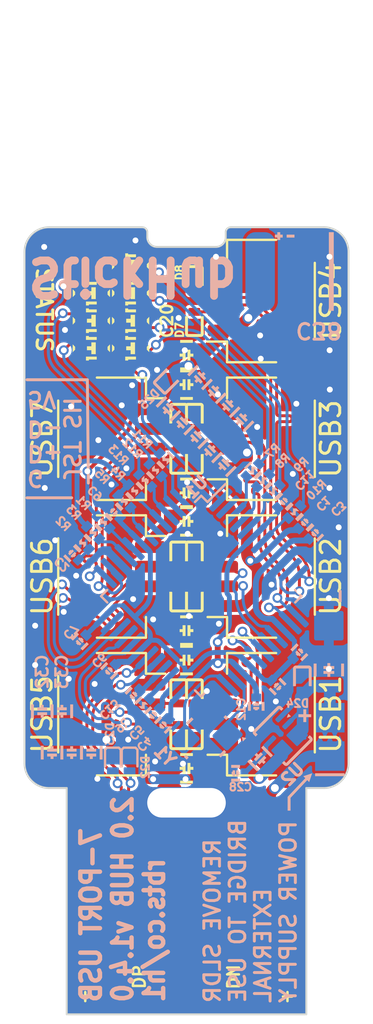
<source format=kicad_pcb>
(kicad_pcb (version 20221018) (generator pcbnew)
  (layers (0 "F.Cu" signal) (31 "B.Cu" signal) (34 "B.Paste" user) (35 "F.Paste" user) (36 "B.SilkS" user "B.Silkscreen") (37 "F.SilkS" user "F.Silkscreen") (38 "B.Mask" user) (39 "F.Mask" user) (44 "Edge.Cuts" user))
  (net 0 "")
  (net 1 "GND")
  (net 2 "+5V")
  (net 3 "Net-(C2-Pad1)")
  (net 4 "+3V3")
  (net 5 "+1V8")
  (net 6 "Net-(R3-Pad2)")
  (net 7 "Net-(R4-Pad2)")
  (net 8 "Net-(R5-Pad2)")
  (net 9 "Net-(R6-Pad1)")
  (net 12 "Net-(D15-PadGA)")
  (net 13 "Net-(D16-PadGA)")
  (net 14 "Net-(D17-PadGA)")
  (net 15 "Net-(D18-PadGA)")
  (net 16 "Net-(D19-PadGA)")
  (net 17 "Net-(D20-PadGA)")
  (net 18 "Net-(D21-PadRK)")
  (net 19 "/U1D-")
  (net 20 "/U1D+")
  (net 21 "/U2D-")
  (net 22 "/U2D+")
  (net 23 "/U3D-")
  (net 24 "/U3D+")
  (net 25 "/U4D-")
  (net 26 "/U4D+")
  (net 27 "/U5D-")
  (net 28 "/U5D+")
  (net 29 "/U6D-")
  (net 30 "/U6D+")
  (net 31 "/U7D-")
  (net 32 "/U7D+")
  (net 33 "/LED1")
  (net 34 "/D-")
  (net 35 "/D+")
  (net 36 "/LED2")
  (net 37 "/LED3")
  (net 38 "/LED4")
  (net 39 "/LED5")
  (net 40 "/LED6")
  (net 41 "/LED7")
  (net 42 "/LC")
  (net 43 "/XO")
  (net 44 "/XI")
  (net 45 "VIN")
  (net 46 "Net-(C28-Pad1)")
  (net 47 "Net-(J1-Pad1)")
  (footprint "Diode_SMD:1006_C" (layer "F.Cu") (at 150.4 96.75 -90)
    (fp_text reference "D4" hide)
    (fp_text value "TVS")
  )
  (footprint "Connector_JST:JST_SH_SM04B-SRSS-TB_1x04-1MP_P1.00mm_Horizontal" (layer "F.Cu") (at 146.15 97.75 -90)
    (fp_text reference "J7" hide)
    (fp_text value "USB6")
  )
  (footprint "Connector_JST:JST_SH_SM04B-SRSS-TB_1x04-1MP_P1.00mm_Horizontal" (layer "F.Cu") (at 146.15 90.75 -90)
    (fp_text reference "J8" hide)
    (fp_text value "USB7")
  )
  (footprint "Diode_SMD:1006_C" (layer "F.Cu") (at 149.6 105.75 90)
    (fp_text reference "D10" hide)
    (fp_text value "TVS")
  )
  (footprint "Capacitor_SMD:2012_C" (layer "F.Cu") (at 150 93.5 180)
    (fp_text reference "C18" hide)
    (fp_text value "0.1uF 100V")
  )
  (footprint "Capacitor_SMD:2012_C" (layer "F.Cu") (at 150 100.5 180)
    (fp_text reference "C16" hide)
    (fp_text value "0.1uF 100V")
  )
  (footprint "LED_SMD:Duo_LED_1.6x0.8_Kingbright_APHB1608LZGKSURKC" (layer "F.Cu") (at 147.152792 86.15)
    (fp_text reference "D15" hide)
    (fp_text value "USB")
  )
  (footprint "Capacitor_SMD:2012_C" (layer "F.Cu") (at 150 107.5 180)
    (fp_text reference "C14" hide)
    (fp_text value "0.1uF 100V")
  )
  (footprint "Diode_SMD:1006_C" (layer "F.Cu") (at 150.4 82.75 -90)
    (fp_text reference "D8")
    (fp_text value "TVS")
  )
  (footprint "Diode_SMD:1006_C" (layer "F.Cu") (at 149.6 103.75 -90)
    (fp_text reference "D9" hide)
    (fp_text value "TVS")
  )
  (footprint "LED_SMD:Duo_LED_1.6x0.8_Kingbright_APHB1608LZGKSURKC" (layer "F.Cu") (at 147.152792 84.75)
    (fp_text reference "D16" hide)
    (fp_text value "USB")
  )
  (footprint "Diode_SMD:1006_C" (layer "F.Cu") (at 150.4 105.75 90)
    (fp_text reference "D1" hide)
    (fp_text value "TVS")
  )
  (footprint "Diode_SMD:1006_C" (layer "F.Cu") (at 150.4 91.75 90)
    (fp_text reference "D5" hide)
    (fp_text value "TVS")
  )
  (footprint "Diode_SMD:1006_C" (layer "F.Cu") (at 150.4 98.75 90)
    (fp_text reference "D3" hide)
    (fp_text value "TVS")
  )
  (footprint "Capacitor_SMD:2012_C" (layer "F.Cu") (at 150 102)
    (fp_text reference "C15" hide)
    (fp_text value "0.1uF 100V")
  )
  (footprint "Connector_JST:JST_SH_SM04B-SRSS-TB_1x04-1MP_P1.00mm_Horizontal" (layer "F.Cu") (at 153.85 104.75 90)
    (fp_text reference "J2" hide)
    (fp_text value "USB1")
  )
  (footprint "LED_SMD:Duo_LED_1.6x0.8_Kingbright_APHB1608LZGKSURKC" (layer "F.Cu") (at 145.152792 86.15)
    (fp_text reference "D19" hide)
    (fp_text value "USB")
  )
  (footprint "Connector_JST:JST_SH_SM04B-SRSS-TB_1x04-1MP_P1.00mm_Horizontal" (layer "F.Cu") (at 153.85 83.75 90)
    (fp_text reference "J5" hide)
    (fp_text value "USB4")
  )
  (footprint "Capacitor_SMD:2012_C" (layer "F.Cu") (at 150 86.5 180)
    (fp_text reference "C20")
    (fp_text value "0.1uF 100V")
  )
  (footprint "LED_SMD:Duo_LED_1.6x0.8_Kingbright_APHB1608LZGKSURKC" (layer "F.Cu") (at 145.152792 84.75)
    (fp_text reference "D20" hide)
    (fp_text value "USB")
  )
  (footprint "Diode_SMD:1006_C" (layer "F.Cu") (at 150.4 89.75 -90)
    (fp_text reference "D6" hide)
    (fp_text value "TVS")
  )
  (footprint "Connector_USB:USB_A_PCB_traces_small" (layer "F.Cu") (at 150 120 90)
    (fp_text reference "J1" hide)
    (fp_text value "HOST" hide)
  )
  (footprint "Capacitor_SMD:2012_C" (layer "F.Cu") (at 150 94.95)
    (fp_text reference "C17" hide)
    (fp_text value "0.1uF 100V")
  )
  (footprint "Diode_SMD:1006_C" (layer "F.Cu") (at 150.4 84.75 90)
    (fp_text reference "D7")
    (fp_text value "TVS")
  )
  (footprint "Diode_SMD:1006_C" (layer "F.Cu") (at 149.6 91.75 90)
    (fp_text reference "D14" hide)
    (fp_text value "TVS")
  )
  (footprint "LED_SMD:Duo_LED_1.6x0.8_Kingbright_APHB1608LZGKSURKC" (layer "F.Cu") (at 145.152792 83.35)
    (fp_text reference "D21" hide)
    (fp_text value "USB")
  )
  (footprint "Connector_JST:JST_SH_SM04B-SRSS-TB_1x04-1MP_P1.00mm_Horizontal" (layer "F.Cu") (at 153.85 90.75 90)
    (fp_text reference "J4" hide)
    (fp_text value "USB3")
  )
  (footprint "Diode_SMD:1006_C" (layer "F.Cu") (at 149.6 96.75 -90)
    (fp_text reference "D11" hide)
    (fp_text value "TVS")
  )
  (footprint "Connector_JST:JST_SH_SM04B-SRSS-TB_1x04-1MP_P1.00mm_Horizontal" (layer "F.Cu") (at 146.15 104.75 -90)
    (fp_text reference "J6" hide)
    (fp_text value "USB5")
  )
  (footprint "Capacitor_SMD:2012_C" (layer "F.Cu") (at 150 88)
    (fp_text reference "C19" hide)
    (fp_text value "0.1uF 100V")
  )
  (footprint "LED_SMD:Duo_LED_1.6x0.8_Kingbright_APHB1608LZGKSURKC" (layer "F.Cu") (at 147.152792 83.35)
    (fp_text reference "D17" hide)
    (fp_text value "USB")
  )
  (footprint "LED_SMD:Duo_LED_1.6x0.8_Kingbright_APHB1608LZGKSURKC" (layer "F.Cu") (at 147.152792 81.95)
    (fp_text reference "D18" hide)
    (fp_text value "USB")
  )
  (footprint "Diode_SMD:1006_C" (layer "F.Cu") (at 150.4 103.75 -90)
    (fp_text reference "D2" hide)
    (fp_text value "TVS")
  )
  (footprint "Diode_SMD:1006_C" (layer "F.Cu") (at 149.6 98.75 90)
    (fp_text reference "D12" hide)
    (fp_text value "TVS")
  )
  (footprint "MountingHole:Plain_Hole_3mm" (layer "F.Cu") (at 150 109.25)
    (fp_text reference "H1")
    (fp_text value "Strap")
  )
  (footprint "Connector_JST:JST_SH_SM04B-SRSS-TB_1x04-1MP_P1.00mm_Horizontal" (layer "F.Cu") (at 153.85 97.75 90)
    (fp_text reference "J3" hide)
    (fp_text value "USB2")
  )
  (footprint "Diode_SMD:1006_C" (layer "F.Cu") (at 149.6 89.75 -90)
    (fp_text reference "D13" hide)
    (fp_text value "TVS")
  )
  (footprint "Capacitor_SMD:1608_C" (layer "B.Cu") (at 151.392893 88.342893 45)
    (fp_text reference "C36" hide)
    (fp_text value "22uF 10V")
  )
  (footprint "Resistor_SMD:1005_C" (layer "B.Cu") (at 153.37132 92.343146 -135)
    (fp_text reference "R7")
    (fp_text value "470")
  )
  (footprint "Capacitor_SMD:1608_C" (layer "B.Cu") (at 142.65 104.6 90)
    (fp_text reference "C32")
    (fp_text value "22uF 10V")
  )
  (footprint "Diode_SMD:1006_C" (layer "B.Cu") (at 146.25 107.2 -90)
    (fp_text reference "D23")
    (fp_text value "TVS")
  )
  (footprint "Capacitor_SMD:1608_C" (layer "B.Cu") (at 150.685786 87.635786 45)
    (fp_text reference "C37" hide)
    (fp_text value "22uF 10V")
  )
  (footprint "Capacitor_SMD:1005_C" (layer "B.Cu") (at 154.96231 93.934136 45)
    (fp_text reference "C11")
    (fp_text value "0.1uF")
  )
  (footprint "Resistor_SMD:1005_C" (layer "B.Cu") (at 147.891242 92.873476 -45)
    (fp_text reference "R13")
    (fp_text value "470")
  )
  (footprint "Package_DFN_QFN:TDFN-8_1.5x2mm_Fused-Lead_JEDEC_MO-252_W2015D" (layer "B.Cu") (at 154.9 105.85 -135)
    (fp_text reference "U2")
    (fp_text value "Dialog_SLG5NT1487V")
  )
  (footprint "SH_Solder_Pads:1P-1.5x1.5" (layer "B.Cu") (at 157.25 100.25)
    (fp_text reference "J9" hide)
    (fp_text value "EXTGND" hide)
  )
  (footprint "Resistor_SMD:1005_C" (layer "B.Cu") (at 147.360912 93.403806 -45)
    (fp_text reference "R4")
    (fp_text value "100k")
  )
  (footprint "Capacitor_SMD:1005_C" (layer "B.Cu") (at 155.75 101.6 45)
    (fp_text reference "C8" hide)
    (fp_text value "0.1uF")
  )
  (footprint "Resistor_SMD:1005_C" (layer "B.Cu") (at 148.951902 91.812816 -45)
    (fp_text reference "R11")
    (fp_text value "470")
  )
  (footprint "Capacitor_SMD:1005_C" (layer "B.Cu") (at 146.05 102.55 -135)
    (fp_text reference "C6")
    (fp_text value "0.1uF")
  )
  (footprint "Capacitor_SMD:1005_C" (layer "B.Cu") (at 144.178932 96.585787 135)
    (fp_text reference "C2")
    (fp_text value "0.1uF")
  )
  (footprint "Resistor_SMD:1005_C" (layer "B.Cu") (at 147.8 104.3 -135)
    (fp_text reference "R6")
    (fp_text value "2.7k")
  )
  (footprint "Capacitor_SMD:1005_C" (layer "B.Cu") (at 148.8 105.3 -135)
    (fp_text reference "C4")
    (fp_text value "10uF 6.3V")
  )
  (footprint "Diode_SMD:1006_C" (layer "B.Cu") (at 155.9 103.1 -90)
    (fp_text reference "D24")
    (fp_text value "5V")
  )
  (footprint "Symbol:Creative_Commons_BY_Mask" (layer "B.Cu") (at 146.75 86.25)
    (fp_text reference "LOGO2" hide)
    (fp_text value "Logo" hide)
  )
  (footprint "Diode_SMD:1006_C" (layer "B.Cu") (at 149.15 87.65 45)
    (fp_text reference "D25")
    (fp_text value "5V")
  )
  (footprint "Resistor_SMD:1005_C" (layer "B.Cu") (at 155.49264 94.464466 -135)
    (fp_text reference "R10")
    (fp_text value "470")
  )
  (footprint "Resistor_SMD:1005_C" (layer "B.Cu") (at 144.709262 96.055456 135)
    (fp_text reference "R2")
    (fp_text value "100k")
  )
  (footprint "Resistor_SMD:1005_C" (layer "B.Cu") (at 153.90165 92.873476 -135)
    (fp_text reference "R8")
    (fp_text value "470")
  )
  (footprint "Capacitor_SMD:1005_C" (layer "B.Cu") (at 152.5 107.75 180)
    (fp_text reference "C28")
    (fp_text value "15nF")
  )
  (footprint "Capacitor_SMD:1005_C" (layer "B.Cu") (at 156.5533 95.525126 45)
    (fp_text reference "C3")
    (fp_text value "10uF 6.3V")
  )
  (footprint "Capacitor_SMD:1005_C" (layer "B.Cu") (at 148.3 104.8 -135)
    (fp_text reference "C5")
    (fp_text value "0.1uF")
  )
  (footprint "Capacitor_SMD:1608_C" (layer "B.Cu") (at 153.75 107 135)
    (fp_text reference "C22" hide)
    (fp_text value "22uF 10V")
  )
  (footprint "Capacitor_SMD:1608_C" (layer "B.Cu") (at 151.2 91.35 -135)
    (fp_text reference "C26" hide)
    (fp_text value "22uF 10V")
  )
  (footprint "Symbol:Creative_Commons_CC_Mask" (layer "B.Cu") (at 145.25 86.25 180)
    (fp_text reference "LOGO1" hide)
    (fp_text value "Logo" hide)
  )
  (footprint "Symbol:Creative_Commons_NC_Mask" (layer "B.Cu") (at 145.25 84.75)
    (fp_text reference "LOGO3" hide)
    (fp_text value "Logo" hide)
  )
  (footprint "Symbol:Creative_Commons_SA_Mask" (layer "B.Cu") (at 146.75 84.75)
    (fp_text reference "LOGO4" hide)
    (fp_text value "Logo" hide)
  )
  (footprint "Capacitor_SMD:1608_C" (layer "B.Cu") (at 150.492893 90.642893 -135)
    (fp_text reference "C25" hide)
    (fp_text value "22uF 10V")
  )
  (footprint "Crystal:Crystal_4-SMD_2.5x2mm" (layer "B.Cu") (at 150.997487 105.927135 -135)
    (fp_text reference "Y1")
    (fp_text value "12MHz 50ppm 16-20pF" hide)
  )
  (footprint "Capacitor_SMD:1608_C" (layer "B.Cu") (at 152.807107 89.757107 45)
    (fp_text reference "C34" hide)
    (fp_text value "22uF 10V")
  )
  (footprint "Capacitor_SMD:1608_C" (layer "B.Cu") (at 144.15 106.7 -90)
    (fp_text reference "C29" hide)
    (fp_text value "22uF 10V")
  )
  (footprint "Resistor_SMD:1005_C" (layer "B.Cu") (at 148.421572 92.343146 -45)
    (fp_text reference "R12")
    (fp_text value "470")
  )
  (footprint "Diode_SMD:1006_C" (layer "B.Cu") (at 147.1 107.2 -90)
    (fp_text reference "D22")
    (fp_text value "TVS")
  )
  (footprint "Package_QFP:LQFP-48_7x7mm_P0.5mm" (layer "B.Cu") (at 150.75 98.75 -135)
    (fp_text reference "U1")
    (fp_text value "MaxLinear_XR22417-48")
  )
  (footprint "SH_Solder_Pads:JP-2_1.5x1.5" (layer "B.Cu") (at 157.25 105.9 90)
    (fp_text reference "JP1" hide)
    (fp_text value "EXTPWR")
  )
  (footprint "Resistor_SMD:1005_C" (layer "B.Cu") (at 145.769922 94.994796 -45)
    (fp_text reference "R1")
    (fp_text value "10k")
  )
  (footprint "Resistor_SMD:1005_C" (layer "B.Cu") (at 154.43198 93.403806 -135)
    (fp_text reference "R9")
    (fp_text value "470")
  )
  (footprint "Capacitor_SMD:1608_C" (layer "B.Cu") (at 149.785785 89.935786 -135)
    (fp_text reference "C24" hide)
    (fp_text value "22uF 10V")
  )
  (footprint "Capacitor_SMD:1608_C" (layer "B.Cu") (at 152.1 89.05 45)
    (fp_text reference "C35" hide)
    (fp_text value "22uF 10V")
  )
  (footprint "Capacitor_SMD:CP_Elec_6.3x11_Board_Edge_Mirrored" (layer "B.Cu") (at 155 80 180)
    (fp_text reference "C38")
    (fp_text value "330uF 10V")
  )
  (footprint "Capacitor_SMD:1005_C" (layer "B.Cu") (at 144.562816 101.048097 -135)
    (fp_text reference "C7")
    (fp_text value "0.1uF")
  )
  (footprint "Capacitor_SMD:1005_C" (layer "B.Cu") (at 156.02297 94.994796 45)
    (fp_text reference "C1")
    (fp_text value "1uF 10V")
  )
  (footprint "Capacitor_SMD:1005_C" (layer "B.Cu") (at 146.300252 94.464466 135)
    (fp_text reference "C9")
    (fp_text value "0.1uF")
  )
  (footprint "Capacitor_SMD:1005_C" (layer "B.Cu") (at 147.3 103.8 -135)
    (fp_text reference "C13")
    (fp_text value "0.1uF")
  )
  (footprint "Capacitor_SMD:1005_C" (layer "B.Cu") (at 154.639086 103.346194 -45)
    (fp_text reference "C10" hide)
    (fp_text value "0.1uF")
  )
  (footprint "Capacitor_SMD:1608_C" (layer "B.Cu") (at 143.15 106.7 -90)
    (fp_text reference "C31" hide)
    (fp_text value "22uF 10V")
  )
  (footprint "Capacitor_SMD:1005_C" (layer "B.Cu") (at 153.55 104.35 -90)
    (fp_text reference "C12")
    (fp_text value "0.1uF")
  )
  (footprint "Resistor_SMD:1005_C" (layer "B.Cu") (at 146.830582 93.934136 -45)
    (fp_text reference "R5")
    (fp_text value "100k")
  )
  (footprint "Capacitor_SMD:1608_C" (layer "B.Cu") (at 143.65 104.6 90)
    (fp_text reference "C33")
    (fp_text value "22uF 10V")
  )
  (footprint "Capacitor_SMD:1608_C" (layer "B.Cu") (at 145.15 106.7 -90)
    (fp_text reference "C30" hide)
    (fp_text value "22uF 10V")
  )
  (footprint "Resistor_SMD:1005_C" (layer "B.Cu") (at 145.239592 95.525126 -45)
    (fp_text reference "R3")
    (fp_text value "100k")
  )
  (footprint "Capacitor_SMD:1608_C" (layer "B.Cu") (at 151.907106 92.057107 -135)
    (fp_text reference "C27" hide)
    (fp_text value "22uF 10V")
  )
  (footprint "Capacitor_SMD:1608_C" (layer "B.Cu") (at 149.078679 89.22868 -135)
    (fp_text reference "C23" hide)
    (fp_text value "22uF 10V")
  )
  (footprint "Capacitor_SMD:2012_C" (layer "B.Cu") (at 157.25 102.5 90)
    (fp_text reference "C21" hide)
    (fp_text value "0.1uF 100V")
  )
  (gr_line (start 144.95 87.75) (end 145 93) (stroke (width 0.15)) (layer "B.SilkS"))
  (gr_line (start 141.875 87.75) (end 144.95 87.75) (stroke (width 0.15)) (layer "B.SilkS"))
  (gr_line (start 144.15 93.75) (end 141.875 93.75) (stroke (width 0.15)) (layer "B.SilkS"))
  (gr_poly (pts (xy 156.25 108.2) (xy 156.15 108.1) (xy 155.3 109) (xy 155.3 109.65) (xy 155.15 109.65) (xy 155.15 108.95) (xy 156.05 108) (xy 155.95 107.9) (xy 156.4 107.75)) (fill solid) (layer "B.SilkS"))
  (gr_poly (pts (xy 157.9 99.05) (xy 157.75 99.05) (xy 157.75 98.45) (xy 157.9 98.45)) (fill solid) (layer "B.SilkS"))
  (gr_poly (pts (xy 156.1 104.75) (xy 156.35 104.75) (xy 156.35 104.9) (xy 156.1 104.9) (xy 156.1 105.15) (xy 155.95 105.15) (xy 155.95 104.9) (xy 155.7 104.9) (xy 155.7 104.75) (xy 155.95 104.75) (xy 155.95 104.5) (xy 156.1 104.5)) (fill solid) (layer "B.SilkS"))
  (gr_line (start 152.25 80) (end 157 80) (stroke (width 0.1)) (layer "Edge.Cuts"))
  (gr_line (start 148.5 81) (end 151.5 81) (stroke (width 0.1)) (layer "Edge.Cuts"))
  (gr_line (start 157 108.5) (end 156.1 108.5) (stroke (width 0.1)) (layer "Edge.Cuts"))
  (gr_line (start 141.75 107.25) (end 141.75 81.25) (stroke (width 0.1)) (layer "Edge.Cuts"))
  (gr_line (start 156.1 120) (end 156.1 108.5) (stroke (width 0.1)) (layer "Edge.Cuts"))
  (gr_line (start 148 80.25) (end 148 80.5) (stroke (width 0.1)) (layer "Edge.Cuts"))
  (gr_arc (start 152 80.25) (mid 152.073223 80.073223) (end 152.25 80) (stroke (width 0.1)) (layer "Edge.Cuts"))
  (gr_line (start 143.9 120) (end 143.9 108.5) (stroke (width 0.1)) (layer "Edge.Cuts"))
  (gr_arc (start 141.75 81.25) (mid 142.116117 80.366117) (end 143 80) (stroke (width 0.1)) (layer "Edge.Cuts"))
  (gr_arc (start 147.75 80) (mid 147.926777 80.073223) (end 148 80.25) (stroke (width 0.1)) (layer "Edge.Cuts"))
  (gr_arc (start 143 108.5) (mid 142.116117 108.133883) (end 141.75 107.25) (stroke (width 0.1)) (layer "Edge.Cuts"))
  (gr_line (start 143.9 120) (end 156.1 120) (stroke (width 0.1)) (layer "Edge.Cuts"))
  (gr_line (start 158.25 81.25) (end 158.25 107.25) (stroke (width 0.1)) (layer "Edge.Cuts"))
  (gr_line (start 143 80) (end 147.75 80) (stroke (width 0.1)) (layer "Edge.Cuts"))
  (gr_arc (start 158.25 107.25) (mid 157.883883 108.133883) (end 157 108.5) (stroke (width 0.1)) (layer "Edge.Cuts"))
  (gr_arc (start 157 80) (mid 157.883883 80.366117) (end 158.25 81.25) (stroke (width 0.1)) (layer "Edge.Cuts"))
  (gr_arc (start 148.5 81) (mid 148.146447 80.853553) (end 148 80.5) (stroke (width 0.1)) (layer "Edge.Cuts"))
  (gr_line (start 143.9 108.5) (end 143 108.5) (stroke (width 0.1)) (layer "Edge.Cuts"))
  (gr_arc (start 152 80.5) (mid 151.853553 80.853553) (end 151.5 81) (stroke (width 0.1)) (layer "Edge.Cuts"))
  (gr_line (start 152 80.5) (end 152 80.25) (stroke (width 0.1)) (layer "Edge.Cuts"))
  (gr_text "G" (at 141.8 92.75 180) (layer "B.SilkS") (effects (font (size 0.8 0.8)) (justify left mirror)))
  (gr_text "D-" (at 141.8 90.25 180) (layer "B.SilkS") (effects (font (size 0.8 0.8)) (justify left mirror)))
  (gr_text "JST SH" (at 144.15 90.75 270) (layer "B.SilkS") (effects (font (size 0.8 0.8)) (justify mirror)))
  (gr_text "StickHub" (at 147.25 82.5 180) (layer "B.SilkS") (effects (font (size 1.8 1.6) (thickness 0.4)) (justify mirror)))
  (gr_text "D+" (at 141.8 91.5 180) (layer "B.SilkS") (effects (font (size 0.8 0.8)) (justify left mirror)))
  (gr_text "5V" (at 141.8 88.75 180) (layer "B.SilkS") (effects (font (size 0.8 0.8)) (justify left mirror)))
  (gr_text "REMOVE SLDR\nBRIDGE TO USE\nEXTERNAL\nPOWER SUPPLY" (at 153.25 119.5 90) (layer "B.SilkS") (effects (font (size 0.8 0.8)) (justify right mirror)))
  (gr_text "7-PORT USB\n2.0 HUB v1.4.0\nrbts.co/h1" (at 146.75 119.5 90) (layer "B.SilkS") (effects (font (size 1 0.9) (thickness 0.225)) (justify right mirror)))
  (gr_text "STATUS" (at 142.75 84.2 270) (layer "F.SilkS") (effects (font (size 0.8 0.8))))
  (segment (start 143.69 85.34) (end 143.81 85.22) (width 0.15) (layer "F.Cu") (net 1))
  (segment (start 145.46 108.03) (end 144.755 108.03) (width 0.6) (layer "F.Cu") (net 1))
  (segment (start 149.5 89.265) (end 150.5 89.265) (width 0.25) (layer "F.Cu") (net 1))
  (segment (start 155.875 94.95) (end 157.45 94.95) (width 0.4) (layer "F.Cu") (net 1))
  (segment (start 155.875 93.55) (end 156.175 93.25) (width 0.4) (layer "F.Cu") (net 1))
  (segment (start 153.78 86.68) (end 153.78 85.53) (width 0.15) (layer "F.Cu") (net 1))
  (segment (start 150.5 92.235) (end 150.03 92.705) (width 0.4) (layer "F.Cu") (net 1))
  (segment (start 142.25 85.34) (end 143.69 85.34) (width 0.15) (layer "F.Cu") (net 1))
  (segment (start 155.875 100.55) (end 155.27 99.945) (width 0.4) (layer "F.Cu") (net 1))
  (segment (start 151.85 95.7) (end 151.72 95.57) (width 0.25) (layer "F.Cu") (net 1))
  (segment (start 143.041636 100.25) (end 142.29 100.25) (width 0.4) (layer "F.Cu") (net 1))
  (segment (start 144.125 87.95) (end 142.45 87.95) (width 0.4) (layer "F.Cu") (net 1))
  (segment (start 150.825 88) (end 150.825 88.075) (width 0.5) (layer "F.Cu") (net 1))
  (segment (start 148.3 92.55) (end 148 92.25) (width 0.4) (layer "F.Cu") (net 1))
  (segment (start 143.31 96.64) (end 143.31 95.91) (width 0.15) (layer "F.Cu") (net 1))
  (segment (start 152 82.25) (end 154.575 82.25) (width 0.15) (layer "F.Cu") (net 1))
  (segment (start 150.5 92.235) (end 149.5 92.235) (width 0.25) (layer "F.Cu") (net 1))
  (segment (start 148.5 87.638006) (end 148.5 87.25) (width 0.4) (layer "F.Cu") (net 1))
  (segment (start 156.175 93.25) (end 157.28 93.25) (width 0.4) (layer "F.Cu") (net 1))
  (segment (start 150.5 89.265) (end 151.985 89.265) (width 0.25) (layer "F.Cu") (net 1))
  (segment (start 149.94999 84.653056) (end 149.86999 84.573056) (width 0.15) (layer "F.Cu") (net 1))
  (segment (start 148 99.25) (end 149.616884 99.25) (width 0.4) (layer "F.Cu") (net 1))
  (segment (start 148 106.25) (end 147.24 106.25) (width 0.25) (layer "F.Cu") (net 1))
  (segment (start 149.5 92.235) (end 148.015 92.235) (width 0.25) (layer "F.Cu") (net 1))
  (segment (start 142.25 85.34) (end 142.25 81.5) (width 0.4) (layer "F.Cu") (net 1))
  (segment (start 144.755 108.03) (end 144.275 107.55) (width 0.6) (layer "F.Cu") (net 1))
  (segment (start 147.24 106.25) (end 147.03 106.04) (width 0.25) (layer "F.Cu") (net 1))
  (segment (start 150.195 95.58) (end 150.825 94.95) (width 0.5) (layer "F.Cu") (net 1))
  (segment (start 149.86999 82.926944) (end 149.94999 82.846944) (width 0.15) (layer "F.Cu") (net 1))
  (segment (start 152 89.25) (end 152.420453 89.25) (width 0.4) (layer "F.Cu") (net 1))
  (segment (start 152 103.25) (end 150.515 103.25) (width 0.4) (layer "F.Cu") (net 1))
  (segment (start 150.5 96.265) (end 150.5 96.02) (width 0.4) (layer "F.Cu") (net 1))
  (segment (start 147.300003 88.100003) (end 148.038003 88.100003) (width 0.4) (layer "F.Cu") (net 1))
  (segment (start 148.015 106.235) (end 148 106.25) (width 0.4) (layer "F.Cu") (net 1))
  (segment (start 144 102.95) (end 142.99 102.95) (width 0.4) (layer "F.Cu") (net 1))
  (segment (start 143.31 95.765) (end 144.125 94.95) (width 0.25) (layer "F.Cu") (net 1))
  (segment (start 148.038003 88.100003) (end 148.5 87.638006) (width 0.4) (layer "F.Cu") (net 1))
  (segment (start 150.5 82.265) (end 151.985 82.265) (width 0.15) (layer "F.Cu") (net 1))
  (segment (start 145.32 103.21) (end 144.26 103.21) (width 0.4) (layer "F.Cu") (net 1))
  (segment (start 155.875 100.55) (end 156.57 100.55) (width 0.25) (layer "F.Cu") (net 1))
  (segment (start 144.125 89.115) (end 144.12 89.11) (width 0.25) (layer "F.Cu") (net 1))
  (segment (start 150.5 103.265) (end 150.57 103.195) (width 0.4) (layer "F.Cu") (net 1))
  (segment (start 146.938761 92.25) (end 146.180031 93.00873) (width 0.25) (layer "F.Cu") (net 1))
  (segment (start 149.616884 99.25) (end 150.124571 99.757687) (width 0.4) (layer "F.Cu") (net 1))
  (segment (start 144.125 89.105) (end 144.12 89.11) (width 0.4) (layer "F.Cu") (net 1))
  (segment (start 144.125 94.95) (end 144.125 93.55) (width 0.25) (layer "F.Cu") (net 1))
  (segment (start 149.86999 84.573056) (end 149.86999 84.026944) (width 0.15) (layer "F.Cu") (net 1))
  (segment (start 142.45 87.95) (end 142.25 87.75) (width 0.4) (layer "F.Cu") (net 1))
  (segment (start 148 99.25) (end 147.63 99.25) (width 0.25) (layer "F.Cu") (net 1))
  (segment (start 150.03 92.705) (end 150.03 92.96) (width 0.4) (layer "F.Cu") (net 1))
  (segment (start 143.31 95.91) (end 143.31 95.765) (width 0.25) (layer "F.Cu") (net 1))
  (segment (start 157 87.95) (end 157.3 88.25) (width 0.4) (layer "F.Cu") (net 1))
  (segment (start 149.86999 84.026944) (end 149.85 84.006954) (width 0.15) (layer "F.Cu") (net 1))
  (segment (start 145.75 114.71) (end 145.75 108.5) (width 0.6) (layer "F.Cu") (net 1))
  (segment (start 144.125 107.55) (end 144.8 107.55) (width 0.4) (layer "F.Cu") (net 1))
  (segment (start 144.125 107.55) (end 144.98 107.55) (width 0.15) (layer "F.Cu") (net 1))
  (segment (start 145.75 108.32) (end 145.46 108.03) (width 0.6) (layer "F.Cu") (net 1))
  (segment (start 151.985 82.265) (end 152 82.25) (width 0.15) (layer "F.Cu") (net 1))
  (segment (start 144.125 87.95) (end 147.15 87.95) (width 0.15) (layer "F.Cu") (net 1))
  (segment (start 144.98 107.55) (end 145.46 108.03) (width 0.15) (layer "F.Cu") (net 1))
  (segment (start 154.575 82.25) (end 155.875 80.95) (width 0.15) (layer "F.Cu") (net 1))
  (segment (start 151.985 103.265) (end 152 103.25) (width 0.4) (layer "F.Cu") (net 1))
  (segment (start 156.57 100.55) (end 157.8 99.32) (width 0.25) (layer "F.Cu") (net 1))
  (segment (start 149.94999 82.81501) (end 150.5 82.265) (width 0.15) (layer "F.Cu") (net 1))
  (segment (start 155.725 101.95) (end 156.75 101.95) (width 0.25) (layer "F.Cu") (net 1))
  (segment (start 150.515 103.25) (end 150.5 103.265) (width 0.4) (layer "F.Cu") (net 1))
  (segment (start 150.5 96.02) (end 150.06 95.58) (width 0.4) (layer "F.Cu") (net 1))
  (segment (start 157.8 99.32) (end 157.8 96.875) (width 0.25) (layer "F.Cu") (net 1))
  (segment (start 146.19 115.15) (end 145.75 114.71) (width 0.6) (layer "F.Cu") (net 1))
  (segment (start 149.911324 85.823676) (end 149.911324 86.248711) (width 0.4) (layer "F.Cu") (net 1))
  (segment (start 142.25 87.75) (end 142.25 85.34) (width 0.4) (layer "F.Cu") (net 1))
  (segment (start 149.86999 83.473056) (end 149.86999 82.926944) (width 0.15) (layer "F.Cu") (net 1))
  (segment (start 149.5 89.265) (end 149.5 89.18) (width 0.4) (layer "F.Cu") (net 1))
  (segment (start 142.99 102.95) (end 142.29 102.25) (width 0.4) (layer "F.Cu") (net 1))
  (segment (start 149.5 106.235) (end 148.015 106.235) (width 0.4) (layer "F.Cu") (net 1))
  (segment (start 156.73 80.95) (end 157.28 81.5) (width 0.4) (layer "F.Cu") (net 1))
  (segment (start 144.38 97.71) (end 143.31 96.64) (width 0.15) (layer "F.Cu") (net 1))
  (segment (start 153.78 85.53) (end 153.75 85.5) (width 0.15) (layer "F.Cu") (net 1))
  (segment (start 155.59501 88.22999) (end 155.59501 88.97) (width 0.15) (layer "F.Cu") (net 1))
  (segment (start 144.26 103.21) (end 144 102.95) (width 0.4) (layer "F.Cu") (net 1))
  (segment (start 149.85 83.493046) (end 149.86999 83.473056) (width 0.15) (layer "F.Cu") (net 1))
  (segment (start 144.125 93.55) (end 144.125 89.115) (width 0.25) (layer "F.Cu") (net 1))
  (segment (start 157.8 96.875) (end 155.875 94.95) (width 0.25) (layer "F.Cu") (net 1))
  (segment (start 144.8 107.55) (end 145.65 108.4) (width 0.4) (layer "F.Cu") (net 1))
  (segment (start 144.125 93.55) (end 143.08 93.55) (width 0.4) (layer "F.Cu") (net 1))
  (segment (start 150.825 88.075) (end 149.6 89.3) (width 0.5) (layer "F.Cu") (net 1))
  (segment (start 155.875 86.55) (end 155.875 87.95) (width 0.25) (layer "F.Cu") (net 1))
  (segment (start 151.5 81.5) (end 151.83 81.5) (width 0.4) (layer "F.Cu") (net 1))
  (segment (start 144.12 89.11) (end 144.12 89.43) (width 0.15) (layer "F.Cu") (net 1))
  (segment (start 148.015 92.235) (end 148 92.25) (width 0.25) (layer "F.Cu") (net 1))
  (segment (start 150.19 85.2) (end 149.6 84.61) (width 0.15) (layer "F.Cu") (net 1))
  (segment (start 149.5 96.25) (end 150.485 96.25) (width 0.15) (layer "F.Cu") (net 1))
  (segment (start 151.85 88.75) (end 151.6 88.5) (width 0.15) (layer "F.Cu") (net 1))
  (segment (start 155.875 93.55) (end 155.875 94.95) (width 0.25) (layer "F.Cu") (net 1))
  (segment (start 151.83 81.5) (end 152.38 80.95) (width 0.4) (layer "F.Cu") (net 1))
  (segment (start 144.125 87.95) (end 144.125 89.105) (width 0.4) (layer "F.Cu") (net 1))
  (segment (start 156.75 101.95) (end 157.25 102.45) (width 0.25) (layer "F.Cu") (net 1))
  (segment (start 150.5 85.235) (end 149.94999 84.68499) (width 0.15) (layer "F.Cu") (net 1))
  (segment (start 155.414117 93.089117) (end 155.414117 92.535883) (width 0.4) (layer "F.Cu") (net 1))
  (segment (start 145.75 108.5) (end 145.75 108.32) (width 0.6) (layer "F.Cu") (net 1))
  (segment (start 143.08 93.55) (end 142.78 93.25) (width 0.4) (layer "F.Cu") (net 1))
  (segment (start 149.94999 82.846944) (end 149.94999 82.81501) (width 0.15) (layer "F.Cu") (net 1))
  (segment (start 148 92.25) (end 146.938761 92.25) (width 0.15) (layer "F.Cu") (net 1))
  (segment (start 155.875 80.95) (end 152.38 80.95) (width 0.4) (layer "F.Cu") (net 1))
  (segment (start 155.875 93.55) (end 155.414117 93.089117) (width 0.4) (layer "F.Cu") (net 1))
  (segment (start 149.5 103.265) (end 150.5 103.265) (width 0.4) (layer "F.Cu") (net 1))
  (segment (start 155.875 100.55) (end 155.875 101.95) (width 0.25) (layer "F.Cu") (net 1))
  (segment (start 147.23 88.03) (end 147.300003 88.100003) (width 0.4) (layer "F.Cu") (net 1))
  (segment (start 149.175 107.5) (end 148.75 107.5) (width 0.4) (layer "F.Cu") (net 1))
  (segment (start 155.875 80.95) (end 155.875 86.55) (width 0.25) (layer "F.Cu") (net 1))
  (segment (start 151.85 89.25) (end 151.85 88.75) (width 0.15) (layer "F.Cu") (net 1))
  (segment (start 142.25 81.5) (end 142.75 81) (width 0.4) (layer "F.Cu") (net 1))
  (segment (start 146.180031 93.00873) (end 146.180031 93.072237) (width 0.25) (layer "F.Cu") (net 1))
  (segment (start 155.875 86.55) (end 156.175 86.25) (width 0.4) (layer "F.Cu") (net 1))
  (segment (start 150.5 85.235) (end 149.911324 85.823676) (width 0.4) (layer "F.Cu") (net 1))
  (segment (start 149.85 84.006954) (end 149.85 83.493046) (width 0.15) (layer "F.Cu") (net 1))
  (segment (start 150.5 106.235) (end 149.5 106.235) (width 0.4) (layer "F.Cu") (net 1))
  (segment (start 155.875 87.95) (end 157 87.95) (width 0.4) (layer "F.Cu") (net 1))
  (segment (start 151.85 96.25) (end 151.85 95.7) (width 0.25) (layer "F.Cu") (net 1))
  (segment (start 144.12 89.43) (end 145.51 90.82) (width 0.15) (layer "F.Cu") (net 1))
  (segment (start 150.485 96.25) (end 150.5 96.265) (width 0.15) (layer "F.Cu") (net 1))
  (segment (start 152.7 89.25) (end 153.6 90.15) (width 0.4) (layer "F.Cu") (net 1))
  (segment (start 148.75 107.5) (end 148.4 107.15) (width 0.4) (layer "F.Cu") (net 1))
  (segment (start 143.74501 99.546626) (end 143.041636 100.25) (width 0.4) (layer "F.Cu") (net 1))
  (segment (start 156.175 86.25) (end 157.29 86.25) (width 0.4) (layer "F.Cu") (net 1))
  (segment (start 151.85 89.25) (end 152.7 89.25) (width 0.4) (layer "F.Cu") (net 1))
  (segment (start 150.06 95.58) (end 150.195 95.58) (width 0.5) (layer "F.Cu") (net 1))
  (segment (start 151.985 89.265) (end 152 89.25) (width 0.25) (layer "F.Cu") (net 1))
  (segment (start 155.875 80.95) (end 156.73 80.95) (width 0.4) (layer "F.Cu") (net 1))
  (segment (start 157.45 94.95) (end 157.75 95.25) (width 0.4) (layer "F.Cu") (net 1))
  (segment (start 150.5 96.265) (end 151.985 96.265) (width 0.15) (layer "F.Cu") (net 1))
  (segment (start 151.985 96.265) (end 152 96.25) (width 0.15) (layer "F.Cu") (net 1))
  (segment (start 147.63 99.25) (end 147.28 98.9) (width 0.25) (layer "F.Cu") (net 1))
  (segment (start 151.7 88.95) (end 152 89.25) (width 0.4) (layer "F.Cu") (net 1))
  (segment (start 155.875 87.95) (end 155.59501 88.22999) (width 0.15) (layer "F.Cu") (net 1))
  (segment (start 150.4 85.2) (end 150.19 85.2) (width 0.15) (layer "F.Cu") (net 1))
  (segment (start 147.15 87.95) (end 147.23 88.03) (width 0.15) (layer "F.Cu") (net 1))
  (segment (start 149.94999 84.68499) (end 149.94999 84.653056) (width 0.15) (layer "F.Cu") (net 1))
  (via (at 157.25 102.45) (size 0.5) (drill 0.3) (layers "F.Cu" "B.Cu") (net 1))
  (via (at 151.5 81.5) (size 0.5) (drill 0.3) (layers "F.Cu" "B.Cu") (net 1))
  (via (at 142.78 93.25) (size 0.5) (drill 0.3) (layers "F.Cu" "B.Cu") (net 1))
  (via (at 150.124571 99.757687) (size 0.5) (drill 0.3) (layers "F.Cu" "B.Cu") (net 1))
  (via (at 146.180031 93.072237) (size 0.5) (drill 0.3) (layers "F.Cu" "B.Cu") (net 1))
  (via (at 157.3 88.25) (size 0.5) (drill 0.3) (layers "F.Cu" "B.Cu") (net 1))
  (via (at 142.29 100.25) (size 0.5) (drill 0.3) (layers "F.Cu" "B.Cu") (net 1))
  (via (at 142.75 81) (size 0.5) (drill 0.3) (layers "F.Cu" "B.Cu") (net 1))
  (via (at 150.03 92.96) (size 0.5) (drill 0.3) (layers "F.Cu" "B.Cu") (net 1))
  (via (at 148.3 99.93) (size 0.5) (drill 0.3) (layers "F.Cu" "B.Cu") (net 1))
  (via (at 157.25 98.85) (size 0.5) (drill 0.3) (layers "F.Cu" "B.Cu") (net 1))
  (via (at 148.4 107.15) (size 0.5) (drill 0.3) (layers "F.Cu" "B.Cu") (net 1))
  (via (at 147.23 88.03) (size 0.5) (drill 0.3) (layers "F.Cu" "B.Cu") (net 1))
  (via (at 157.28 81.5) (size 0.5) (drill 0.3) (layers "F.Cu" "B.Cu") (net 1))
  (via (at 149.819271 107.261475) (size 0.5) (drill 0.3) (layers "F.Cu" "B.Cu") (net 1))
  (via (at 157.29 86.25) (size 0.5) (drill 0.3) (layers "F.Cu" "B.Cu") (net 1))
  (via (at 153.78 86.68) (size 0.5) (drill 0.3) (layers "F.Cu" "B.Cu") (net 1))
  (via (at 143.31 95.91) (size 0.5) (drill 0.3) (layers "F.Cu" "B.Cu") (net 1))
  (via (at 147.03 106.04) (size 0.5) (drill 0.3) (layers "F.Cu" "B.Cu") (net 1))
  (via (at 147.28 98.9) (size 0.5) (drill 0.3) (layers "F.Cu" "B.Cu") (net 1))
  (via (at 157.28 93.25) (size 0.5) (drill 0.3) (layers "F.Cu" "B.Cu") (net 1))
  (via (at 142.29 102.25) (size 0.5) (drill 0.3) (layers "F.Cu" "B.Cu") (net 1))
  (via (at 151.72 95.57) (size 0.5) (drill 0.3) (layers "F.Cu" "B.Cu") (net 1))
  (via (at 155.414117 92.535883) (size 0.5) (drill 0.3) (layers "F.Cu" "B.Cu") (net 1))
  (via (at 151.034229 103.573736) (size 0.5) (drill 0.3) (layers "F.Cu" "B.Cu") (net 1))
  (via (at 146.7 89.05) (size 0.5) (drill 0.3) (layers "F.Cu" "B.Cu") (net 1))
  (via (at 148.5 87.25) (size 0.5) (drill 0.3) (layers "F.Cu" "B.Cu") (net 1))
  (via (at 153.3 105.5) (size 0.5) (drill 0.3) (layers "F.Cu" "B.Cu") (net 1))
  (via (at 154.331365 98.163517) (size 0.5) (drill 0.3) (layers "F.Cu" "B.Cu") (net 1))
  (via (at 150.06 95.58) (size 0.5) (drill 0.3) (layers "F.Cu" "B.Cu") (net 1))
  (via (at 143.81 85.22) (size 0.5) (drill 0.3) (layers "F.Cu" "B.Cu") (net 1))
  (via (at 157.75 95.25) (size 0.5) (drill 0.3) (layers "F.Cu" "B.Cu") (net 1))
  (via (at 153.75 85.5) (size 0.5) (drill 0.3) (layers "F.Cu" "B.Cu") (net 1))
  (via (at 143.74501 99.546626) (size 0.5) (drill 0.3) (layers "F.Cu" "B.Cu") (net 1))
  (via (at 153.6 90.15) (size 0.5) (drill 0.3) (layers "F.Cu" "B.Cu") (net 1))
  (via (at 151.65 100.15) (size 0.5) (drill 0.3) (layers "F.Cu" "B.Cu") (net 1))
  (via (at 147.4 80.67) (size 0.5) (drill 0.3) (layers "F.Cu" "B.Cu") (net 1))
  (via (at 144.12 89.11) (size 0.5) (drill 0.3) (layers "F.Cu" "B.Cu") (net 1))
  (via (at 144 102.95) (size 0.5) (drill 0.3) (layers "F.Cu" "B.Cu") (net 1))
  (via (at 145.46 108.03) (size 0.5) (drill 0.3) (layers "F.Cu" "B.Cu") (net 1))
  (via (at 144.38 97.71) (size 0.5) (drill 0.3) (layers "F.Cu" "B.Cu") (net 1))
  (via (at 154.55 104.1) (size 0.5) (drill 0.3) (layers "F.Cu" "B.Cu") (net 1))
  (via (at 149.911324 86.248711) (size 0.5) (drill 0.3) (layers "F.Cu" "B.Cu") (net 1))
  (via (at 146.938761 92.25) (size 0.5) (drill 0.3) (layers "F.Cu" "B.Cu") (net 1))
  (via (at 155.59501 88.97) (size 0.5) (drill 0.3) (layers "F.Cu" "B.Cu") (net 1))
  (via (at 145.32 103.21) (size 0.5) (drill 0.3) (layers "F.Cu" "B.Cu") (net 1))
  (via (at 145.51 90.82) (size 0.5) (drill 0.3) (layers "F.Cu" "B.Cu") (net 1))
  (via (at 151.6 88.5) (size 0.5) (drill 0.3) (layers "F.Cu" "B.Cu") (net 1))
  (via (at 149.6 84.61) (size 0.5) (drill 0.3) (layers "F.Cu" "B.Cu") (net 1))
  (segment (start 147.23 88.52) (end 146.7 89.05) (width 0.25) (layer "B.Cu") (net 1))
  (segment (start 157.25 102.45) (end 157.25 101.675) (width 0.25) (layer "B.Cu") (net 1))
  (segment (start 142.78 95.38) (end 142.78 93.25) (width 0.4) (layer "B.Cu") (net 1))
  (segment (start 154.957284 103.664392) (end 154.957284 103.664394) (width 0.4) (layer "B.Cu") (net 1))
  (segment (start 144.244618 101.366295) (end 143.74501 100.866687) (width 0.4) (layer "B.Cu") (net 1))
  (segment (start 157.3 93.23) (end 157.28 93.25) (width 0.4) (layer "B.Cu") (net 1))
  (segment (start 148.472313 99.757687) (end 148.3 99.93) (width 0.25) (layer "B.Cu") (net 1))
  (segment (start 153.927728 105.761612) (end 153.55 105.383884) (width 0.25) (layer "B.Cu") (net 1))
  (segment (start 153.927728 105.761612) (end 153.927728 105.867678) (width 0.25) (layer "B.Cu") (net 1))
  (segment (start 151.103553 103.64306) (end 151.034229 103.573736) (width 0.4) (layer "B.Cu") (net 1))
  (segment (start 151.103553 104.831119) (end 151.103553 103.64306) (width 0.4) (layer "B.Cu") (net 1))
  (segment (start 155.59501 88.49501) (end 153.78 86.68) (width 0.15) (layer "B.Cu") (net 1))
  (segment (start 147.28 97.754874) (end 147.28 98.9) (width 0.25) (layer "B.Cu") (net 1))
  (segment (start 154.957284 103.692716) (end 154.55 104.1) (width 0.25) (layer "B.Cu") (net 1))
  (segment (start 157.25 101.675) (end 157.25 100.25) (width 0.3) (layer "B.Cu") (net 1))
  (segment (start 147.780152 104.901829) (end 147.78015 104.901829) (width 0.4) (layer "B.Cu") (net 1))
  (segment (start 155.135551 93.760895) (end 154.800895 93.760895) (width 0.15) (layer "B.Cu") (net 1))
  (segment (start 142.29 102.25) (end 142.29 100.25) (width 0.4) (layer "B.Cu") (net 1))
  (segment (start 157.29 86.25) (end 157.28 86.24) (width 0.4) (layer "B.Cu") (net 1))
  (segment (start 155.9 102.65) (end 156.068198 102.481802) (width 0.3) (layer "B.Cu") (net 1))
  (segment (start 145.837097 94.001311) (end 145.837097 93.415171) (width 0.25) (layer "B.Cu") (net 1))
  (segment (start 143.31 95.91) (end 142.78 95.38) (width 0.4) (layer "B.Cu") (net 1))
  (segment (start 152.05 107.75) (end 152.05 107.745406) (width 0.25) (layer "B.Cu") (net 1))
  (segment (start 143.74501 100.866687) (end 143.74501 99.546626) (width 0.4) (layer "B.Cu") (net 1))
  (segment (start 150.891421 107.023151) (end 151.433151 107.023151) (width 0.25) (layer "B.Cu") (net 1))
  (segment (start 143.667589 96.267589) (end 143.31 95.91) (width 0.25) (layer "B.Cu") (net 1))
  (segment (start 156.775 101.675) (end 157.25 101.675) (width 0.3) (layer "B.Cu") (net 1))
  (segment (start 154.957284 103.664392) (end 154.957284 103.692716) (width 0.25) (layer "B.Cu") (net 1))
  (segment (start 150.463622 107.45095) (end 148.44095 107.45095) (width 0.25) (layer "B.Cu") (net 1))
  (segment (start 153.272703 105.527297) (end 153.3 105.5) (width 0.5) (layer "B.Cu") (net 1))
  (segment (start 148.510034 87.25) (end 148.5 87.25) (width 0.4) (layer "B.Cu") (net 1))
  (segment (start 156.068198 102.481802) (end 156.068198 101.281802) (width 0.3) (layer "B.Cu") (net 1))
  (segment (start 142.75 81) (end 147.07 81) (width 0.15) (layer "B.Cu") (net 1))
  (segment (start 157.3 88.25) (end 157.3 93.23) (width 0.4) (layer "B.Cu") (net 1))
  (segment (start 155.42 88.98) (end 155.43 88.97) (width 0.15) (layer "B.Cu") (net 1))
  (segment (start 154.957284 103.664392) (end 154.957284 103.492716) (width 0.3) (layer "B.Cu") (net 1))
  (segment (start 153.927728 105.867678) (end 153.272703 106.522703) (width 0.25) (layer "B.Cu") (net 1))
  (segment (start 153.272703 106.522703) (end 153.272703 105.527297) (width 0.5) (layer "B.Cu") (net 1))
  (segment (start 150.124571 99.757687) (end 148.472313 99.757687) (width 0.25) (layer "B.Cu") (net 1))
  (segment (start 151.323151 107.023151) (end 152.05 107.75) (width 0.25) (layer "B.Cu") (net 1))
  (segment (start 150.891421 107.023151) (end 150.463622 107.45095) (width 0.25) (layer "B.Cu") (net 1))
  (segment (start 147.637841 105.432159) (end 147.03 106.04) (width 0.4) (layer "B.Cu") (net 1))
  (segment (start 148.310482 105.432159) (end 147.637841 105.432159) (width 0.4) (layer "B.Cu") (net 1))
  (segment (start 152.05 107.745406) (end 153.272703 106.522703) (width 0.25) (layer "B.Cu") (net 1))
  (segment (start 143.860734 96.267589) (end 143.667589 96.267589) (width 0.25) (layer "B.Cu") (net 1))
  (segment (start 151.11827 107.25) (end 150.891421 107.023151) (width 0.4) (layer "B.Cu") (net 1))
  (segment (start 150.653097 107.261475) (end 149.819271 107.261475) (width 0.4) (layer "B.Cu") (net 1))
  (segment (start 149.911324 86.248711) (end 149.501289 86.248711) (width 0.4) (layer "B.Cu") (net 1))
  (segment (start 147.23 88.03) (end 147.23 88.52) (width 0.25) (layer "B.Cu") (net 1))
  (segment (start 146.569231 97.044105) (end 147.28 97.754874) (width 0.25) (layer "B.Cu") (net 1))
  (segment (start 150.759999 93.689999) (end 150.759999 94.880001) (width 0.4) (layer "B.Cu") (net 1))
  (segment (start 147.07 81) (end 147.4 80.67) (width 0.15) (layer "B.Cu") (net 1))
  (segment (start 156.068198 101.281802) (end 156.218198 101.281802) (width 0.3) (layer "B.Cu") (net 1))
  (segment (start 145.837097 93.415171) (end 146.180031 93.072237) (width 0.25) (layer "B.Cu") (net 1))
  (segment (start 151.748788 103.637876) (end 151.748788 104.185884) (width 0.15) (layer "B.Cu") (net 1))
  (segment (start 153.55 105.383884) (end 153.55 104.8) (width 0.25) (layer "B.Cu") (net 1))
  (segment (start 154.930769 97.044105) (end 155.549053 96.425821) (width 0.25) (layer "B.Cu") (net 1))
  (segment (start 156.91457 95.25) (end 157.75 95.25) (width 0.4) (layer "B.Cu") (net 1))
  (segment (start 150.90409 107.010482) (end 150.90409 105.030582) (width 0.15) (layer "B.Cu") (net 1))
  (segment (start 157.25 100.25) (end 157.25 98.85) (width 0.5) (layer "B.Cu") (net 1))
  (segment (start 156.871498 95.206928) (end 156.91457 95.25) (width 0.4) (layer "B.Cu") (net 1))
  (segment (start 144.391064 95.737258) (end 144.391064 95.737259) (width 0.25) (layer "B.Cu") (net 1))
  (segment (start 151.748788 104.185884) (end 151.103553 104.831119) (width 0.15) (layer "B.Cu") (net 1))
  (segment (start 150.891421 107.023151) (end 150.653097 107.261475) (width 0.4) (layer "B.Cu") (net 1))
  (segment (start 148.44095 107.45095) (end 147.03 106.04) (width 0.25) (layer "B.Cu") (net 1))
  (segment (start 155.43 88.97) (end 155.59501 88.97) (width 0.15) (layer "B.Cu") (net 1))
  (segment (start 150.90409 105.030582) (end 151.103553 104.831119) (width 0.15) (layer "B.Cu") (net 1))
  (segment (start 145.731802 102.868198) (end 145.661802 102.868198) (width 0.4) (layer "B.Cu") (net 1))
  (segment (start 155.59501 88.97) (end 155.59501 88.49501) (width 0.15) (layer "B.Cu") (net 1))
  (segment (start 145.982054 94.146268) (end 145.837097 94.001311) (width 0.25) (layer "B.Cu") (net 1))
  (segment (start 150.124571 99.757687) (end 151.257687 99.757687) (width 0.4) (layer "B.Cu") (net 1))
  (segment (start 156.871498 95.956476) (end 156.871498 95.206928) (width 0.25) (layer "B.Cu") (net 1))
  (segment (start 156.402153 96.425821) (end 156.871498 95.956476) (width 0.25) (layer "B.Cu") (net 1))
  (segment (start 145.661802 102.868198) (end 145.32 103.21) (width 0.4) (layer "B.Cu") (net 1))
  (segment (start 156.871498 95.206928) (end 156.341168 94.676598) (width 0.25) (layer "B.Cu") (net 1))
  (segment (start 154.930769 97.044105) (end 154.331365 97.643509) (width 0.15) (layer "B.Cu") (net 1))
  (segment (start 155.549053 96.425821) (end 156.402153 96.425821) (width 0.25) (layer "B.Cu") (net 1))
  (segment (start 154.331365 97.643509) (end 154.331365 98.163517) (width 0.15) (layer "B.Cu") (net 1))
  (segment (start 155.414117 93.482329) (end 155.414117 92.535883) (width 0.4) (layer "B.Cu") (net 1))
  (segment (start 157.28 86.24) (end 157.28 81.5) (width 0.4) (layer "B.Cu") (net 1))
  (segment (start 149.501289 86.248711) (end 148.5 87.25) (width 0.4) (layer "B.Cu") (net 1))
  (segment (start 157.65 95.98543) (end 156.871498 95.206928) (width 0.25) (layer "B.Cu") (net 1))
  (segment (start 150.891421 107.023151) (end 151.323151 107.023151) (width 0.25) (layer "B.Cu") (net 1))
  (segment (start 150.759999 94.880001) (end 150.06 95.58) (width 0.4) (layer "B.Cu") (net 1))
  (segment (start 150.891421 107.023151) (end 150.90409 107.010482) (width 0.15) (layer "B.Cu") (net 1))
  (segment (start 150.03 92.96) (end 150.759999 93.689999) (width 0.4) (layer "B.Cu") (net 1))
  (segment (start 155.280508 93.615938) (end 155.414117 93.482329) (width 0.4) (layer "B.Cu") (net 1))
  (segment (start 151.257687 99.757687) (end 151.65 100.15) (width 0.4) (layer "B.Cu") (net 1))
  (segment (start 144.391064 95.737259) (end 143.860734 96.267589) (width 0.25) (layer "B.Cu") (net 1))
  (segment (start 155.280508 93.615938) (end 155.135551 93.760895) (width 0.15) (layer "B.Cu") (net 1))
  (segment (start 153.08001 96.576484) (end 153.08001 94.868437) (width 0.6) (layer "F.Cu") (net 2))
  (segment (start 148.2 96.15) (end 148.15 96.15) (width 0.4) (layer "F.Cu") (net 2))
  (segment (start 150.825 107.5) (end 150.825 107.275) (width 0.6) (layer "F.Cu") (net 2))
  (segment (start 147.809298 89.25) (end 147.194662 89.864636) (width 0.2) (layer "F.Cu") (net 2))
  (segment (start 153.71 107.99) (end 153.59 107.99) (width 0.6) (layer "F.Cu") (net 2))
  (segment (start 148.95501 95.34499) (end 148.95501 95.39499) (width 0.4) (layer "F.Cu") (net 2))
  (segment (start 152 85.25) (end 151.9 85.25) (width 0.4) (layer "F.Cu") (net 2))
  (segment (start 150.825 93.275) (end 150.825 93.5) (width 0.6) (layer "F.Cu") (net 2))
  (segment (start 149.287522 102) (end 149.175 102) (width 0.6) (layer "F.Cu") (net 2))
  (segment (start 150.825 86.5) (end 150.65 86.5) (width 0.6) (layer "F.Cu") (net 2))
  (segment (start 151.85 92.81) (end 151.85 92.25) (width 0.6) (layer "F.Cu") (net 2))
  (segment (start 148.15 103.25) (end 147.583024 103.25) (width 0.5) (layer "F.Cu") (net 2))
  (segment (start 148.15 95.975) (end 149.175 94.95) (width 0.6) (layer "F.Cu") (net 2))
  (segment (start 150.825 100.5) (end 150.787522 100.5) (width 0.6) (layer "F.Cu") (net 2))
  (segment (start 150.275 108.05) (end 150.825 107.5) (width 0.5) (layer "F.Cu") (net 2))
  (segment (start 148.15 103.25) (end 148.15 103.025) (width 0.6) (layer "F.Cu") (net 2))
  (segment (start 152 92.25) (end 152.56 92.25) (width 0.4) (layer "F.Cu") (net 2))
  (segment (start 153.484918 97.188499) (end 153.246511 96.950092) (width 0.6) (layer "F.Cu") (net 2))
  (segment (start 148.15 96.25) (end 148.15 95.975) (width 0.6) (layer "F.Cu") (net 2))
  (segment (start 148.3 108.05) (end 148.137107 108.05) (width 0.5) (layer "F.Cu") (net 2))
  (segment (start 153.08 91.73) (end 153.08 91.45) (width 0.6) (layer "F.Cu") (net 2))
  (segment (start 153.678495 97.382076) (end 153.246511 96.950092) (width 0.4) (layer "F.Cu") (net 2))
  (segment (start 151.85 99.25) (end 152.642893 99.25) (width 0.6) (layer "F.Cu") (net 2))
  (segment (start 152.56 92.25) (end 151.85 92.25) (width 0.6) (layer "F.Cu") (net 2))
  (segment (start 148.15 103.025) (end 149.175 102) (width 0.6) (layer "F.Cu") (net 2))
  (segment (start 153.59 107.99) (end 151.85 106.25) (width 0.6) (layer "F.Cu") (net 2))
  (segment (start 150.8 93.41) (end 150.8 93.45) (width 0.4) (layer "F.Cu") (net 2))
  (segment (start 150.04499 87.31601) (end 149.361 88) (width 0.6) (layer "F.Cu") (net 2))
  (segment (start 151.85 85.25) (end 152.5 85.25) (width 0.6) (layer "F.Cu") (net 2))
  (segment (start 148.15 89.25) (end 147.809298 89.25) (width 0.2) (layer "F.Cu") (net 2))
  (segment (start 145.92 106.04) (end 145.92 104.648528) (width 0.5) (layer "F.Cu") (net 2))
  (segment (start 150.825 100.5) (end 150.825 99.85501) (width 0.6) (layer "F.Cu") (net 2))
  (segment (start 147.092149 90.112876) (end 147.092149 90.112124) (width 0.2) (layer "F.Cu") (net 2))
  (segment (start 152.494224 93.454224) (end 151.85 92.81) (width 0.6) (layer "F.Cu") (net 2))
  (segment (start 150.787522 100.5) (end 149.287522 102) (width 0.6) (layer "F.Cu") (net 2))
  (segment (start 150.65 86.5) (end 150.1 87.05) (width 0.6) (layer "F.Cu") (net 2))
  (segment (start 147.583024 103.25) (end 147.08876 103.744264) (width 0.5) (layer "F.Cu") (net 2))
  (segment (start 150.825 99.85501) (end 150.866254 99.85501) (width 0.6) (layer "F.Cu") (net 2))
  (segment (start 153.631364 98.157976) (end 153.631364 97.542052) (width 0.6) (layer "F.Cu") (net 2))
  (segment (start 153.246511 96.950092) (end 153.226457 96.930038) (width 0.6) (layer "F.Cu") (net 2))
  (segment (start 152 92.25) (end 151.930158 92.25) (width 0.4) (layer "F.Cu") (net 2))
  (segment (start 151.471264 99.25) (end 151.85 99.25) (width 0.6) (layer "F.Cu") (net 2))
  (segment (start 149.262478 94.95) (end 149.175 94.95) (width 0.6) (layer "F.Cu") (net 2))
  (segment (start 149.175 102) (end 149.175 102.225) (width 0.4) (layer "F.Cu") (net 2))
  (segment (start 146.095736 104.224264) (end 146.224264 104.095736) (width 0.5) (layer "F.Cu") (net 2))
  (segment (start 150.79 93.41) (end 149.2 95) (width 0.4) (layer "F.Cu") (net 2))
  (segment (start 150.1 87.05) (end 150.04499 87.10501) (width 0.6) (layer "F.Cu") (net 2))
  (segment (start 151.9 85.25) (end 150.1 87.05) (width 0.4) (layer "F.Cu") (net 2))
  (segment (start 152.996446 99.103554) (end 153.411694 98.688306) (width 0.6) (layer "F.Cu") (net 2))
  (segment (start 147.783554 107.903554) (end 145.92 106.04) (width 0.5) (layer "F.Cu") (net 2))
  (segment (start 149.95 108.05) (end 150.275 108.05) (width 0.5) (layer "F.Cu") (net 2))
  (segment (start 150.1 87.261) (end 150.1 87.05) (width 0.4) (layer "F.Cu") (net 2))
  (segment (start 150.712478 93.5) (end 149.262478 94.95) (width 0.6) (layer "F.Cu") (net 2))
  (segment (start 152.56 92.25) (end 153.08 91.73) (width 0.6) (layer "F.Cu") (net 2))
  (segment (start 151.85 92.25) (end 150.825 93.275) (width 0.6) (layer "F.Cu") (net 2))
  (segment (start 148.15 89.25) (end 149.175 88.225) (width 0.6) (layer "F.Cu") (net 2))
  (segment (start 148.111 89.25) (end 150.1 87.261) (width 0.4) (layer "F.Cu") (net 2))
  (segment (start 151.85 85.25) (end 151.85 85.475) (width 0.6) (layer "F.Cu") (net 2))
  (segment (start 149.2 95) (end 149.2 95.1) (width 0.4) (layer "F.Cu") (net 2))
  (segment (start 151.930158 92.25) (end 150.8 93.380158) (width 0.4) (layer "F.Cu") (net 2))
  (segment (start 151.85 85.475) (end 150.825 86.5) (width 0.6) (layer "F.Cu") (net 2))
  (segment (start 152.5 85.25) (end 153.15 84.6) (width 0.6) (layer "F.Cu") (net 2))
  (segment (start 148.95501 95.39499) (end 148.2 96.15) (width 0.4) (layer "F.Cu") (net 2))
  (segment (start 149.175 102.225) (end 148.15 103.25) (width 0.4) (layer "F.Cu") (net 2))
  (segment (start 149.361 88) (end 149.175 88) (width 0.6) (layer "F.Cu") (net 2))
  (segment (start 148.15 96.15) (end 148.05 96.25) (width 0.4) (layer "F.Cu") (net 2))
  (segment (start 150.04499 87.10501) (end 150.04499 87.31601) (width 0.6) (layer "F.Cu") (net 2))
  (segment (start 149.2 95.1) (end 148.95501 95.34499) (width 0.4) (layer "F.Cu") (net 2))
  (segment (start 150.866254 99.85501) (end 151.471264 99.25) (width 0.6) (layer "F.Cu") (net 2))
  (segment (start 146.664496 103.92) (end 146.648528 103.92) (width 0.5) (layer "F.Cu") (net 2))
  (segment (start 150.825 93.5) (end 150.712478 93.5) (width 0.6) (layer "F.Cu") (net 2))
  (segment (start 150.8 93.41) (end 150.79 93.41) (width 0.4) (layer "F.Cu") (net 2))
  (segment (start 148.05 96.25) (end 148 96.25) (width 0.4) (layer "F.Cu") (net 2))
  (segment (start 149.175 88.225) (end 149.175 88) (width 0.6) (layer "F.Cu") (net 2))
  (segment (start 150.825 107.275) (end 151.85 106.25) (width 0.6) (layer "F.Cu") (net 2))
  (segment (start 144.95 92.4) (end 146.989636 90.360364) (width 0.2) (layer "F.Cu") (net 2))
  (segment (start 150.8 93.380158) (end 150.8 93.41) (width 0.4) (layer "F.Cu") (net 2))
  (via (at 149.95 108.05) (size 0.5) (drill 0.3) (layers "F.Cu" "B.Cu") (net 2))
  (via (at 153.246511 96.950092) (size 0.5) (drill 0.3) (layers "F.Cu" "B.Cu") (net 2))
  (via (at 153.08 91.45) (size 0.6) (drill 0.4) (layers "F.Cu" "B.Cu") (net 2))
  (via (at 150.1 87.05) (size 0.6) (drill 0.4) (layers "F.Cu" "B.Cu") (net 2))
  (via (at 144.95 92.4) (size 0.5) (drill 0.3) (layers "F.Cu" "B.Cu") (net 2))
  (via (at 145.92 106.04) (size 0.6) (drill 0.4) (layers "F.Cu" "B.Cu") (net 2))
  (via (at 148.3 108.05) (size 0.5) (drill 0.3) (layers "F.Cu" "B.Cu") (net 2))
  (via (at 153.71 107.99) (size 0.6) (drill 0.4) (layers "F.Cu" "B.Cu") (net 2))
  (via (at 153.15 84.6) (size 0.6) (drill 0.4) (layers "F.Cu" "B.Cu") (net 2))
  (arc (start 152.494224 93.454224) (mid 152.927769 94.10307) (end 153.08001 94.868437) (width 0.6) (layer "F.Cu") (net 2))
  (arc (start 152.996446 99.103554) (mid 152.834234 99.21194) (end 152.642893 99.25) (width 0.6) (layer "F.Cu") (net 2))
  (arc (start 147.783554 107.903554) (mid 147.945766 108.01194) (end 148.137107 108.05) (width 0.5) (layer "F.Cu") (net 2))
  (arc (start 153.226457 96.930038) (mid 153.11807 96.767826) (end 153.08001 96.576484) (width 0.6) (layer "F.Cu") (net 2))
  (arc (start 146.095736 104.224264) (mid 145.965672 104.418918) (end 145.92 104.648528) (width 0.5) (layer "F.Cu") (net 2))
  (arc (start 147.092149 90.112876) (mid 147.065507 90.246816) (end 146.989636 90.360364) (width 0.2) (layer "F.Cu") (net 2))
  (arc (start 146.224264 104.095736) (mid 146.418918 103.965672) (end 146.648528 103.92) (width 0.5) (layer "F.Cu") (net 2))
  (arc (start 147.092149 90.112124) (mid 147.118791 89.978184) (end 147.194662 89.864636) (width 0.2) (layer "F.Cu") (net 2))
  (arc (start 147.08876 103.744264) (mid 146.894106 103.874328) (end 146.664496 103.92) (width 0.5) (layer "F.Cu") (net 2))
  (arc (start 153.631364 97.542052) (mid 153.593304 97.350711) (end 153.484918 97.188499) (width 0.6) (layer "F.Cu") (net 2))
  (arc (start 153.631364 98.157976) (mid 153.574274 98.444989) (end 153.411694 98.688306) (width 0.6) (layer "F.Cu") (net 2))
  (segment (start 153.08 91.45) (end 152.514213 91.45) (width 0.6) (layer "B.Cu") (net 2))
  (segment (start 149.818198 87.331802) (end 150.1 87.05) (width 0.3) (layer "B.Cu") (net 2))
  (segment (start 149.95 108.05) (end 148.3 108.05) (width 0.5) (layer "B.Cu") (net 2))
  (segment (start 144.95 93.76066) (end 144.95 92.4) (width 0.2) (layer "B.Cu") (net 2))
  (segment (start 153.727725 96.832935) (end 154.223662 96.336998) (width 0.3) (layer "B.Cu") (net 2))
  (segment (start 144.15 106.025) (end 143.15 106.025) (width 0.6) (layer "B.Cu") (net 2))
  (segment (start 155.704772 95.312994) (end 155.623462 95.394304) (width 0.3) (layer "B.Cu") (net 2))
  (segment (start 143.65 105.275) (end 143.65 105.525) (width 0.6) (layer "B.Cu") (net 2))
  (segment (start 152.384403 91.57981) (end 149.555976 88.751383) (width 0.6) (layer "B.Cu") (net 2))
  (segment (start 145.15 106.025) (end 144.15 106.025) (width 0.6) (layer "B.Cu") (net 2))
  (segment (start 155.623462 95.394304) (end 155.373463 95.394304) (width 0.3) (layer "B.Cu") (net 2))
  (segment (start 143.65 105.525) (end 144.15 106.025) (width 0.6) (layer "B.Cu") (net 2))
  (segment (start 154.227297 107.477297) (end 154.869948 106.834646) (width 0.6) (layer "B.Cu") (net 2))
  (segment (start 153.75 82.25) (end 153.75 84) (width 0.6) (layer "B.Cu") (net 2))
  (segment (start 152.514213 91.45) (end 152.384403 91.57981) (width 0.6) (layer "B.Cu") (net 2))
  (segment (start 150.208489 88.113083) (end 152.32981 90.234404) (width 0.6) (layer "B.Cu") (net 2))
  (segment (start 154.869948 106.834646) (end 154.869948 106.587159) (width 0.6) (layer "B.Cu") (net 2))
  (segment (start 145.92 106.04) (end 145.165 106.04) (width 0.6) (layer "B.Cu") (net 2))
  (segment (start 153.71 107.99) (end 153.714594 107.99) (width 0.6) (layer "B.Cu") (net 2))
  (segment (start 142.65 105.275) (end 142.65 105.525) (width 0.6) (layer "B.Cu") (net 2))
  (segment (start 153.75 84) (end 153.15 84.6) (width 0.6) (layer "B.Cu") (net 2))
  (segment (start 155.01991 95.54075) (end 154.223662 96.336998) (width 0.3) (layer "B.Cu") (net 2))
  (segment (start 145.165 106.04) (end 145.15 106.025) (width 0.6) (layer "B.Cu") (net 2))
  (segment (start 150.085786 87.064214) (end 150.1 87.05) (width 0.6) (layer "B.Cu") (net 2))
  (segment (start 149.555976 88.751383) (end 149.570189 88.751383) (width 0.6) (layer "B.Cu") (net 2))
  (segment (start 149.468198 87.331802) (end 149.818198 87.331802) (width 0.3) (layer "B.Cu") (net 2))
  (segment (start 149.570189 88.751383) (end 150.208489 88.113083) (width 0.6) (layer "B.Cu") (net 2))
  (segment (start 153.714594 107.99) (end 154.227297 107.477297) (width 0.6) (layer "B.Cu") (net 2))
  (segment (start 153.246511 96.950092) (end 153.444883 96.950092) (width 0.3) (layer "B.Cu") (net 2))
  (segment (start 145.451724 94.676598) (end 145.242893 94.467767) (width 0.2) (layer "B.Cu") (net 2))
  (segment (start 142.65 105.525) (end 143.15 106.025) (width 0.6) (layer "B.Cu") (net 2))
  (segment (start 150.1 88.004594) (end 150.208489 88.113083) (width 0.6) (layer "B.Cu") (net 2))
  (segment (start 150.1 87.05) (end 150.1 88.004594) (width 0.6) (layer "B.Cu") (net 2))
  (arc (start 144.95 93.76066) (mid 145.02612 94.143343) (end 145.242893 94.467767) (width 0.2) (layer "B.Cu") (net 2))
  (arc (start 153.727725 96.832935) (mid 153.597956 96.919644) (end 153.444883 96.950092) (width 0.3) (layer "B.Cu") (net 2))
  (arc (start 155.373463 95.394304) (mid 155.182122 95.432364) (end 155.01991 95.54075) (width 0.3) (layer "B.Cu") (net 2))
  (segment (start 144.49713 96.903984) (end 145.02746 96.373654) (width 0.15) (layer "B.Cu") (net 3))
  (segment (start 144.882503 96.014034) (end 144.882503 96.125144) (width 0.15) (layer "B.Cu") (net 3))
  (segment (start 144.955726 96.30192) (end 145.02746 96.373654) (width 0.15) (layer "B.Cu") (net 3))
  (segment (start 146.08812 95.312994) (end 146.016387 95.241261) (width 0.15) (layer "B.Cu") (net 3))
  (segment (start 147.276338 96.336998) (end 147.112124 96.336998) (width 0.15) (layer "B.Cu") (net 3))
  (segment (start 145.551724 95.24126) (end 144.955727 95.837257) (width 0.15) (layer "B.Cu") (net 3))
  (segment (start 145.83961 95.168037) (end 145.7285 95.168037) (width 0.15) (layer "B.Cu") (net 3))
  (segment (start 147.112124 96.336998) (end 146.08812 95.312994) (width 0.15) (layer "B.Cu") (net 3))
  (segment (start 144.49713 96.903985) (end 144.49713 96.903984) (width 0.15) (layer "B.Cu") (net 3))
  (arc (start 146.016387 95.241261) (mid 145.935281 95.187068) (end 145.83961 95.168037) (width 0.15) (layer "B.Cu") (net 3))
  (arc (start 145.551724 95.24126) (mid 145.63283 95.187067) (end 145.7285 95.168037) (width 0.15) (layer "B.Cu") (net 3))
  (arc (start 144.882503 96.125144) (mid 144.901533 96.220815) (end 144.955726 96.30192) (width 0.15) (layer "B.Cu") (net 3))
  (arc (start 144.882503 96.014034) (mid 144.901533 95.918363) (end 144.955727 95.837257) (width 0.15) (layer "B.Cu") (net 3))
  (segment (start 148.763155 104.043089) (end 148.763155 104.212581) (width 0.25) (layer "B.Cu") (net 4))
  (segment (start 144.424998 92.374999) (end 144.424998 94.296318) (width 0.25) (layer "B.Cu") (net 4))
  (segment (start 148.157839 98.567839) (end 148.157839 98.599629) (width 0.25) (layer "B.Cu") (net 4))
  (segment (start 147.629891 101.516555) (end 147.629891 101.516556) (width 0.25) (layer "B.Cu") (net 4))
  (segment (start 146.606074 94.770288) (end 146.61845 94.782664) (width 0.25) (layer "B.Cu") (net 4))
  (segment (start 146.61845 94.972004) (end 146.61845 94.782664) (width 0.25) (layer "B.Cu") (net 4))
  (segment (start 153.822893 97.444873) (end 154.577215 96.690551) (width 0.3) (layer "B.Cu") (net 4))
  (segment (start 154.320888 103.027996) (end 154.322004 103.027996) (width 0.3) (layer "B.Cu") (net 4))
  (segment (start 152.135126 101.61) (end 151.479794 101.61) (width 0.25) (layer "B.Cu") (net 4))
  (segment (start 147.411682 99.76) (end 147.312312 99.76) (width 0.25) (layer "B.Cu") (net 4))
  (segment (start 148.157839 100.988607) (end 148.157839 100.750502) (width 0.25) (layer "B.Cu") (net 4))
  (segment (start 146.705033 92.820235) (end 146.05269 92.167892) (width 0.25) (layer "B.Cu") (net 4))
  (segment (start 154.930769 100.455895) (end 154.377822 99.902948) (width 0.3) (layer "B.Cu") (net 4))
  (segment (start 146.613407 94.108867) (end 146.606074 94.1162) (width 0.25) (layer "B.Cu") (net 4))
  (segment (start 146.512384 93.615938) (end 146.705033 93.423289) (width 0.25) (layer "B.Cu") (net 4))
  (segment (start 153.776502 99.756502) (end 153.676447 99.656447) (width 0.3) (layer "B.Cu") (net 4))
  (segment (start 146.705033 92.820235) (end 146.970406 93.085608) (width 0.25) (layer "B.Cu") (net 4))
  (segment (start 153.163002 102.223662) (end 152.842233 101.902893) (width 0.25) (layer "B.Cu") (net 4))
  (segment (start 149.397658 103.284322) (end 148.851023 103.830957) (width 0.25) (layer "B.Cu") (net 4))
  (segment (start 147.042714 93.085608) (end 146.512384 93.615938) (width 0.25) (layer "B.Cu") (net 4))
  (segment (start 144.717891 95.003425) (end 144.921394 95.206928) (width 0.25) (layer "B.Cu") (net 4))
  (segment (start 147.629891 95.983445) (end 146.61845 94.972004) (width 0.25) (layer "B.Cu") (net 4))
  (segment (start 148.675287 104.424713) (end 148.618198 104.481802) (width 0.25) (layer "B.Cu") (net 4))
  (segment (start 145.862124 99.748789) (end 144.881014 100.729899) (width 0.25) (layer "B.Cu") (net 4))
  (segment (start 154.930769 100.455895) (end 155.495702 101.020828) (width 0.25) (layer "B.Cu") (net 4))
  (segment (start 154.0916 103.027996) (end 154.320888 103.027996) (width 0.25) (layer "B.Cu") (net 4))
  (segment (start 146.56214 94.222266) (end 146.56214 94.664222) (width 0.25) (layer "B.Cu") (net 4))
  (segment (start 149.43268 103.284322) (end 149.397658 103.284322) (width 0.25) (layer "B.Cu") (net 4))
  (segment (start 150.843398 101.873604) (end 149.43268 103.284322) (width 0.25) (layer "B.Cu") (net 4))
  (segment (start 146.512384 93.615938) (end 146.613407 93.716961) (width 0.25) (layer "B.Cu") (net 4))
  (segment (start 147.312312 99.76) (end 147.126706 99.574394) (width 0.25) (layer "B.Cu") (net 4))
  (segment (start 147.946156 100.393844) (end 147.126706 99.574394) (width 0.25) (layer "B.Cu") (net 4))
  (segment (start 154.322004 103.027996) (end 155.431802 101.918198) (width 0.3) (layer "B.Cu") (net 4))
  (segment (start 147.629891 101.516555) (end 148.157839 100.988607) (width 0.25) (layer "B.Cu") (net 4))
  (segment (start 147.629891 101.516555) (end 147.059601 102.086845) (width 0.3) (layer "B.Cu") (net 4))
  (segment (start 149.823094 102.270782) (end 148.643433 101.091121) (width 0.25) (layer "B.Cu") (net 4))
  (segment (start 153.163002 102.223662) (end 153.879468 102.940128) (width 0.25) (layer "B.Cu") (net 4))
  (segment (start 155.495702 101.020828) (end 155.495702 101.854298) (width 0.25) (layer "B.Cu") (net 4))
  (segment (start 145.345583 91.874999) (end 144.924998 91.874999) (width 0.25) (layer "B.Cu") (net 4))
  (segment (start 146.657341 93.823027) (end 146.657341 94.002801) (width 0.25) (layer "B.Cu") (net 4))
  (segment (start 154.377822 99.902948) (end 154.130055 99.902948) (width 0.3) (layer "B.Cu") (net 4))
  (segment (start 148.055327 100.503015) (end 147.946156 100.393844) (width 0.25) (layer "B.Cu") (net 4))
  (segment (start 145.862124 99.748788) (end 145.862124 99.748789) (width 0.25) (layer "B.Cu") (net 4))
  (segment (start 145.862124 99.748788) (end 146.390071 99.220841) (width 0.2) (layer "B.Cu") (net 4))
  (segment (start 155.495702 101.854298) (end 155.431802 101.918198) (width 0.25) (layer "B.Cu") (net 4))
  (segment (start 147.864946 99.306736) (end 147.411682 99.76) (width 0.25) (layer "B.Cu") (net 4))
  (segment (start 155.554382 95.920491) (end 156.157935 95.920491) (width 0.3) (layer "B.Cu") (net 4))
  (segment (start 147.629891 95.983445) (end 148.157839 96.511393) (width 0.25) (layer "B.Cu") (net 4))
  (segment (start 148.157839 96.511393) (end 148.157839 98.567839) (width 0.25) (layer "B.Cu") (net 4))
  (segment (start 146.970406 93.085608) (end 147.042714 93.085608) (width 0.25) (layer "B.Cu") (net 4))
  (segment (start 153.53 99.302893) (end 153.53 98.15198) (width 0.3) (layer "B.Cu") (net 4))
  (segment (start 149.397658 103.284322) (end 149.925606 102.756374) (width 0.25) (layer "B.Cu") (net 4))
  (segment (start 148.157838 100.988608) (end 147.629891 101.516555) (width 0.25) (layer "B.Cu") (net 4))
  (segment (start 148.395945 100.988608) (end 148.157838 100.988608) (width 0.25) (layer "B.Cu") (net 4))
  (segment (start 149.925606 102.756374) (end 149.925606 102.518269) (width 0.25) (layer "B.Cu") (net 4))
  (segment (start 154.577215 96.690551) (end 155.200828 96.066938) (width 0.3) (layer "B.Cu") (net 4))
  (segment (start 147.126706 99.574394) (end 146.773153 99.220841) (width 0.25) (layer "B.Cu") (net 4))
  (segment (start 147.059601 102.086845) (end 146.513155 102.086845) (width 0.3) (layer "B.Cu") (net 4))
  (segment (start 149.397658 103.284322) (end 149.397658 103.284323) (width 0.25) (layer "B.Cu") (net 4))
  (segment (start 156.157935 95.920491) (end 156.235102 95.843324) (width 0.3) (layer "B.Cu") (net 4))
  (segment (start 146.390071 99.220841) (end 146.773153 99.220841) (width 0.2) (layer "B.Cu") (net 4))
  (segment (start 146.513155 102.086845) (end 146.368198 102.231802) (width 0.3) (layer "B.Cu") (net 4))
  (arc (start 146.606074 94.1162) (mid 146.573558 94.164863) (end 146.56214 94.222266) (width 0.25) (layer "B.Cu") (net 4))
  (arc (start 152.135126 101.61) (mid 152.517809 101.68612) (end 152.842233 101.902893) (width 0.25) (layer "B.Cu") (net 4))
  (arc (start 146.613407 94.108867) (mid 146.645923 94.060204) (end 146.657341 94.002801) (width 0.25) (layer "B.Cu") (net 4))
  (arc (start 153.53 99.302893) (mid 153.56806 99.494235) (end 153.676447 99.656447) (width 0.3) (layer "B.Cu") (net 4))
  (arc (start 144.424998 94.296318) (mid 144.501118 94.679001) (end 144.717891 95.003425) (width 0.25) (layer "B.Cu") (net 4))
  (arc (start 148.763155 104.212581) (mid 148.740319 104.327386) (end 148.675287 104.424713) (width 0.25) (layer "B.Cu") (net 4))
  (arc (start 148.157839 100.750502) (mid 148.131197 100.616563) (end 148.055327 100.503015) (width 0.25) (layer "B.Cu") (net 4))
  (arc (start 147.864946 99.306736) (mid 148.081719 98.982313) (end 148.157839 98.599629) (width 0.25) (layer "B.Cu") (net 4))
  (arc (start 145.345583 91.874999) (mid 145.728266 91.951119) (end 146.05269 92.167892) (width 0.25) (layer "B.Cu") (net 4))
  (arc (start 151.479794 101.61) (mid 151.135379 101.678508) (end 150.843398 101.873604) (width 0.25) (layer "B.Cu") (net 4))
  (arc (start 149.823094 102.270782) (mid 149.898964 102.38433) (end 149.925606 102.518269) (width 0.25) (layer "B.Cu") (net 4))
  (arc (start 146.606074 94.770288) (mid 146.573558 94.721625) (end 146.56214 94.664222) (width 0.25) (layer "B.Cu") (net 4))
  (arc (start 148.763155 104.043089) (mid 148.785991 103.928284) (end 148.851023 103.830957) (width 0.25) (layer "B.Cu") (net 4))
  (arc (start 154.130055 99.902948) (mid 153.938714 99.864888) (end 153.776502 99.756502) (width 0.3) (layer "B.Cu") (net 4))
  (arc (start 148.643433 101.091121) (mid 148.529885 101.01525) (end 148.395945 100.988608) (width 0.25) (layer "B.Cu") (net 4))
  (arc (start 144.424998 92.374999) (mid 144.571445 92.021446) (end 144.924998 91.874999) (width 0.25) (layer "B.Cu") (net 4))
  (arc (start 153.53 98.15198) (mid 153.60612 97.769297) (end 153.822893 97.444873) (width 0.3) (layer "B.Cu") (net 4))
  (arc (start 146.613407 93.716961) (mid 146.645923 93.765624) (end 146.657341 93.823027) (width 0.25) (layer "B.Cu") (net 4))
  (arc (start 154.0916 103.027996) (mid 153.976795 103.00516) (end 153.879468 102.940128) (width 0.25) (layer "B.Cu") (net 4))
  (arc (start 155.554382 95.920491) (mid 155.36304 95.958551) (end 155.200828 96.066938) (width 0.3) (layer "B.Cu") (net 4))
  (segment (start 151.59 102.15) (end 151.6 102.16) (width 0.3) (layer "F.Cu") (net 5))
  (segment (start 151.588197 101.086793) (end 151.59 101.08499) (width 0.25) (layer "F.Cu") (net 5))
  (segment (start 151.59 101.08499) (end 151.59 102.15) (width 0.3) (layer "F.Cu") (net 5))
  (via (at 151.59 101.08499) (size 0.5) (drill 0.3) (layers "F.Cu" "B.Cu") (net 5))
  (via (at 151.6 102.16) (size 0.5) (drill 0.3) (layers "F.Cu" "B.Cu") (net 5))
  (segment (start 151.59 101.08499) (end 151.59 100.97) (width 0.25) (layer "B.Cu") (net 5))
  (segment (start 152.182522 102.049268) (end 152.281502 102.049268) (width 0.25) (layer "B.Cu") (net 5))
  (segment (start 151.699268 102.049268) (end 151.6 102.148536) (width 0.25) (layer "B.Cu") (net 5))
  (segment (start 152.055007 98.530156) (end 152.055007 97.712759) (width 0.25) (layer "B.Cu") (net 5))
  (segment (start 147.785964 103.481802) (end 147.618198 103.481802) (width 0.25) (layer "B.Cu") (net 5))
  (segment (start 152.809449 102.577215) (end 153.33033 103.098096) (width 0.3) (layer "B.Cu") (net 5))
  (segment (start 151.59 100.97) (end 152.009252 100.550748) (width 0.25) (layer "B.Cu") (net 5))
  (segment (start 148.655025 105.126759) (end 147.473241 103.944975) (width 0.15) (layer "B.Cu") (net 5))
  (segment (start 153.516555 95.629891) (end 154.644112 94.502334) (width 0.25) (layer "B.Cu") (net 5))
  (segment (start 152.184988 100.126484) (end 152.184988 98.825822) (width 0.25) (layer "B.Cu") (net 5))
  (segment (start 151.251952 102.137136) (end 149.751212 103.637876) (width 0.25) (layer "B.Cu") (net 5))
  (segment (start 153.55 103.628426) (end 153.55 103.9) (width 0.3) (layer "B.Cu") (net 5))
  (segment (start 152.126409 98.684401) (end 152.113586 98.671578) (width 0.25) (layer "B.Cu") (net 5))
  (segment (start 149.200695 104.899305) (end 149.118198 104.981802) (width 0.25) (layer "B.Cu") (net 5))
  (segment (start 152.182522 102.049268) (end 151.464084 102.049268) (width 0.25) (layer "B.Cu") (net 5))
  (segment (start 149.200695 104.312657) (end 149.200695 104.899305) (width 0.25) (layer "B.Cu") (net 5))
  (segment (start 149.118198 104.981802) (end 148.973241 105.126759) (width 0.15) (layer "B.Cu") (net 5))
  (segment (start 147.473241 103.626759) (end 147.618198 103.481802) (width 0.15) (layer "B.Cu") (net 5))
  (segment (start 154.644112 94.502334) (end 154.644112 94.252334) (width 0.25) (layer "B.Cu") (net 5))
  (segment (start 151.6 102.148536) (end 151.6 102.16) (width 0.25) (layer "B.Cu") (net 5))
  (segment (start 152.281502 102.049268) (end 152.809449 102.577215) (width 0.25) (layer "B.Cu") (net 5))
  (segment (start 148.690551 102.577215) (end 147.785964 103.481802) (width 0.25) (layer "B.Cu") (net 5))
  (segment (start 152.494347 96.652099) (end 153.516555 95.629891) (width 0.25) (layer "B.Cu") (net 5))
  (segment (start 148.973241 105.126759) (end 148.655025 105.126759) (width 0.15) (layer "B.Cu") (net 5))
  (segment (start 149.751212 103.637876) (end 149.288563 104.100525) (width 0.25) (layer "B.Cu") (net 5))
  (segment (start 147.473241 103.944975) (end 147.473241 103.626759) (width 0.15) (layer "B.Cu") (net 5))
  (arc (start 153.33033 103.098096) (mid 153.49291 103.341413) (end 153.55 103.628426) (width 0.3) (layer "B.Cu") (net 5))
  (arc (start 152.055007 97.712759) (mid 152.169188 97.138734) (end 152.494347 96.652099) (width 0.25) (layer "B.Cu") (net 5))
  (arc (start 152.009252 100.550748) (mid 152.139316 100.356094) (end 152.184988 100.126484) (width 0.25) (layer "B.Cu") (net 5))
  (arc (start 151.251952 102.137136) (mid 151.349279 102.072104) (end 151.464084 102.049268) (width 0.25) (layer "B.Cu") (net 5))
  (arc (start 152.055007 98.530156) (mid 152.070231 98.606693) (end 152.113586 98.671578) (width 0.25) (layer "B.Cu") (net 5))
  (arc (start 152.184988 98.825822) (mid 152.169764 98.749285) (end 152.126409 98.684401) (width 0.25) (layer "B.Cu") (net 5))
  (arc (start 149.200695 104.312657) (mid 149.223531 104.197852) (end 149.288563 104.100525) (width 0.25) (layer "B.Cu") (net 5))
  (segment (start 145.702747 95.988281) (end 145.55779 95.843324) (width 0.15) (layer "B.Cu") (net 6))
  (segment (start 146.096251 95.988281) (end 145.702747 95.988281) (width 0.15) (layer "B.Cu") (net 6))
  (segment (start 146.922785 96.690551) (end 146.308383 96.076149) (width 0.15) (layer "B.Cu") (net 6))
  (arc (start 146.096251 95.988281) (mid 146.211056 96.011117) (end 146.308383 96.076149) (width 0.15) (layer "B.Cu") (net 6))
  (segment (start 147.67911 93.911344) (end 147.67911 93.722004) (width 0.15) (layer "B.Cu") (net 7))
  (segment (start 148.690551 94.922785) (end 147.67911 93.911344) (width 0.15) (layer "B.Cu") (net 7))
  (segment (start 147.983445 95.629891) (end 147.381605 95.028051) (width 0.15) (layer "B.Cu") (net 8))
  (segment (start 147.293737 94.397291) (end 147.14878 94.252334) (width 0.15) (layer "B.Cu") (net 8))
  (segment (start 147.293737 94.815919) (end 147.293737 94.397291) (width 0.15) (layer "B.Cu") (net 8))
  (arc (start 147.381605 95.028051) (mid 147.316573 94.930724) (end 147.293737 94.815919) (width 0.15) (layer "B.Cu") (net 8))
  (segment (start 148.118198 103.856676) (end 148.118198 103.981802) (width 0.25) (layer "B.Cu") (net 9))
  (segment (start 149.044105 102.930769) (end 148.118198 103.856676) (width 0.25) (layer "B.Cu") (net 9))
  (segment (start 146.67 85.8) (end 147.282132 86.412132) (width 0.15) (layer "F.Cu") (net 12))
  (segment (start 146.552792 85.8) (end 146.67 85.8) (width 0.15) (layer "F.Cu") (net 12))
  (segment (start 147.752792 86.5) (end 147.91 86.5) (width 0.15) (layer "F.Cu") (net 12))
  (segment (start 147.494264 86.5) (end 147.752792 86.5) (width 0.15) (layer "F.Cu") (net 12))
  (segment (start 147.91 86.5) (end 148.44 85.97) (width 0.15) (layer "F.Cu") (net 12))
  (via (at 148.44 85.97) (size 0.5) (drill 0.3) (layers "F.Cu" "B.Cu") (net 12))
  (arc (start 147.282132 86.412132) (mid 147.379459 86.477164) (end 147.494264 86.5) (width 0.15) (layer "F.Cu") (net 12))
  (segment (start 150.05723 85.52) (end 149.097107 85.52) (width 0.15) (layer "B.Cu") (net 12))
  (segment (start 148.743554 85.666446) (end 148.44 85.97) (width 0.15) (layer "B.Cu") (net 12))
  (segment (start 154.13 91.335938) (end 154.13 89.240688) (width 0.15) (layer "B.Cu") (net 12))
  (segment (start 153.689518 92.024948) (end 153.954264 91.760202) (width 0.15) (layer "B.Cu") (net 12))
  (segment (start 154.086066 89.134622) (end 150.764337 85.812893) (width 0.15) (layer "B.Cu") (net 12))
  (arc (start 149.097107 85.52) (mid 148.905766 85.55806) (end 148.743554 85.666446) (width 0.15) (layer "B.Cu") (net 12))
  (arc (start 150.05723 85.52) (mid 150.439913 85.59612) (end 150.764337 85.812893) (width 0.15) (layer "B.Cu") (net 12))
  (arc (start 154.13 89.240688) (mid 154.118582 89.183285) (end 154.086066 89.134622) (width 0.15) (layer "B.Cu") (net 12))
  (arc (start 154.13 91.335938) (mid 154.084328 91.565548) (end 153.954264 91.760202) (width 0.15) (layer "B.Cu") (net 12))
  (segment (start 147.424264 85.1) (end 147.752792 85.1) (width 0.15) (layer "F.Cu") (net 13))
  (segment (start 146.6 84.4) (end 147.212132 85.012132) (width 0.15) (layer "F.Cu") (net 13))
  (segment (start 146.552792 84.4) (end 146.6 84.4) (width 0.15) (layer "F.Cu") (net 13))
  (segment (start 148.62 85.1) (end 148.63 85.09) (width 0.15) (layer "F.Cu") (net 13))
  (segment (start 147.752792 85.1) (end 148.62 85.1) (width 0.15) (layer "F.Cu") (net 13))
  (via (at 148.63 85.09) (size 0.5) (drill 0.3) (layers "F.Cu" "B.Cu") (net 13))
  (arc (start 147.424264 85.1) (mid 147.309459 85.077164) (end 147.212132 85.012132) (width 0.15) (layer "F.Cu") (net 13))
  (segment (start 154.298209 88.922486) (end 150.976484 85.600761) (width 0.15) (layer "B.Cu") (net 13))
  (segment (start 154.219848 92.555278) (end 154.371432 92.403694) (width 0.15) (layer "B.Cu") (net 13))
  (segment (start 148.76 85.22) (end 148.63 85.09) (width 0.15) (layer "B.Cu") (net 13))
  (segment (start 150.057245 85.22) (end 148.76 85.22) (width 0.15) (layer "B.Cu") (net 13))
  (segment (start 154.430011 92.262272) (end 154.430011 89.240684) (width 0.15) (layer "B.Cu") (net 13))
  (arc (start 150.976484 85.600761) (mid 150.554734 85.318956) (end 150.057245 85.22) (width 0.15) (layer "B.Cu") (net 13))
  (arc (start 154.298209 88.922486) (mid 154.395757 89.068476) (end 154.430011 89.240684) (width 0.15) (layer "B.Cu") (net 13))
  (arc (start 154.371432 92.403694) (mid 154.414787 92.338809) (end 154.430011 92.262272) (width 0.15) (layer "B.Cu") (net 13))
  (segment (start 146.6 83) (end 147.212132 83.612132) (width 0.15) (layer "F.Cu") (net 14))
  (segment (start 148.59 83.7) (end 148.63 83.74) (width 0.15) (layer "F.Cu") (net 14))
  (segment (start 146.552792 83) (end 146.6 83) (width 0.15) (layer "F.Cu") (net 14))
  (segment (start 147.424264 83.7) (end 147.752792 83.7) (width 0.15) (layer "F.Cu") (net 14))
  (segment (start 147.752792 83.7) (end 148.59 83.7) (width 0.15) (layer "F.Cu") (net 14))
  (via (at 148.63 83.74) (size 0.5) (drill 0.3) (layers "F.Cu" "B.Cu") (net 14))
  (arc (start 147.212132 83.612132) (mid 147.309459 83.677164) (end 147.424264 83.7) (width 0.15) (layer "F.Cu") (net 14))
  (segment (start 154.750178 93.085608) (end 154.756488 93.079298) (width 0.15) (layer "B.Cu") (net 14))
  (segment (start 154.756488 93.079298) (end 154.756488 89.267148) (width 0.15) (layer "B.Cu") (net 14))
  (segment (start 154.536818 88.736818) (end 149.832893 84.032893) (width 0.15) (layer "B.Cu") (net 14))
  (segment (start 149.125786 83.74) (end 148.63 83.74) (width 0.15) (layer "B.Cu") (net 14))
  (arc (start 154.756488 89.267148) (mid 154.699398 88.980135) (end 154.536818 88.736818) (width 0.15) (layer "B.Cu") (net 14))
  (arc (start 149.832893 84.032893) (mid 149.50847 83.81612) (end 149.125786 83.74) (width 0.15) (layer "B.Cu") (net 14))
  (segment (start 148.59 82.3) (end 148.6 82.29) (width 0.15) (layer "F.Cu") (net 15))
  (segment (start 146.62 81.6) (end 147.232132 82.212132) (width 0.15) (layer "F.Cu") (net 15))
  (segment (start 146.552792 81.6) (end 146.62 81.6) (width 0.15) (layer "F.Cu") (net 15))
  (segment (start 147.444264 82.3) (end 147.752792 82.3) (width 0.15) (layer "F.Cu") (net 15))
  (segment (start 147.752792 82.3) (end 148.59 82.3) (width 0.15) (layer "F.Cu") (net 15))
  (via (at 148.6 82.29) (size 0.5) (drill 0.3) (layers "F.Cu" "B.Cu") (net 15))
  (arc (start 147.232132 82.212132) (mid 147.329459 82.277164) (end 147.444264 82.3) (width 0.15) (layer "F.Cu") (net 15))
  (segment (start 155.810838 94.146268) (end 155.955795 94.001311) (width 0.15) (layer "B.Cu") (net 15))
  (segment (start 155.780059 92.230059) (end 155.412893 91.862893) (width 0.15) (layer "B.Cu") (net 15))
  (segment (start 155.955795 94.001311) (end 155.955795 92.654323) (width 0.15) (layer "B.Cu") (net 15))
  (segment (start 148.61 82.29) (end 148.6 82.29) (width 0.15) (layer "B.Cu") (net 15))
  (segment (start 155.12 91.155786) (end 155.12 89.234924) (width 0.15) (layer "B.Cu") (net 15))
  (segment (start 154.812462 88.492462) (end 148.61 82.29) (width 0.15) (layer "B.Cu") (net 15))
  (arc (start 155.412893 91.862893) (mid 155.19612 91.53847) (end 155.12 91.155786) (width 0.15) (layer "B.Cu") (net 15))
  (arc (start 155.12 89.234924) (mid 155.040074 88.833106) (end 154.812462 88.492462) (width 0.15) (layer "B.Cu") (net 15))
  (arc (start 155.780059 92.230059) (mid 155.910123 92.424713) (end 155.955795 92.654323) (width 0.15) (layer "B.Cu") (net 15))
  (segment (start 145.752792 86.5) (end 145.705584 86.5) (width 0.15) (layer "F.Cu") (net 16))
  (segment (start 144.126777 85.873223) (end 143.75 86.25) (width 0.15) (layer "F.Cu") (net 16))
  (segment (start 144.88132 85.8) (end 144.552792 85.8) (width 0.15) (layer "F.Cu") (net 16))
  (segment (start 144.552792 85.8) (end 144.303553 85.8) (width 0.15) (layer "F.Cu") (net 16))
  (segment (start 145.705584 86.5) (end 145.093452 85.887868) (width 0.15) (layer "F.Cu") (net 16))
  (via (at 143.75 86.25) (size 0.5) (drill 0.3) (layers "F.Cu" "B.Cu") (net 16))
  (arc (start 144.88132 85.8) (mid 144.996125 85.822836) (end 145.093452 85.887868) (width 0.15) (layer "F.Cu") (net 16))
  (arc (start 144.126777 85.873223) (mid 144.207883 85.81903) (end 144.303553 85.8) (width 0.15) (layer "F.Cu") (net 16))
  (segment (start 148.633704 91.494618) (end 148.464618 91.494618) (width 0.15) (layer "B.Cu") (net 16))
  (segment (start 143.75 86.572893) (end 143.75 86.25) (width 0.15) (layer "B.Cu") (net 16))
  (segment (start 148.464618 91.494618) (end 143.896447 86.926447) (width 0.15) (layer "B.Cu") (net 16))
  (arc (start 143.75 86.572893) (mid 143.78806 86.764235) (end 143.896447 86.926447) (width 0.15) (layer "B.Cu") (net 16))
  (segment (start 144.88132 84.4) (end 144.552792 84.4) (width 0.15) (layer "F.Cu") (net 17))
  (segment (start 144.552792 84.4) (end 143.73 84.4) (width 0.15) (layer "F.Cu") (net 17))
  (segment (start 145.705584 85.1) (end 145.093452 84.487868) (width 0.15) (layer "F.Cu") (net 17))
  (segment (start 143.73 84.4) (end 143.7 84.37) (width 0.15) (layer "F.Cu") (net 17))
  (segment (start 145.752792 85.1) (end 145.705584 85.1) (width 0.15) (layer "F.Cu") (net 17))
  (via (at 143.7 84.37) (size 0.5) (drill 0.3) (layers "F.Cu" "B.Cu") (net 17))
  (arc (start 144.88132 84.4) (mid 144.996125 84.422836) (end 145.093452 84.487868) (width 0.15) (layer "F.Cu") (net 17))
  (segment (start 148.103374 92.024948) (end 148.103374 91.703359) (width 0.15) (layer "B.Cu") (net 17))
  (segment (start 148.015506 91.491227) (end 143.552904 87.028625) (width 0.15) (layer "B.Cu") (net 17))
  (segment (start 143.260011 86.321518) (end 143.260011 85.017096) (width 0.15) (layer "B.Cu") (net 17))
  (segment (start 143.406457 84.663543) (end 143.7 84.37) (width 0.15) (layer "B.Cu") (net 17))
  (arc (start 148.103374 91.703359) (mid 148.080538 91.588554) (end 148.015506 91.491227) (width 0.15) (layer "B.Cu") (net 17))
  (arc (start 143.552904 87.028625) (mid 143.336131 86.704202) (end 143.260011 86.321518) (width 0.15) (layer "B.Cu") (net 17))
  (arc (start 143.260011 85.017096) (mid 143.298071 84.825755) (end 143.406457 84.663543) (width 0.15) (layer "B.Cu") (net 17))
  (segment (start 144.88132 83) (end 144.552792 83) (width 0.15) (layer "F.Cu") (net 18))
  (segment (start 145.752792 83.7) (end 145.705584 83.7) (width 0.15) (layer "F.Cu") (net 18))
  (segment (start 143.73 83) (end 144.552792 83) (width 0.15) (layer "F.Cu") (net 18))
  (segment (start 145.705584 83.7) (end 145.093452 83.087868) (width 0.15) (layer "F.Cu") (net 18))
  (via (at 143.73 83) (size 0.5) (drill 0.3) (layers "F.Cu" "B.Cu") (net 18))
  (arc (start 144.88132 83) (mid 144.996125 83.022836) (end 145.093452 83.087868) (width 0.15) (layer "F.Cu") (net 18))
  (segment (start 147.573044 92.555278) (end 147.573044 91.887258) (width 0.15) (layer "B.Cu") (net 18))
  (segment (start 143.73 83.422893) (end 143.73 83) (width 0.15) (layer "B.Cu") (net 18))
  (segment (start 142.96 86.321522) (end 142.96 84.814214) (width 0.15) (layer "B.Cu") (net 18))
  (segment (start 147.280151 91.180151) (end 143.340761 87.240761) (width 0.15) (layer "B.Cu") (net 18))
  (segment (start 143.252893 84.107107) (end 143.583553 83.776447) (width 0.15) (layer "B.Cu") (net 18))
  (arc (start 142.96 84.814214) (mid 143.03612 84.431531) (end 143.252893 84.107107) (width 0.15) (layer "B.Cu") (net 18))
  (arc (start 147.573044 91.887258) (mid 147.496924 91.504575) (end 147.280151 91.180151) (width 0.15) (layer "B.Cu") (net 18))
  (arc (start 142.96 86.321522) (mid 143.058957 86.81901) (end 143.340761 87.240761) (width 0.15) (layer "B.Cu") (net 18))
  (arc (start 143.73 83.422893) (mid 143.69194 83.614235) (end 143.583553 83.776447) (width 0.15) (layer "B.Cu") (net 18))
  (segment (start 152.24 105.01) (end 152.65934 105.01) (width 0.15) (layer "F.Cu") (net 19))
  (segment (start 153.18967 104.79033) (end 153.38533 104.59467) (width 0.15) (layer "F.Cu") (net 19))
  (segment (start 153.605 104.06434) (end 153.605 101.594949) (width 0.15) (layer "F.Cu") (net 19))
  (segment (start 150.5 105.265) (end 151.985 105.265) (width 0.15) (layer "F.Cu") (net 19))
  (segment (start 153.399975 101.099975) (end 152.85 100.55) (width 0.15) (layer "F.Cu") (net 19))
  (segment (start 152 105.25) (end 152.24 105.01) (width 0.15) (layer "F.Cu") (net 19))
  (segment (start 151.985 105.265) (end 152 105.25) (width 0.15) (layer "F.Cu") (net 19))
  (via (at 152.85 100.55) (size 0.5) (drill 0.3) (layers "F.Cu" "B.Cu") (net 19))
  (arc (start 153.38533 104.59467) (mid 153.54791 104.351353) (end 153.605 104.06434) (width 0.15) (layer "F.Cu") (net 19))
  (arc (start 152.65934 105.01) (mid 152.946353 104.95291) (end 153.18967 104.79033) (width 0.15) (layer "F.Cu") (net 19))
  (arc (start 153.605 101.594949) (mid 153.551716 101.327071) (end 153.399975 101.099975) (width 0.15) (layer "F.Cu") (net 19))
  (segment (start 153.816555 101.516555) (end 152.85 100.55) (width 0.15) (layer "B.Cu") (net 19))
  (segment (start 153.870109 101.516555) (end 153.816555 101.516555) (width 0.15) (layer "B.Cu") (net 19))
  (segment (start 152.877674 102.148941) (end 152.890617 102.185929) (width 0.15) (layer "F.Cu") (net 20))
  (segment (start 153.29 102.46) (end 153.29 104.079326) (width 0.15) (layer "F.Cu") (net 20))
  (segment (start 152.972357 101.95233) (end 152.939176 101.973179) (width 0.15) (layer "F.Cu") (net 20))
  (segment (start 152.305 104.555) (end 151.985 104.235) (width 0.15) (layer "F.Cu") (net 20))
  (segment (start 152.814326 104.555) (end 152.305 104.555) (width 0.15) (layer "F.Cu") (net 20))
  (segment (start 153.153941 101.930612) (end 153.115 101.935) (width 0.15) (layer "F.Cu") (net 20))
  (segment (start 152.911466 102.000889) (end 152.890617 102.03407) (width 0.15) (layer "F.Cu") (net 20))
  (segment (start 152.890617 102.185929) (end 152.911466 102.21911) (width 0.15) (layer "F.Cu") (net 20))
  (segment (start 152.694315 101.05) (end 152.392213 101.05) (width 0.15) (layer "F.Cu") (net 20))
  (segment (start 152.873287 102.11) (end 152.877674 102.148941) (width 0.15) (layer "F.Cu") (net 20))
  (segment (start 152.939176 101.973179) (end 152.911466 102.000889) (width 0.15) (layer "F.Cu") (net 20))
  (segment (start 152.972357 102.267669) (end 153.009345 102.280612) (width 0.15) (layer "F.Cu") (net 20))
  (segment (start 153.25182 101.86911) (end 153.22411 101.89682) (width 0.15) (layer "F.Cu") (net 20))
  (segment (start 153.048287 101.935) (end 153.009345 101.939387) (width 0.15) (layer "F.Cu") (net 20))
  (segment (start 153.115 101.935) (end 153.048287 101.935) (width 0.15) (layer "F.Cu") (net 20))
  (segment (start 153.115 102.285) (end 153.153941 102.289387) (width 0.15) (layer "F.Cu") (net 20))
  (segment (start 153.153941 102.289387) (end 153.190929 102.30233) (width 0.15) (layer "F.Cu") (net 20))
  (segment (start 153.25182 102.350889) (end 153.272669 102.38407) (width 0.15) (layer "F.Cu") (net 20))
  (segment (start 153.29 101.645685) (end 153.29 101.76) (width 0.15) (layer "F.Cu") (net 20))
  (segment (start 153.22411 102.323179) (end 153.25182 102.350889) (width 0.15) (layer "F.Cu") (net 20))
  (segment (start 153.158198 104.397524) (end 153.132524 104.423198) (width 0.15) (layer "F.Cu") (net 20))
  (segment (start 153.22411 101.89682) (end 153.190929 101.917669) (width 0.15) (layer "F.Cu") (net 20))
  (segment (start 153.009345 102.280612) (end 153.048287 102.285) (width 0.15) (layer "F.Cu") (net 20))
  (segment (start 152.392213 101.05) (end 152.345136 101.002923) (width 0.15) (layer "F.Cu") (net 20))
  (segment (start 153.285612 101.798941) (end 153.272669 101.835929) (width 0.15) (layer "F.Cu") (net 20))
  (segment (start 151.985 104.235) (end 151.439923 104.235) (width 0.15) (layer "F.Cu") (net 20))
  (segment (start 153.272669 102.38407) (end 153.285612 102.421058) (width 0.15) (layer "F.Cu") (net 20))
  (segment (start 152.877674 102.071058) (end 152.873287 102.11) (width 0.15) (layer "F.Cu") (net 20))
  (segment (start 152.939176 102.24682) (end 152.972357 102.267669) (width 0.15) (layer "F.Cu") (net 20))
  (segment (start 152.911466 102.21911) (end 152.939176 102.24682) (width 0.15) (layer "F.Cu") (net 20))
  (segment (start 153.009345 101.939387) (end 152.972357 101.95233) (width 0.15) (layer "F.Cu") (net 20))
  (segment (start 153.285612 102.421058) (end 153.29 102.46) (width 0.15) (layer "F.Cu") (net 20))
  (segment (start 153.190929 102.30233) (end 153.22411 102.323179) (width 0.15) (layer "F.Cu") (net 20))
  (segment (start 151.439923 104.235) (end 150.5 104.235) (width 0.15) (layer "F.Cu") (net 20))
  (segment (start 153.190929 101.917669) (end 153.153941 101.930612) (width 0.15) (layer "F.Cu") (net 20))
  (segment (start 153.272669 101.835929) (end 153.25182 101.86911) (width 0.15) (layer "F.Cu") (net 20))
  (segment (start 152.890617 102.03407) (end 152.877674 102.071058) (width 0.15) (layer "F.Cu") (net 20))
  (segment (start 153.29 101.76) (end 153.285612 101.798941) (width 0.15) (layer "F.Cu") (net 20))
  (segment (start 153.048287 102.285) (end 153.115 102.285) (width 0.15) (layer "F.Cu") (net 20))
  (segment (start 152.977157 101.167157) (end 153.172842 101.362842) (width 0.15) (layer "F.Cu") (net 20))
  (via (at 152.345136 101.002923) (size 0.5) (drill 0.3) (layers "F.Cu" "B.Cu") (net 20))
  (arc (start 152.814326 104.555) (mid 152.986534 104.520746) (end 153.132524 104.423198) (width 0.15) (layer "F.Cu") (net 20))
  (arc (start 152.977157 101.167157) (mid 152.847388 101.080448) (end 152.694315 101.05) (width 0.15) (layer "F.Cu") (net 20))
  (arc (start 153.29 101.645685) (mid 153.259552 101.492611) (end 153.172842 101.362842) (width 0.15) (layer "F.Cu") (net 20))
  (arc (start 153.29 104.079326) (mid 153.255746 104.251534) (end 153.158198 104.397524) (width 0.15) (layer "F.Cu") (net 20))
  (segment (start 152.392213 101.05) (end 152.345136 101.002923) (width 0.15) (layer "B.Cu") (net 20))
  (segment (start 152.572182 101.05) (end 152.392213 101.05) (width 0.15) (layer "B.Cu") (net 20))
  (segment (start 153.516555 101.870109) (end 152.784314 101.137868) (width 0.15) (layer "B.Cu") (net 20))
  (arc (start 152.572182 101.05) (mid 152.686987 101.072836) (end 152.784314 101.137868) (width 0.15) (layer "B.Cu") (net 20))
  (segment (start 150.4 98.3) (end 151.8 98.3) (width 0.15) (layer "F.Cu") (net 21))
  (segment (start 151.8 98.3) (end 151.85 98.25) (width 0.15) (layer "F.Cu") (net 21))
  (segment (start 151.85 98.25) (end 152.860036 98.25) (width 0.15) (layer "F.Cu") (net 21))
  (segment (start 152.860036 98.25) (end 152.880018 98.230018) (width 0.15) (layer "F.Cu") (net 21))
  (via (at 152.880018 98.230018) (size 0.5) (drill 0.3) (layers "F.Cu" "B.Cu") (net 21))
  (segment (start 153.588083 100.160802) (end 153.319358 99.892077) (width 0.15) (layer "B.Cu") (net 21))
  (segment (start 154.577215 100.809449) (end 154.045725 100.277959) (width 0.15) (layer "B.Cu") (net 21))
  (segment (start 154.045725 100.277959) (end 153.870925 100.277959) (width 0.15) (layer "B.Cu") (net 21))
  (segment (start 152.880018 98.831417) (end 152.880018 98.230018) (width 0.15) (layer "B.Cu") (net 21))
  (arc (start 153.319358 99.892077) (mid 152.994199 99.405442) (end 152.880018 98.831417) (width 0.15) (layer "B.Cu") (net 21))
  (arc (start 153.588083 100.160802) (mid 153.717852 100.247511) (end 153.870925 100.277959) (width 0.15) (layer "B.Cu") (net 21))
  (segment (start 152.841725 97.580354) (end 152.858771 97.580354) (width 0.15) (layer "F.Cu") (net 22))
  (segment (start 152.18 97.25) (end 152.276039 97.346039) (width 0.15) (layer "F.Cu") (net 22))
  (segment (start 151.85 97.25) (end 152.18 97.25) (width 0.15) (layer "F.Cu") (net 22))
  (segment (start 150.4 97.2) (end 151.8 97.2) (width 0.15) (layer "F.Cu") (net 22))
  (segment (start 151.8 97.2) (end 151.85 97.25) (width 0.15) (layer "F.Cu") (net 22))
  (via (at 152.858771 97.580354) (size 0.5) (drill 0.3) (layers "F.Cu" "B.Cu") (net 22))
  (arc (start 152.276039 97.346039) (mid 152.535578 97.519458) (end 152.841725 97.580354) (width 0.15) (layer "F.Cu") (net 22))
  (segment (start 152.551463 97.855571) (end 152.82668 97.580354) (width 0.15) (layer "B.Cu") (net 22))
  (segment (start 152.534998 98.786412) (end 152.534998 98.670843) (width 0.15) (layer "B.Cu") (net 22))
  (segment (start 154.166004 101.163002) (end 153.062206 100.059204) (width 0.15) (layer "B.Cu") (net 22))
  (segment (start 152.47642 98.529422) (end 152.463596 98.516598) (width 0.15) (layer "B.Cu") (net 22))
  (segment (start 152.405017 98.375176) (end 152.405017 98.209124) (width 0.15) (layer "B.Cu") (net 22))
  (segment (start 154.223662 101.163002) (end 154.166004 101.163002) (width 0.15) (layer "B.Cu") (net 22))
  (segment (start 152.82668 97.580354) (end 152.858771 97.580354) (width 0.15) (layer "B.Cu") (net 22))
  (arc (start 152.551463 97.855571) (mid 152.443077 98.017783) (end 152.405017 98.209124) (width 0.15) (layer "B.Cu") (net 22))
  (arc (start 152.534998 98.670843) (mid 152.519774 98.594307) (end 152.47642 98.529422) (width 0.15) (layer "B.Cu") (net 22))
  (arc (start 152.463596 98.516598) (mid 152.420241 98.451713) (end 152.405017 98.375176) (width 0.15) (layer "B.Cu") (net 22))
  (arc (start 152.534998 98.786412) (mid 152.672015 99.475242) (end 153.062206 100.059204) (width 0.15) (layer "B.Cu") (net 22))
  (segment (start 153.569967 92.639967) (end 153.087628 92.639967) (width 0.15) (layer "F.Cu") (net 23))
  (segment (start 153.644785 93.213786) (end 153.622033 93.228083) (width 0.15) (layer "F.Cu") (net 23))
  (segment (start 153.035561 92.928083) (end 153.060925 92.936958) (width 0.15) (layer "F.Cu") (net 23))
  (segment (start 153.686958 92.546669) (end 153.678083 92.572033) (width 0.15) (layer "F.Cu") (net 23))
  (segment (start 153.686958 93.146669) (end 153.678083 93.172033) (width 0.15) (layer "F.Cu") (net 23))
  (segment (start 153.012809 92.666147) (end 152.993808 92.685148) (width 0.15) (layer "F.Cu") (net 23))
  (segment (start 152.979511 92.7079) (end 152.970636 92.733264) (width 0.15) (layer "F.Cu") (net 23))
  (segment (start 153.663786 93.585148) (end 153.678083 93.6079) (width 0.15) (layer "F.Cu") (net 23))
  (segment (start 153.678083 93.6079) (end 153.686958 93.633264) (width 0.15) (layer "F.Cu") (net 23))
  (segment (start 153.393808 93.285148) (end 153.379511 93.3079) (width 0.15) (layer "F.Cu") (net 23))
  (segment (start 153.596669 93.542975) (end 153.622033 93.55185) (width 0.15) (layer "F.Cu") (net 23))
  (segment (start 153.644785 92.613786) (end 153.622033 92.628083) (width 0.15) (layer "F.Cu") (net 23))
  (segment (start 153.689967 91.839967) (end 153.689967 92.327159) (width 0.15) (layer "F.Cu") (net 23))
  (segment (start 153.412809 93.513786) (end 153.435561 93.528083) (width 0.15) (layer "F.Cu") (net 23))
  (segment (start 154.815001 98.083493) (end 154.815001 98.40527) (width 0.15) (layer "F.Cu") (net 23))
  (segment (start 153.596669 92.942975) (end 153.622033 92.95185) (width 0.15) (layer "F.Cu") (net 23))
  (segment (start 150.4 91.3) (end 151.8 91.3) (width 0.15) (layer "F.Cu") (net 23))
  (segment (start 153.379511 93.472033) (end 153.393808 93.494785) (width 0.15) (layer "F.Cu") (net 23))
  (segment (start 153.456791 91.056791) (end 153.558165 91.158165) (width 0.15) (layer "F.Cu") (net 23))
  (segment (start 153.678083 93.172033) (end 153.663786 93.194785) (width 0.15) (layer "F.Cu") (net 23))
  (segment (start 153.367628 93.419967) (end 153.370636 93.446669) (width 0.15) (layer "F.Cu") (net 23))
  (segment (start 153.678083 93.0079) (end 153.686958 93.033264) (width 0.15) (layer "F.Cu") (net 23))
  (segment (start 152.967628 92.759967) (end 152.967628 92.819967) (width 0.15) (layer "F.Cu") (net 23))
  (segment (start 154.639265 98.829534) (end 154.62938 98.839419) (width 0.15) (layer "F.Cu") (net 23))
  (segment (start 153.035561 92.65185) (end 153.012809 92.666147) (width 0.15) (layer "F.Cu") (net 23))
  (segment (start 153.412809 93.266147) (end 153.393808 93.285148) (width 0.15) (layer "F.Cu") (net 23))
  (segment (start 152.993808 92.894785) (end 153.012809 92.913786) (width 0.15) (layer "F.Cu") (net 23))
  (segment (start 151.8 91.3) (end 151.85 91.25) (width 0.15) (layer "F.Cu") (net 23))
  (segment (start 153.060925 92.936958) (end 153.087628 92.939967) (width 0.15) (layer "F.Cu") (net 23))
  (segment (start 153.644785 92.966147) (end 153.663786 92.985148) (width 0.15) (layer "F.Cu") (net 23))
  (segment (start 153.689967 93.119967) (end 153.686958 93.146669) (width 0.15) (layer "F.Cu") (net 23))
  (segment (start 153.689967 92.342305) (end 153.689967 92.519967) (width 0.15) (layer "F.Cu") (net 23))
  (segment (start 153.678083 92.572033) (end 153.663786 92.594785) (width 0.15) (layer "F.Cu") (net 23))
  (segment (start 153.569967 93.239967) (end 153.487628 93.239967) (width 0.15) (layer "F.Cu") (net 23))
  (segment (start 153.689967 92.327159) (end 153.688433 92.328693) (width 0.15) (layer "F.Cu") (net 23))
  (segment (start 153.487628 93.239967) (end 153.460925 93.242975) (width 0.15) (layer "F.Cu") (net 23))
  (segment (start 153.686958 93.633264) (end 153.689967 93.659967) (width 0.15) (layer "F.Cu") (net 23))
  (segment (start 151.85 91.25) (end 152.175011 90.924989) (width 0.15) (layer "F.Cu") (net 23))
  (segment (start 153.460925 93.242975) (end 153.435561 93.25185) (width 0.15) (layer "F.Cu") (net 23))
  (segment (start 152.970636 92.733264) (end 152.967628 92.759967) (width 0.15) (layer "F.Cu") (net 23))
  (segment (start 153.596669 92.636958) (end 153.569967 92.639967) (width 0.15) (layer "F.Cu") (net 23))
  (segment (start 153.487628 93.539967) (end 153.569967 93.539967) (width 0.15) (layer "F.Cu") (net 23))
  (segment (start 153.370636 93.333264) (end 153.367628 93.359967) (width 0.15) (layer "F.Cu") (net 23))
  (segment (start 152.175011 90.924989) (end 153.138593 90.924989) (width 0.15) (layer "F.Cu") (net 23))
  (segment (start 152.979511 92.872033) (end 152.993808 92.894785) (width 0.15) (layer "F.Cu") (net 23))
  (segment (start 152.970636 92.846669) (end 152.979511 92.872033) (width 0.15) (layer "F.Cu") (net 23))
  (segment (start 152.993808 92.685148) (end 152.979511 92.7079) (width 0.15) (layer "F.Cu") (net 23))
  (segment (start 153.689967 93.659967) (end 153.689967 95.798661) (width 0.15) (layer "F.Cu") (net 23))
  (segment (start 153.087628 92.939967) (end 153.569967 92.939967) (width 0.15) (layer "F.Cu") (net 23))
  (segment (start 153.012809 92.913786) (end 153.035561 92.928083) (width 0.15) (layer "F.Cu") (net 23))
  (segment (start 152.967628 92.819967) (end 152.970636 92.846669) (width 0.15) (layer "F.Cu") (net 23))
  (segment (start 153.688433 92.328693) (end 153.689967 92.342305) (width 0.15) (layer "F.Cu") (net 23))
  (segment (start 153.663786 93.194785) (end 153.644785 93.213786) (width 0.15) (layer "F.Cu") (net 23))
  (segment (start 153.393808 93.494785) (end 153.412809 93.513786) (width 0.15) (layer "F.Cu") (net 23))
  (segment (start 153.596669 93.236958) (end 153.569967 93.239967) (width 0.15) (layer "F.Cu") (net 23))
  (segment (start 153.370636 93.446669) (end 153.379511 93.472033) (width 0.15) (layer "F.Cu") (net 23))
  (segment (start 153.686958 93.033264) (end 153.689967 93.059967) (width 0.15) (layer "F.Cu") (net 23))
  (segment (start 153.689967 92.519967) (end 153.686958 92.546669) (width 0.15) (layer "F.Cu") (net 23))
  (segment (start 153.663786 92.594785) (end 153.644785 92.613786) (width 0.15) (layer "F.Cu") (net 23))
  (segment (start 153.435561 93.25185) (end 153.412809 93.266147) (width 0.15) (layer "F.Cu") (net 23))
  (segment (start 153.569967 93.539967) (end 153.596669 93.542975) (width 0.15) (layer "F.Cu") (net 23))
  (segment (start 153.689967 91.476363) (end 153.689967 91.839967) (width 0.15) (layer "F.Cu") (net 23))
  (segment (start 153.460925 93.536958) (end 153.487628 93.539967) (width 0.15) (layer "F.Cu") (net 23))
  (segment (start 153.569967 92.939967) (end 153.596669 92.942975) (width 0.15) (layer "F.Cu") (net 23))
  (segment (start 153.622033 93.228083) (end 153.596669 93.236958) (width 0.15) (layer "F.Cu") (net 23))
  (segment (start 153.367628 93.359967) (end 153.367628 93.419967) (width 0.15) (layer "F.Cu") (net 23))
  (segment (start 153.644785 93.566147) (end 153.663786 93.585148) (width 0.15) (layer "F.Cu") (net 23))
  (segment (start 153.379511 93.3079) (end 153.370636 93.333264) (width 0.15) (layer "F.Cu") (net 23))
  (segment (start 153.435561 93.528083) (end 153.460925 93.536958) (width 0.15) (layer "F.Cu") (net 23))
  (segment (start 153.622033 92.95185) (end 153.644785 92.966147) (width 0.15) (layer "F.Cu") (net 23))
  (segment (start 153.622033 92.628083) (end 153.596669 92.636958) (width 0.15) (layer "F.Cu") (net 23))
  (segment (start 153.663786 92.985148) (end 153.678083 93.0079) (width 0.15) (layer "F.Cu") (net 23))
  (segment (start 154.217175 97.071453) (end 154.522108 97.376386) (width 0.15) (layer "F.Cu") (net 23))
  (segment (start 153.622033 93.55185) (end 153.644785 93.566147) (width 0.15) (layer "F.Cu") (net 23))
  (segment (start 153.087628 92.639967) (end 153.060925 92.642975) (width 0.15) (layer "F.Cu") (net 23))
  (segment (start 153.060925 92.642975) (end 153.035561 92.65185) (width 0.15) (layer "F.Cu") (net 23))
  (segment (start 153.689967 93.059967) (end 153.689967 93.119967) (width 0.15) (layer "F.Cu") (net 23))
  (via (at 154.62938 98.839419) (size 0.5) (drill 0.3) (layers "F.Cu" "B.Cu") (net 23))
  (arc (start 154.815001 98.40527) (mid 154.769329 98.63488) (end 154.639265 98.829534) (width 0.15) (layer "F.Cu") (net 23))
  (arc (start 153.558165 91.158165) (mid 153.655713 91.304155) (end 153.689967 91.476363) (width 0.15) (layer "F.Cu") (net 23))
  (arc (start 153.138593 90.924989) (mid 153.310801 90.959243) (end 153.456791 91.056791) (width 0.15) (layer "F.Cu") (net 23))
  (arc (start 154.815001 98.083493) (mid 154.738881 97.70081) (end 154.522108 97.376386) (width 0.15) (layer "F.Cu") (net 23))
  (arc (start 153.689967 95.798661) (mid 153.826984 96.487491) (end 154.217175 97.071453) (width 0.15) (layer "F.Cu") (net 23))
  (segment (start 154.62938 98.84938) (end 154.62938 98.839419) (width 0.15) (layer "B.Cu") (net 23))
  (segment (start 155.528788 99.748788) (end 154.62938 98.84938) (width 0.15) (layer "B.Cu") (net 23))
  (segment (start 155.637876 99.748788) (end 155.528788 99.748788) (width 0.15) (layer "B.Cu") (net 23))
  (segment (start 155.145012 98.154911) (end 155.145012 98.851596) (width 0.15) (layer "F.Cu") (net 24))
  (segment (start 154.429318 96.859318) (end 154.734961 97.164961) (width 0.15) (layer "F.Cu") (net 24))
  (segment (start 154.671616 99.324992) (end 154.197253 99.324992) (width 0.15) (layer "F.Cu") (net 24))
  (segment (start 153.989978 91.460638) (end 153.989978 95.798658) (width 0.15) (layer "F.Cu") (net 24))
  (segment (start 151.8 90.2) (end 151.85 90.25) (width 0.15) (layer "F.Cu") (net 24))
  (segment (start 153.65967 90.81967) (end 153.770308 90.930308) (width 0.15) (layer "F.Cu") (net 24))
  (segment (start 152.2 90.6) (end 153.12934 90.6) (width 0.15) (layer "F.Cu") (net 24))
  (segment (start 155.01321 99.169794) (end 154.989814 99.19319) (width 0.15) (layer "F.Cu") (net 24))
  (segment (start 150.4 90.2) (end 151.8 90.2) (width 0.15) (layer "F.Cu") (net 24))
  (segment (start 151.85 90.25) (end 152.2 90.6) (width 0.15) (layer "F.Cu") (net 24))
  (via (at 154.197253 99.324992) (size 0.5) (drill 0.3) (layers "F.Cu" "B.Cu") (net 24))
  (arc (start 154.429318 96.859318) (mid 154.104159 96.372683) (end 153.989978 95.798658) (width 0.15) (layer "F.Cu") (net 24))
  (arc (start 153.989978 91.460638) (mid 153.932888 91.173625) (end 153.770308 90.930308) (width 0.15) (layer "F.Cu") (net 24))
  (arc (start 155.145012 98.851596) (mid 155.110758 99.023804) (end 155.01321 99.169794) (width 0.15) (layer "F.Cu") (net 24))
  (arc (start 155.145012 98.154911) (mid 155.038443 97.619154) (end 154.734961 97.164961) (width 0.15) (layer "F.Cu") (net 24))
  (arc (start 153.65967 90.81967) (mid 153.416353 90.65709) (end 153.12934 90.6) (width 0.15) (layer "F.Cu") (net 24))
  (arc (start 154.671616 99.324992) (mid 154.843824 99.290738) (end 154.989814 99.19319) (width 0.15) (layer "F.Cu") (net 24))
  (segment (start 155.284322 100.102342) (end 154.580196 99.398216) (width 0.15) (layer "B.Cu") (net 24))
  (segment (start 154.403419 99.324992) (end 154.197253 99.324992) (width 0.15) (layer "B.Cu") (net 24))
  (arc (start 154.403419 99.324992) (mid 154.49909 99.344022) (end 154.580196 99.398216) (width 0.15) (layer "B.Cu") (net 24))
  (segment (start 154.524303 95.859492) (end 155.31066 96.645849) (width 0.15) (layer "F.Cu") (net 25))
  (segment (start 150.4 84.3) (end 151.8 84.3) (width 0.15) (layer "F.Cu") (net 25))
  (segment (start 155.75 97.706509) (end 155.75 98.5) (width 0.15) (layer "F.Cu") (net 25))
  (segment (start 150.45 84.25) (end 150.4 84.3) (width 0.15) (layer "F.Cu") (net 25))
  (segment (start 151.85 84.25) (end 152.15 83.95) (width 0.15) (layer "F.Cu") (net 25))
  (segment (start 152.15 83.95) (end 153.072893 83.95) (width 0.15) (layer "F.Cu") (net 25))
  (segment (start 151.8 84.3) (end 151.85 84.25) (width 0.15) (layer "F.Cu") (net 25))
  (segment (start 153.426446 84.096446) (end 153.997096 84.667096) (width 0.15) (layer "F.Cu") (net 25))
  (segment (start 154.289989 85.374203) (end 154.289989 95.293807) (width 0.15) (layer "F.Cu") (net 25))
  (via (at 155.75 98.5) (size 0.5) (drill 0.3) (layers "F.Cu" "B.Cu") (net 25))
  (arc (start 154.524303 95.859492) (mid 154.350885 95.599953) (end 154.289989 95.293807) (width 0.15) (layer "F.Cu") (net 25))
  (arc (start 153.072893 83.95) (mid 153.264234 83.98806) (end 153.426446 84.096446) (width 0.15) (layer "F.Cu") (net 25))
  (arc (start 155.31066 96.645849) (mid 155.635819 97.132484) (end 155.75 97.706509) (width 0.15) (layer "F.Cu") (net 25))
  (arc (start 153.997096 84.667096) (mid 154.213869 84.991519) (end 154.289989 85.374203) (width 0.15) (layer "F.Cu") (net 25))
  (segment (start 154.806375 97.875605) (end 154.806375 98.163713) (width 0.15) (layer "B.Cu") (net 25))
  (segment (start 155.284322 97.397658) (end 154.806375 97.875605) (width 0.15) (layer "B.Cu") (net 25))
  (segment (start 155.667287 98.582713) (end 155.75 98.5) (width 0.15) (layer "B.Cu") (net 25))
  (segment (start 154.894243 98.375845) (end 155.013243 98.494845) (width 0.15) (layer "B.Cu") (net 25))
  (segment (start 155.225375 98.582713) (end 155.667287 98.582713) (width 0.15) (layer "B.Cu") (net 25))
  (arc (start 154.806375 98.163713) (mid 154.829211 98.278518) (end 154.894243 98.375845) (width 0.15) (layer "B.Cu") (net 25))
  (arc (start 155.013243 98.494845) (mid 155.11057 98.559877) (end 155.225375 98.582713) (width 0.15) (layer "B.Cu") (net 25))
  (segment (start 155.324504 89.853819) (end 155.301752 89.868116) (width 0.15) (layer "F.Cu") (net 26))
  (segment (start 155.301752 89.591883) (end 155.324504 89.60618) (width 0.15) (layer "F.Cu") (net 26))
  (segment (start 154.593009 89.973297) (end 154.59 90) (width 0.15) (layer "F.Cu") (net 26))
  (segment (start 153.558593 83.804314) (end 154.209239 84.45496) (width 0.15) (layer "F.Cu") (net 26))
  (segment (start 155.357802 89.647933) (end 155.366677 89.673297) (width 0.15) (layer "F.Cu") (net 26))
  (segment (start 151.85 83.25) (end 152.17 83.57) (width 0.15) (layer "F.Cu") (net 26))
  (segment (start 154.71 89.58) (end 155.249685 89.58) (width 0.15) (layer "F.Cu") (net 26))
  (segment (start 154.601884 89.947933) (end 154.593009 89.973297) (width 0.15) (layer "F.Cu") (net 26))
  (segment (start 154.616181 89.925181) (end 154.601884 89.947933) (width 0.15) (layer "F.Cu") (net 26))
  (segment (start 154.59 89.46) (end 154.593009 89.486702) (width 0.15) (layer "F.Cu") (net 26))
  (segment (start 155.369685 89.76) (end 155.366677 89.786702) (width 0.15) (layer "F.Cu") (net 26))
  (segment (start 154.616181 89.534818) (end 154.635182 89.553819) (width 0.15) (layer "F.Cu") (net 26))
  (segment (start 155.343505 89.834818) (end 155.324504 89.853819) (width 0.15) (layer "F.Cu") (net 26))
  (segment (start 155.249685 89.58) (end 155.276388 89.583008) (width 0.15) (layer "F.Cu") (net 26))
  (segment (start 152.17 83.57) (end 152.992908 83.57) (width 0.15) (layer "F.Cu") (net 26))
  (segment (start 154.59 85.374199) (end 154.59 89.46) (width 0.15) (layer "F.Cu") (net 26))
  (segment (start 154.736446 95.647356) (end 155.81066 96.72157) (width 0.15) (layer "F.Cu") (net 26))
  (segment (start 154.593009 89.486702) (end 154.601884 89.512066) (width 0.15) (layer "F.Cu") (net 26))
  (segment (start 154.683298 89.883008) (end 154.657934 89.891883) (width 0.15) (layer "F.Cu") (net 26))
  (segment (start 155.301752 89.868116) (end 155.276388 89.876991) (width 0.15) (layer "F.Cu") (net 26))
  (segment (start 155.324504 89.60618) (end 155.343505 89.625181) (width 0.15) (layer "F.Cu") (net 26))
  (segment (start 154.683298 89.576991) (end 154.71 89.58) (width 0.15) (layer "F.Cu") (net 26))
  (segment (start 151.8 83.2) (end 151.85 83.25) (width 0.15) (layer "F.Cu") (net 26))
  (segment (start 154.657934 89.891883) (end 154.635182 89.90618) (width 0.15) (layer "F.Cu") (net 26))
  (segment (start 154.71 89.88) (end 154.683298 89.883008) (width 0.15) (layer "F.Cu") (net 26))
  (segment (start 155.276388 89.876991) (end 155.249685 89.88) (width 0.15) (layer "F.Cu") (net 26))
  (segment (start 154.635182 89.90618) (end 154.616181 89.925181) (width 0.15) (layer "F.Cu") (net 26))
  (segment (start 154.601884 89.512066) (end 154.616181 89.534818) (width 0.15) (layer "F.Cu") (net 26))
  (segment (start 155.366677 89.786702) (end 155.357802 89.812066) (width 0.15) (layer "F.Cu") (net 26))
  (segment (start 154.59 90) (end 154.59 95.293803) (width 0.15) (layer "F.Cu") (net 26))
  (segment (start 156.25 97.78223) (end 156.25 98) (width 0.15) (layer "F.Cu") (net 26))
  (segment (start 155.249685 89.88) (end 154.71 89.88) (width 0.15) (layer "F.Cu") (net 26))
  (segment (start 155.357802 89.812066) (end 155.343505 89.834818) (width 0.15) (layer "F.Cu") (net 26))
  (segment (start 150.4 83.2) (end 151.8 83.2) (width 0.15) (layer "F.Cu") (net 26))
  (segment (start 154.657934 89.568116) (end 154.683298 89.576991) (width 0.15) (layer "F.Cu") (net 26))
  (segment (start 155.276388 89.583008) (end 155.301752 89.591883) (width 0.15) (layer "F.Cu") (net 26))
  (segment (start 155.366677 89.673297) (end 155.369685 89.7) (width 0.15) (layer "F.Cu") (net 26))
  (segment (start 155.343505 89.625181) (end 155.357802 89.647933) (width 0.15) (layer "F.Cu") (net 26))
  (segment (start 155.369685 89.7) (end 155.369685 89.76) (width 0.15) (layer "F.Cu") (net 26))
  (segment (start 154.635182 89.553819) (end 154.657934 89.568116) (width 0.15) (layer "F.Cu") (net 26))
  (via (at 156.25 98) (size 0.5) (drill 0.3) (layers "F.Cu" "B.Cu") (net 26))
  (arc (start 155.81066 96.72157) (mid 156.135819 97.208205) (end 156.25 97.78223) (width 0.15) (layer "F.Cu") (net 26))
  (arc (start 154.209239 84.45496) (mid 154.491044 84.87671) (end 154.59 85.374199) (width 0.15) (layer "F.Cu") (net 26))
  (arc (start 153.558593 83.804314) (mid 153.299054 83.630896) (end 152.992908 83.57) (width 0.15) (layer "F.Cu") (net 26))
  (arc (start 154.736446 95.647356) (mid 154.62806 95.485144) (end 154.59 95.293803) (width 0.15) (layer "F.Cu") (net 26))
  (segment (start 155.637876 97.751212) (end 155.876948 97.751212) (width 0.15) (layer "B.Cu") (net 26))
  (segment (start 156.08908 97.83908) (end 156.25 98) (width 0.15) (layer "B.Cu") (net 26))
  (arc (start 155.876948 97.751212) (mid 155.991753 97.774048) (end 156.08908 97.83908) (width 0.15) (layer "B.Cu") (net 26))
  (segment (start 148.15 104.25) (end 147.67 104.25) (width 0.15) (layer "F.Cu") (net 27))
  (segment (start 147.67 104.25) (end 147.421849 104.498151) (width 0.15) (layer "F.Cu") (net 27))
  (segment (start 147.068295 104.644598) (end 146.594655 104.644598) (width 0.15) (layer "F.Cu") (net 27))
  (segment (start 149.6 104.2) (end 148.2 104.2) (width 0.15) (layer "F.Cu") (net 27))
  (segment (start 148.2 104.2) (end 148.15 104.25) (width 0.15) (layer "F.Cu") (net 27))
  (via (at 146.594655 104.644598) (size 0.5) (drill 0.3) (layers "F.Cu" "B.Cu") (net 27))
  (arc (start 147.421849 104.498151) (mid 147.259637 104.606538) (end 147.068295 104.644598) (width 0.15) (layer "F.Cu") (net 27))
  (segment (start 145.799515 104.200463) (end 145.831219 104.189369) (width 0.15) (layer "B.Cu") (net 27))
  (segment (start 146.164598 104.644598) (end 146.564598 104.644598) (width 0.15) (layer "B.Cu") (net 27))
  (segment (start 146.047323 104.588122) (end 146.071074 104.611873) (width 0.15) (layer "B.Cu") (net 27))
  (segment (start 146.018358 104.527977) (end 146.029452 104.559681) (width 0.15) (layer "B.Cu") (net 27))
  (segment (start 145.658121 104.611873) (end 145.681872 104.588122) (width 0.15) (layer "B.Cu") (net 27))
  (segment (start 145.999743 104.270526) (end 146.010837 104.30223) (width 0.15) (layer "B.Cu") (net 27))
  (segment (start 146.071074 104.611873) (end 146.099515 104.629744) (width 0.15) (layer "B.Cu") (net 27))
  (segment (start 145.714598 104.335608) (end 145.718358 104.30223) (width 0.15) (layer "B.Cu") (net 27))
  (segment (start 145.564598 104.644598) (end 145.597976 104.640838) (width 0.15) (layer "B.Cu") (net 27))
  (segment (start 146.099515 104.629744) (end 146.131219 104.640838) (width 0.15) (layer "B.Cu") (net 27))
  (segment (start 145.62968 104.629744) (end 145.658121 104.611873) (width 0.15) (layer "B.Cu") (net 27))
  (segment (start 146.019841 101.807157) (end 144.991446 102.835552) (width 0.15) (layer "B.Cu") (net 27))
  (segment (start 146.564598 104.644598) (end 146.594655 104.644598) (width 0.15) (layer "B.Cu") (net 27))
  (segment (start 145.714598 104.494598) (end 145.714598 104.335608) (width 0.15) (layer "B.Cu") (net 27))
  (segment (start 146.010837 104.30223) (end 146.014598 104.335608) (width 0.15) (layer "B.Cu") (net 27))
  (segment (start 145.597976 104.640838) (end 145.62968 104.629744) (width 0.15) (layer "B.Cu") (net 27))
  (segment (start 145.981872 104.242085) (end 145.999743 104.270526) (width 0.15) (layer "B.Cu") (net 27))
  (segment (start 144.844999 103.189106) (end 144.844999 103.510785) (width 0.15) (layer "B.Cu") (net 27))
  (segment (start 146.74934 101.69) (end 146.302683 101.69) (width 0.15) (layer "B.Cu") (net 27))
  (segment (start 146.029452 104.559681) (end 146.047323 104.588122) (width 0.15) (layer "B.Cu") (net 27))
  (segment (start 147.276338 101.163002) (end 146.74934 101.69) (width 0.15) (layer "B.Cu") (net 27))
  (segment (start 146.014598 104.335608) (end 146.014598 104.494598) (width 0.15) (layer "B.Cu") (net 27))
  (segment (start 145.681872 104.588122) (end 145.699743 104.559681) (width 0.15) (layer "B.Cu") (net 27))
  (segment (start 145.699743 104.559681) (end 145.710837 104.527977) (width 0.15) (layer "B.Cu") (net 27))
  (segment (start 145.958121 104.218334) (end 145.981872 104.242085) (width 0.15) (layer "B.Cu") (net 27))
  (segment (start 145.92968 104.200463) (end 145.958121 104.218334) (width 0.15) (layer "B.Cu") (net 27))
  (segment (start 145.747323 104.242085) (end 145.771074 104.218334) (width 0.15) (layer "B.Cu") (net 27))
  (segment (start 146.131219 104.640838) (end 146.164598 104.644598) (width 0.15) (layer "B.Cu") (net 27))
  (segment (start 145.897976 104.189369) (end 145.92968 104.200463) (width 0.15) (layer "B.Cu") (net 27))
  (segment (start 145.831219 104.189369) (end 145.864598 104.185608) (width 0.15) (layer "B.Cu") (net 27))
  (segment (start 146.014598 104.494598) (end 146.018358 104.527977) (width 0.15) (layer "B.Cu") (net 27))
  (segment (start 145.137892 104.217892) (end 145.564598 104.644598) (width 0.15) (layer "B.Cu") (net 27))
  (segment (start 145.710837 104.527977) (end 145.714598 104.494598) (width 0.15) (layer "B.Cu") (net 27))
  (segment (start 145.718358 104.30223) (end 145.729452 104.270526) (width 0.15) (layer "B.Cu") (net 27))
  (segment (start 145.864598 104.185608) (end 145.897976 104.189369) (width 0.15) (layer "B.Cu") (net 27))
  (segment (start 145.771074 104.218334) (end 145.799515 104.200463) (width 0.15) (layer "B.Cu") (net 27))
  (segment (start 145.729452 104.270526) (end 145.747323 104.242085) (width 0.15) (layer "B.Cu") (net 27))
  (arc (start 144.991446 102.835552) (mid 144.883059 102.997764) (end 144.844999 103.189106) (width 0.15) (layer "B.Cu") (net 27))
  (arc (start 146.019841 101.807157) (mid 146.14961 101.720448) (end 146.302683 101.69) (width 0.15) (layer "B.Cu") (net 27))
  (arc (start 144.844999 103.510785) (mid 144.921119 103.893468) (end 145.137892 104.217892) (width 0.15) (layer "B.Cu") (net 27))
  (segment (start 149.6 105.3) (end 148.2 105.3) (width 0.15) (layer "F.Cu") (net 28))
  (segment (start 148.2 105.3) (end 148.15 105.25) (width 0.15) (layer "F.Cu") (net 28))
  (segment (start 148.15 105.25) (end 147.054248 105.25) (width 0.15) (layer "F.Cu") (net 28))
  (segment (start 147.054248 105.25) (end 146.97556 105.171312) (width 0.15) (layer "F.Cu") (net 28))
  (via (at 146.97556 105.171312) (size 0.5) (drill 0.3) (layers "F.Cu" "B.Cu") (net 28))
  (segment (start 146.208223 105.048223) (end 146.258088 105.098088) (width 0.15) (layer "B.Cu") (net 28))
  (segment (start 144.544988 103.189102) (end 144.544988 103.56651) (width 0.15) (layer "B.Cu") (net 28))
  (segment (start 146.434865 105.171312) (end 146.538688 105.171312) (width 0.15) (layer "B.Cu") (net 28))
  (segment (start 146.922785 100.809449) (end 146.415469 101.316765) (width 0.15) (layer "B.Cu") (net 28))
  (segment (start 146.238692 101.389989) (end 146.116283 101.389989) (width 0.15) (layer "B.Cu") (net 28))
  (segment (start 144.925749 104.485749) (end 145.341776 104.901776) (width 0.15) (layer "B.Cu") (net 28))
  (segment (start 145.518553 104.975) (end 146.031447 104.975) (width 0.15) (layer "B.Cu") (net 28))
  (segment (start 146.538688 105.171312) (end 146.97556 105.171312) (width 0.15) (layer "B.Cu") (net 28))
  (segment (start 145.939507 101.463212) (end 144.779303 102.623416) (width 0.15) (layer "B.Cu") (net 28))
  (arc (start 144.544988 103.189102) (mid 144.605885 102.882955) (end 144.779303 102.623416) (width 0.15) (layer "B.Cu") (net 28))
  (arc (start 146.116283 101.389989) (mid 146.020612 101.409019) (end 145.939507 101.463212) (width 0.15) (layer "B.Cu") (net 28))
  (arc (start 146.415469 101.316765) (mid 146.334363 101.370958) (end 146.238692 101.389989) (width 0.15) (layer "B.Cu") (net 28))
  (arc (start 144.544988 103.56651) (mid 144.643945 104.063998) (end 144.925749 104.485749) (width 0.15) (layer "B.Cu") (net 28))
  (arc (start 145.341776 104.901776) (mid 145.422882 104.955969) (end 145.518553 104.975) (width 0.15) (layer "B.Cu") (net 28))
  (arc (start 146.208223 105.048223) (mid 146.127117 104.99403) (end 146.031447 104.975) (width 0.15) (layer "B.Cu") (net 28))
  (arc (start 146.258088 105.098088) (mid 146.339194 105.152281) (end 146.434865 105.171312) (width 0.15) (layer "B.Cu") (net 28))
  (segment (start 148.15 97.25) (end 149.55 97.25) (width 0.15) (layer "F.Cu") (net 29))
  (segment (start 149.55 97.25) (end 149.6 97.2) (width 0.15) (layer "F.Cu") (net 29))
  (segment (start 143.7 98.15) (end 143.66 98.15) (width 0.15) (layer "F.Cu") (net 29))
  (segment (start 148.15 97.25) (end 147.821004 97.25) (width 0.15) (layer "F.Cu") (net 29))
  (segment (start 145.339633 99.4) (end 145.281371 99.4) (width 0.15) (layer "F.Cu") (net 29))
  (segment (start 144.715686 99.165686) (end 143.7 98.15) (width 0.15) (layer "F.Cu") (net 29))
  (segment (start 147.821004 97.25) (end 145.905319 99.165685) (width 0.15) (layer "F.Cu") (net 29))
  (via (at 143.66 98.15) (size 0.5) (drill 0.3) (layers "F.Cu" "B.Cu") (net 29))
  (arc (start 145.281371 99.4) (mid 144.975225 99.339104) (end 144.715686 99.165686) (width 0.15) (layer "F.Cu") (net 29))
  (arc (start 145.905319 99.165685) (mid 145.64578 99.339104) (end 145.339633 99.4) (width 0.15) (layer "F.Cu") (net 29))
  (segment (start 146.569231 100.455895) (end 146.464105 100.455895) (width 0.15) (layer "B.Cu") (net 29))
  (segment (start 143.399329 98.410671) (end 143.66 98.15) (width 0.15) (layer "B.Cu") (net 29))
  (segment (start 142.959989 101.011511) (end 142.959989 99.471331) (width 0.15) (layer "B.Cu") (net 29))
  (segment (start 146.464105 100.455895) (end 144.818595 102.101405) (width 0.15) (layer "B.Cu") (net 29))
  (segment (start 143.511405 102.101405) (end 143.34075 101.93075) (width 0.15) (layer "B.Cu") (net 29))
  (segment (start 144.182199 102.365009) (end 144.147801 102.365009) (width 0.15) (layer "B.Cu") (net 29))
  (arc (start 143.511405 102.101405) (mid 143.803386 102.2965) (end 144.147801 102.365009) (width 0.15) (layer "B.Cu") (net 29))
  (arc (start 144.818595 102.101405) (mid 144.526614 102.2965) (end 144.182199 102.365009) (width 0.15) (layer "B.Cu") (net 29))
  (arc (start 142.959989 101.011511) (mid 143.058946 101.508999) (end 143.34075 101.93075) (width 0.15) (layer "B.Cu") (net 29))
  (arc (start 143.399329 98.410671) (mid 143.07417 98.897306) (end 142.959989 99.471331) (width 0.15) (layer "B.Cu") (net 29))
  (segment (start 149.55 98.25) (end 149.6 98.3) (width 0.15) (layer "F.Cu") (net 30))
  (segment (start 146.290819 99.284331) (end 146.290819 99.250742) (width 0.15) (layer "F.Cu") (net 30))
  (segment (start 146.535443 99.787368) (end 146.556385 99.761106) (width 0.15) (layer "F.Cu") (net 30))
  (segment (start 146.111179 99.999499) (end 145.909546 99.797866) (width 0.15) (layer "F.Cu") (net 30))
  (segment (start 146.032407 99.542745) (end 146.065154 99.550219) (width 0.15) (layer "F.Cu") (net 30))
  (segment (start 146.146695 100.056024) (end 146.132121 100.025761) (width 0.15) (layer "F.Cu") (net 30))
  (segment (start 145.866555 99.675006) (end 145.87403 99.642258) (width 0.15) (layer "F.Cu") (net 30))
  (segment (start 146.333811 99.161471) (end 146.407641 99.087641) (width 0.15) (layer "F.Cu") (net 30))
  (segment (start 145.909547 99.585736) (end 145.935808 99.564793) (width 0.15) (layer "F.Cu") (net 30))
  (segment (start 145.888604 99.611995) (end 145.909547 99.585735) (width 0.15) (layer "F.Cu") (net 30))
  (segment (start 146.095417 99.564793) (end 146.121679 99.585736) (width 0.15) (layer "F.Cu") (net 30))
  (segment (start 146.578433 99.698096) (end 146.578433 99.664507) (width 0.15) (layer "F.Cu") (net 30))
  (segment (start 146.556385 99.601497) (end 146.535443 99.575235) (width 0.15) (layer "F.Cu") (net 30))
  (segment (start 145.909546 99.797866) (end 145.888604 99.771605) (width 0.15) (layer "F.Cu") (net 30))
  (segment (start 146.509182 99.80831) (end 146.535443 99.787368) (width 0.15) (layer "F.Cu") (net 30))
  (segment (start 148.15 98.25) (end 149.55 98.25) (width 0.15) (layer "F.Cu") (net 30))
  (segment (start 145.87403 99.642258) (end 145.888604 99.611995) (width 0.15) (layer "F.Cu") (net 30))
  (segment (start 146.478919 99.822884) (end 146.509182 99.80831) (width 0.15) (layer "F.Cu") (net 30))
  (segment (start 146.084918 100.232574) (end 146.111179 100.211632) (width 0.15) (layer "F.Cu") (net 30))
  (segment (start 146.535443 99.575235) (end 146.33381 99.373602) (width 0.15) (layer "F.Cu") (net 30))
  (segment (start 145.988318 100.254623) (end 146.021907 100.254623) (width 0.15) (layer "F.Cu") (net 30))
  (segment (start 146.312868 99.347341) (end 146.298294 99.317078) (width 0.15) (layer "F.Cu") (net 30))
  (segment (start 145.888604 99.771605) (end 145.87403 99.741342) (width 0.15) (layer "F.Cu") (net 30))
  (segment (start 146.33381 99.373602) (end 146.312868 99.347341) (width 0.15) (layer "F.Cu") (net 30))
  (segment (start 145.966071 99.550219) (end 145.998818 99.542745) (width 0.15) (layer "F.Cu") (net 30))
  (segment (start 146.132121 100.025761) (end 146.111179 99.999499) (width 0.15) (layer "F.Cu") (net 30))
  (segment (start 145.588141 99.900726) (end 145.899047 100.211632) (width 0.15) (layer "F.Cu") (net 30))
  (segment (start 146.570959 99.63176) (end 146.556385 99.601497) (width 0.15) (layer "F.Cu") (net 30))
  (segment (start 146.298294 99.317078) (end 146.290819 99.284331) (width 0.15) (layer "F.Cu") (net 30))
  (segment (start 146.323311 99.787368) (end 146.349572 99.80831) (width 0.15) (layer "F.Cu") (net 30))
  (segment (start 145.163877 99.72499) (end 145.099239 99.72499) (width 0.15) (layer "F.Cu") (net 30))
  (segment (start 145.998818 99.542745) (end 146.032407 99.542745) (width 0.15) (layer "F.Cu") (net 30))
  (segment (start 145.955571 100.247148) (end 145.988318 100.254623) (width 0.15) (layer "F.Cu") (net 30))
  (segment (start 146.446171 99.830359) (end 146.478919 99.822884) (width 0.15) (layer "F.Cu") (net 30))
  (segment (start 146.111179 100.211632) (end 146.132121 100.18537) (width 0.15) (layer "F.Cu") (net 30))
  (segment (start 146.379835 99.822884) (end 146.412582 99.830359) (width 0.15) (layer "F.Cu") (net 30))
  (segment (start 146.570959 99.730843) (end 146.578433 99.698096) (width 0.15) (layer "F.Cu") (net 30))
  (segment (start 146.054655 100.247148) (end 146.084918 100.232574) (width 0.15) (layer "F.Cu") (net 30))
  (segment (start 146.146695 100.155107) (end 146.154169 100.12236) (width 0.15) (layer "F.Cu") (net 30))
  (segment (start 145.866555 99.708595) (end 145.866555 99.675006) (width 0.15) (layer "F.Cu") (net 30))
  (segment (start 146.290819 99.250742) (end 146.298294 99.217994) (width 0.15) (layer "F.Cu") (net 30))
  (segment (start 148.15 98.25) (end 147.369546 98.25) (width 0.15) (layer "F.Cu") (net 30))
  (segment (start 146.298294 99.217994) (end 146.312868 99.187731) (width 0.15) (layer "F.Cu") (net 30))
  (segment (start 145.899047 100.211632) (end 145.925308 100.232574) (width 0.15) (layer "F.Cu") (net 30))
  (segment (start 146.154169 100.088771) (end 146.146695 100.056024) (width 0.15) (layer "F.Cu") (net 30))
  (segment (start 146.412582 99.830359) (end 146.446171 99.830359) (width 0.15) (layer "F.Cu") (net 30))
  (segment (start 146.065154 99.550219) (end 146.095417 99.564793) (width 0.15) (layer "F.Cu") (net 30))
  (segment (start 146.121679 99.585736) (end 146.323311 99.787368) (width 0.15) (layer "F.Cu") (net 30))
  (segment (start 146.154169 100.12236) (end 146.154169 100.088771) (width 0.15) (layer "F.Cu") (net 30))
  (segment (start 148.2 98.3) (end 148.15 98.25) (width 0.15) (layer "F.Cu") (net 30))
  (segment (start 143.71 98.84) (end 143.758614 98.84) (width 0.15) (layer "F.Cu") (net 30))
  (segment (start 145.87403 99.741342) (end 145.866555 99.708595) (width 0.15) (layer "F.Cu") (net 30))
  (segment (start 146.556385 99.761106) (end 146.570959 99.730843) (width 0.15) (layer "F.Cu") (net 30))
  (segment (start 146.312868 99.187731) (end 146.333811 99.161471) (width 0.15) (layer "F.Cu") (net 30))
  (segment (start 145.909547 99.585735) (end 145.909547 99.585736) (width 0.15) (layer "F.Cu") (net 30))
  (segment (start 148.000283 98.265) (end 148.015 98.265) (width 0.15) (layer "F.Cu") (net 30))
  (segment (start 146.021907 100.254623) (end 146.054655 100.247148) (width 0.15) (layer "F.Cu") (net 30))
  (segment (start 144.112167 98.986446) (end 144.674975 99.549254) (width 0.15) (layer "F.Cu") (net 30))
  (segment (start 146.349572 99.80831) (end 146.379835 99.822884) (width 0.15) (layer "F.Cu") (net 30))
  (segment (start 145.925308 100.232574) (end 145.955571 100.247148) (width 0.15) (layer "F.Cu") (net 30))
  (segment (start 147.157414 98.337868) (end 146.407641 99.087641) (width 0.15) (layer "F.Cu") (net 30))
  (segment (start 146.132121 100.18537) (end 146.146695 100.155107) (width 0.15) (layer "F.Cu") (net 30))
  (segment (start 145.935808 99.564793) (end 145.966071 99.550219) (width 0.15) (layer "F.Cu") (net 30))
  (segment (start 146.578433 99.664507) (end 146.570959 99.63176) (width 0.15) (layer "F.Cu") (net 30))
  (via (at 143.71 98.84) (size 0.5) (drill 0.3) (layers "F.Cu" "B.Cu") (net 30))
  (arc (start 143.758614 98.84) (mid 143.949955 98.87806) (end 144.112167 98.986446) (width 0.15) (layer "F.Cu") (net 30))
  (arc (start 145.588141 99.900726) (mid 145.393487 99.770662) (end 145.163877 99.72499) (width 0.15) (layer "F.Cu") (net 30))
  (arc (start 147.157414 98.337868) (mid 147.254741 98.272836) (end 147.369546 98.25) (width 0.15) (layer "F.Cu") (net 30))
  (arc (start 144.674975 99.549254) (mid 144.869629 99.679318) (end 145.099239 99.72499) (width 0.15) (layer "F.Cu") (net 30))
  (segment (start 143.26 99.497107) (end 143.26 100.965786) (width 0.15) (layer "B.Cu") (net 30))
  (segment (start 146.215678 100.224322) (end 146.215678 100.102342) (width 0.15) (layer "B.Cu") (net 30))
  (segment (start 143.552893 101.672893) (end 143.689619 101.809619) (width 0.15) (layer "B.Cu") (net 30))
  (segment (start 144.63038 101.80962) (end 146.215678 100.224322) (width 0.15) (layer "B.Cu") (net 30))
  (segment (start 143.71 98.84) (end 143.406447 99.143553) (width 0.15) (layer "B.Cu") (net 30))
  (segment (start 144.149239 102) (end 144.170761 102) (width 0.15) (layer "B.Cu") (net 30))
  (arc (start 144.63038 101.80962) (mid 144.419505 101.950522) (end 144.170761 102) (width 0.15) (layer "B.Cu") (net 30))
  (arc (start 143.689619 101.809619) (mid 143.900494 101.950522) (end 144.149239 102) (width 0.15) (layer "B.Cu") (net 30))
  (arc (start 143.26 100.965786) (mid 143.33612 101.348469) (end 143.552893 101.672893) (width 0.15) (layer "B.Cu") (net 30))
  (arc (start 143.26 99.497107) (mid 143.29806 99.305765) (end 143.406447 99.143553) (width 0.15) (layer "B.Cu") (net 30))
  (segment (start 146.990011 91.102466) (end 146.990011 91.065991) (width 0.15) (layer "F.Cu") (net 31))
  (segment (start 144.775114 96.798287) (end 144.783989 96.772923) (width 0.15) (layer "F.Cu") (net 31))
  (segment (start 144.783989 96.937056) (end 144.775114 96.911692) (width 0.15) (layer "F.Cu") (net 31))
  (segment (start 144.865403 97.001981) (end 144.840039 96.993106) (width 0.15) (layer "F.Cu") (net 31))
  (segment (start 146.990011 91.065991) (end 147.821002 90.235) (width 0.15) (layer "F.Cu") (net 31))
  (segment (start 145.07 97.74) (end 145.317142 97.492858) (width 0.15) (layer "F.Cu") (net 31))
  (segment (start 145.359829 97.03117) (end 145.337077 97.016873) (width 0.15) (layer "F.Cu") (net 31))
  (segment (start 144.892105 96.70499) (end 145.28501 96.70499) (width 0.15) (layer "F.Cu") (net 31))
  (segment (start 144.817287 96.978809) (end 144.798286 96.959808) (width 0.15) (layer "F.Cu") (net 31))
  (segment (start 145.402002 97.098287) (end 145.393127 97.072923) (width 0.15) (layer "F.Cu") (net 31))
  (segment (start 145.393127 97.072923) (end 145.37883 97.050171) (width 0.15) (layer "F.Cu") (net 31))
  (segment (start 144.840039 96.716873) (end 144.865403 96.707998) (width 0.15) (layer "F.Cu") (net 31))
  (segment (start 145.337077 96.693106) (end 145.359829 96.678809) (width 0.15) (layer "F.Cu") (net 31))
  (segment (start 144.783989 96.772923) (end 144.798286 96.750171) (width 0.15) (layer "F.Cu") (net 31))
  (segment (start 144.775114 96.911692) (end 144.772105 96.88499) (width 0.15) (layer "F.Cu") (net 31))
  (segment (start 145.28501 96.70499) (end 145.311713 96.701981) (width 0.15) (layer "F.Cu") (net 31))
  (segment (start 145.28501 97.00499) (end 144.892105 97.00499) (width 0.15) (layer "F.Cu") (net 31))
  (segment (start 145.40501 97.12499) (end 145.402002 97.098287) (width 0.15) (layer "F.Cu") (net 31))
  (segment (start 144.892105 97.00499) (end 144.865403 97.001981) (width 0.15) (layer "F.Cu") (net 31))
  (segment (start 147.821002 90.235) (end 149.5 90.235) (width 0.15) (layer "F.Cu") (net 31))
  (segment (start 145.37883 97.050171) (end 145.359829 97.03117) (width 0.15) (layer "F.Cu") (net 31))
  (segment (start 145.40501 97.280726) (end 145.40501 97.12499) (width 0.15) (layer "F.Cu") (net 31))
  (segment (start 145.402002 96.611692) (end 145.40501 96.58499) (width 0.15) (layer "F.Cu") (net 31))
  (segment (start 144.772105 96.88499) (end 144.772105 96.82499) (width 0.15) (layer "F.Cu") (net 31))
  (segment (start 145.337077 97.016873) (end 145.311713 97.007998) (width 0.15) (layer "F.Cu") (net 31))
  (segment (start 144.865403 96.707998) (end 144.892105 96.70499) (width 0.15) (layer "F.Cu") (net 31))
  (segment (start 144.798286 96.750171) (end 144.817287 96.73117) (width 0.15) (layer "F.Cu") (net 31))
  (segment (start 145.40501 96.58499) (end 145.40501 93.060259) (width 0.15) (layer "F.Cu") (net 31))
  (segment (start 144.772105 96.82499) (end 144.775114 96.798287) (width 0.15) (layer "F.Cu") (net 31))
  (segment (start 145.359829 96.678809) (end 145.37883 96.659808) (width 0.15) (layer "F.Cu") (net 31))
  (segment (start 145.668614 92.423863) (end 146.990011 91.102466) (width 0.15) (layer "F.Cu") (net 31))
  (segment (start 144.798286 96.959808) (end 144.783989 96.937056) (width 0.15) (layer "F.Cu") (net 31))
  (segment (start 145.393127 96.637056) (end 145.402002 96.611692) (width 0.15) (layer "F.Cu") (net 31))
  (segment (start 145.37883 96.659808) (end 145.393127 96.637056) (width 0.15) (layer "F.Cu") (net 31))
  (segment (start 145.311713 96.701981) (end 145.337077 96.693106) (width 0.15) (layer "F.Cu") (net 31))
  (segment (start 144.817287 96.73117) (end 144.840039 96.716873) (width 0.15) (layer "F.Cu") (net 31))
  (segment (start 144.840039 96.993106) (end 144.817287 96.978809) (width 0.15) (layer "F.Cu") (net 31))
  (segment (start 145.311713 97.007998) (end 145.28501 97.00499) (width 0.15) (layer "F.Cu") (net 31))
  (via (at 145.07 97.74) (size 0.5) (drill 0.3) (layers "F.Cu" "B.Cu") (net 31))
  (arc (start 145.317142 97.492858) (mid 145.382174 97.395531) (end 145.40501 97.280726) (width 0.15) (layer "F.Cu") (net 31))
  (arc (start 145.40501 93.060259) (mid 145.473518 92.715844) (end 145.668614 92.423863) (width 0.15) (layer "F.Cu") (net 31))
  (segment (start 145.435 97.385) (end 145.801212 97.751212) (width 0.15) (layer "B.Cu") (net 31))
  (segment (start 145.07 97.74) (end 145.08 97.74) (width 0.15) (layer "B.Cu") (net 31))
  (segment (start 145.801212 97.751212) (end 145.862124 97.751212) (width 0.15) (layer "B.Cu") (net 31))
  (segment (start 145.08 97.74) (end 145.435 97.385) (width 0.15) (layer "B.Cu") (net 31))
  (segment (start 145.705021 97.889294) (end 145.705021 93.060263) (width 0.15) (layer "F.Cu") (net 32))
  (segment (start 145.52 98.24) (end 145.587863 98.172137) (width 0.15) (layer "F.Cu") (net 32))
  (segment (start 147.37602 91.265) (end 149.5 91.265) (width 0.15) (layer "F.Cu") (net 32))
  (segment (start 145.880757 92.635999) (end 147.163888 91.352868) (width 0.15) (layer "F.Cu") (net 32))
  (via (at 145.52 98.24) (size 0.5) (drill 0.3) (layers "F.Cu" "B.Cu") (net 32))
  (arc (start 145.587863 98.172137) (mid 145.674572 98.042368) (end 145.705021 97.889294) (width 0.15) (layer "F.Cu") (net 32))
  (arc (start 147.37602 91.265) (mid 147.261215 91.287836) (end 147.163888 91.352868) (width 0.15) (layer "F.Cu") (net 32))
  (arc (start 145.705021 93.060263) (mid 145.750693 92.830653) (end 145.880757 92.635999) (width 0.15) (layer "F.Cu") (net 32))
  (segment (start 146.693625 98.184424) (end 146.693625 98.14885) (width 0.15) (layer "B.Cu") (net 32))
  (segment (start 146.620402 97.972074) (end 146.215678 97.56735) (width 0.15) (layer "B.Cu") (net 32))
  (segment (start 146.263553 98.59) (end 146.288049 98.59) (width 0.15) (layer "B.Cu") (net 32))
  (segment (start 146.215678 97.56735) (end 146.215678 97.397658) (width 0.15) (layer "B.Cu") (net 32))
  (segment (start 145.52 98.24) (end 145.706447 98.24) (width 0.15) (layer "B.Cu") (net 32))
  (segment (start 145.883223 98.313223) (end 146.086776 98.516776) (width 0.15) (layer "B.Cu") (net 32))
  (segment (start 146.464825 98.516777) (end 146.620401 98.361201) (width 0.15) (layer "B.Cu") (net 32))
  (arc (start 145.706447 98.24) (mid 145.802118 98.25903) (end 145.883223 98.313223) (width 0.15) (layer "B.Cu") (net 32))
  (arc (start 146.693625 98.184424) (mid 146.674595 98.280095) (end 146.620401 98.361201) (width 0.15) (layer "B.Cu") (net 32))
  (arc (start 146.288049 98.59) (mid 146.38372 98.57097) (end 146.464825 98.516777) (width 0.15) (layer "B.Cu") (net 32))
  (arc (start 146.263553 98.59) (mid 146.167882 98.57097) (end 146.086776 98.516776) (width 0.15) (layer "B.Cu") (net 32))
  (arc (start 146.693625 98.14885) (mid 146.674595 98.053179) (end 146.620402 97.972074) (width 0.15) (layer "B.Cu") (net 32))
  (segment (start 152.455895 94.569231) (end 152.958944 94.066182) (width 0.15) (layer "B.Cu") (net 33))
  (segment (start 153.046812 92.667654) (end 153.053122 92.661344) (width 0.15) (layer "B.Cu") (net 33))
  (segment (start 153.046812 93.85405) (end 153.046812 92.667654) (width 0.15) (layer "B.Cu") (net 33))
  (arc (start 152.958944 94.066182) (mid 153.023976 93.968855) (end 153.046812 93.85405) (width 0.15) (layer "B.Cu") (net 33))
  (segment (start 146.397351 103.250883) (end 146.650883 103.250883) (width 0.15) (layer "F.Cu") (net 34))
  (segment (start 147.123223 109.393223) (end 147.899974 110.169974) (width 0.15) (layer "F.Cu") (net 34))
  (segment (start 148.394949 110.375) (end 149.790786 110.375) (width 0.15) (layer "F.Cu") (net 34))
  (segment (start 147.15 108.25) (end 147.05 108.35) (width 0.15) (layer "F.Cu") (net 34))
  (segment (start 151.27 111.44) (end 151.27 114.775) (width 0.15) (layer "F.Cu") (net 34))
  (segment (start 147.05 108.35) (end 147.05 109.216447) (width 0.15) (layer "F.Cu") (net 34))
  (segment (start 150.497893 110.667893) (end 151.27 111.44) (width 0.15) (layer "F.Cu") (net 34))
  (segment (start 147.15 108.25) (end 145.371434 106.471434) (width 0.15) (layer "F.Cu") (net 34))
  (segment (start 145.224987 106.11788) (end 145.224987 104.837461) (width 0.15) (layer "F.Cu") (net 34))
  (segment (start 145.51788 104.130354) (end 146.397351 103.250883) (width 0.15) (layer "F.Cu") (net 34))
  (via (at 147.15 108.25) (size 0.5) (drill 0.3) (layers "F.Cu" "B.Cu") (net 34))
  (via (at 146.650883 103.250883) (size 0.5) (drill 0.3) (layers "F.Cu" "B.Cu") (net 34))
  (arc (start 149.790786 110.375) (mid 150.173469 110.45112) (end 150.497893 110.667893) (width 0.15) (layer "F.Cu") (net 34))
  (arc (start 145.224987 104.837461) (mid 145.301107 104.454778) (end 145.51788 104.130354) (width 0.15) (layer "F.Cu") (net 34))
  (arc (start 145.371434 106.471434) (mid 145.263047 106.309222) (end 145.224987 106.11788) (width 0.15) (layer "F.Cu") (net 34))
  (arc (start 147.899974 110.169974) (mid 148.12707 110.321715) (end 148.394949 110.375) (width 0.15) (layer "F.Cu") (net 34))
  (arc (start 147.123223 109.393223) (mid 147.06903 109.312117) (end 147.05 109.216447) (width 0.15) (layer "F.Cu") (net 34))
  (segment (start 148.1975 102.223662) (end 147.346015 103.075147) (width 0.15) (layer "B.Cu") (net 34))
  (segment (start 147.15 107.8) (end 147.15 108.25) (width 0.15) (layer "B.Cu") (net 34))
  (segment (start 148.336998 102.223662) (end 148.1975 102.223662) (width 0.15) (layer "B.Cu") (net 34))
  (segment (start 146.921751 103.250883) (end 146.650883 103.250883) (width 0.15) (layer "B.Cu") (net 34))
  (segment (start 147 107.65) (end 147.15 107.8) (width 0.15) (layer "B.Cu") (net 34))
  (arc (start 147.346015 103.075147) (mid 147.151361 103.205211) (end 146.921751 103.250883) (width 0.15) (layer "B.Cu") (net 34))
  (segment (start 147.065807 110.162425) (end 147.049053 110.183434) (width 0.15) (layer "F.Cu") (net 35))
  (segment (start 146.957131 109.846836) (end 146.97814 109.830082) (width 0.15) (layer "F.Cu") (net 35))
  (segment (start 146.853675 109.950293) (end 146.957131 109.846836) (width 0.15) (layer "F.Cu") (net 35))
  (segment (start 146.755386 109.984686) (end 146.782257 109.984686) (width 0.15) (layer "F.Cu") (net 35))
  (segment (start 147.197677 109.934483) (end 147.203656 109.960681) (width 0.15) (layer "F.Cu") (net 35))
  (segment (start 149.035723 110.760723) (end 149.2 110.925) (width 0.15) (layer "F.Cu") (net 35))
  (segment (start 146.773413 109.589486) (end 146.761754 109.613696) (width 0.15) (layer "F.Cu") (net 35))
  (segment (start 147.031414 110.233842) (end 147.031414 110.260714) (width 0.15) (layer "F.Cu") (net 35))
  (segment (start 147.049053 110.183434) (end 147.037394 110.207645) (width 0.15) (layer "F.Cu") (net 35))
  (segment (start 147.530092 110.254346) (end 147.551101 110.2711) (width 0.15) (layer "F.Cu") (net 35))
  (segment (start 148.73 111.395) (end 148.73 112.491964) (width 0.15) (layer "F.Cu") (net 35))
  (segment (start 146.832666 109.967047) (end 146.853675 109.950293) (width 0.15) (layer "F.Cu") (net 35))
  (segment (start 146.779392 109.536417) (end 146.779392 109.563288) (width 0.15) (layer "F.Cu") (net 35))
  (segment (start 146.624789 109.75917) (end 146.61313 109.783381) (width 0.15) (layer "F.Cu") (net 35))
  (segment (start 147.25693 110.391311) (end 147.277939 110.374557) (width 0.15) (layer "F.Cu") (net 35))
  (segment (start 147.028548 109.812443) (end 147.05542 109.812443) (width 0.15) (layer "F.Cu") (net 35))
  (segment (start 146.745 109.465) (end 146.761754 109.486008) (width 0.15) (layer "F.Cu") (net 35))
  (segment (start 146.683969 109.950293) (end 146.704978 109.967047) (width 0.15) (layer "F.Cu") (net 35))
  (segment (start 148.381714 110.6875) (end 148.858947 110.6875) (width 0.15) (layer "F.Cu") (net 35))
  (segment (start 146.947546 102.650703) (end 146.676805 102.650703) (width 0.15) (layer "F.Cu") (net 35))
  (segment (start 146.60715 109.809578) (end 146.60715 109.83645) (width 0.15) (layer "F.Cu") (net 35))
  (segment (start 147.169264 109.889264) (end 147.186018 109.910272) (width 0.15) (layer "F.Cu") (net 35))
  (segment (start 147.031414 110.260714) (end 147.037394 110.286912) (width 0.15) (layer "F.Cu") (net 35))
  (segment (start 146.641543 109.738161) (end 146.624789 109.75917) (width 0.15) (layer "F.Cu") (net 35))
  (segment (start 147.479684 110.236707) (end 147.505882 110.242687) (width 0.15) (layer "F.Cu") (net 35))
  (segment (start 147.129242 110.391311) (end 147.153452 110.40297) (width 0.15) (layer "F.Cu") (net 35))
  (segment (start 147.186018 109.910272) (end 147.197677 109.934483) (width 0.15) (layer "F.Cu") (net 35))
  (segment (start 146.782257 109.984686) (end 146.808455 109.978706) (width 0.15) (layer "F.Cu") (net 35))
  (segment (start 147.037394 110.207645) (end 147.031414 110.233842) (width 0.15) (layer "F.Cu") (net 35))
  (segment (start 147.065807 110.332131) (end 147.108233 110.374557) (width 0.15) (layer "F.Cu") (net 35))
  (segment (start 146.500029 102.723926) (end 145.305737 103.918218) (width 0.15) (layer "F.Cu") (net 35))
  (segment (start 146.808455 109.978706) (end 146.832666 109.967047) (width 0.15) (layer "F.Cu") (net 35))
  (segment (start 148.73 112.491964) (end 148.73 114.775) (width 0.15) (layer "F.Cu") (net 35))
  (segment (start 149.2 110.925) (end 148.73 111.395) (width 0.15) (layer "F.Cu") (net 35))
  (segment (start 147.232719 110.40297) (end 147.25693 110.391311) (width 0.15) (layer "F.Cu") (net 35))
  (segment (start 147.126837 109.846836) (end 147.169264 109.889264) (width 0.15) (layer "F.Cu") (net 35))
  (segment (start 147.169264 110.058969) (end 147.065807 110.162425) (width 0.15) (layer "F.Cu") (net 35))
  (segment (start 147.671309 110.391309) (end 147.674607 110.394607) (width 0.15) (layer "F.Cu") (net 35))
  (segment (start 145.15929 106.683569) (end 146.489117 108.013396) (width 0.15) (layer "F.Cu") (net 35))
  (segment (start 146.61313 109.862648) (end 146.624789 109.886858) (width 0.15) (layer "F.Cu") (net 35))
  (segment (start 146.761754 109.486008) (end 146.773413 109.510219) (width 0.15) (layer "F.Cu") (net 35))
  (segment (start 146.745 109.634705) (end 146.641543 109.738161) (width 0.15) (layer "F.Cu") (net 35))
  (segment (start 146.97814 109.830082) (end 147.002351 109.818423) (width 0.15) (layer "F.Cu") (net 35))
  (segment (start 147.203656 109.960681) (end 147.203656 109.987552) (width 0.15) (layer "F.Cu") (net 35))
  (segment (start 147.081618 109.818423) (end 147.105828 109.830082) (width 0.15) (layer "F.Cu") (net 35))
  (segment (start 146.489117 108.013396) (end 146.489117 108.260883) (width 0.15) (layer "F.Cu") (net 35))
  (segment (start 146.641543 109.907867) (end 146.683969 109.950293) (width 0.15) (layer "F.Cu") (net 35))
  (segment (start 147.551101 110.2711) (end 147.671309 110.391309) (width 0.15) (layer "F.Cu") (net 35))
  (segment (start 147.05542 109.812443) (end 147.081618 109.818423) (width 0.15) (layer "F.Cu") (net 35))
  (segment (start 147.186018 110.03796) (end 147.169264 110.058969) (width 0.15) (layer "F.Cu") (net 35))
  (segment (start 147.402404 110.254346) (end 147.426615 110.242687) (width 0.15) (layer "F.Cu") (net 35))
  (segment (start 144.924976 104.837457) (end 144.924976 106.117884) (width 0.15) (layer "F.Cu") (net 35))
  (segment (start 147.049053 110.311122) (end 147.065807 110.332131) (width 0.15) (layer "F.Cu") (net 35))
  (segment (start 146.675 108.446766) (end 146.675 109.395) (width 0.15) (layer "F.Cu") (net 35))
  (segment (start 146.704978 109.967047) (end 146.729188 109.978706) (width 0.15) (layer "F.Cu") (net 35))
  (segment (start 147.277939 110.374557) (end 147.381395 110.2711) (width 0.15) (layer "F.Cu") (net 35))
  (segment (start 147.426615 110.242687) (end 147.452812 110.236707) (width 0.15) (layer "F.Cu") (net 35))
  (segment (start 147.452812 110.236707) (end 147.479684 110.236707) (width 0.15) (layer "F.Cu") (net 35))
  (segment (start 147.105828 109.830082) (end 147.126837 109.846836) (width 0.15) (layer "F.Cu") (net 35))
  (segment (start 147.381395 110.2711) (end 147.402404 110.254346) (width 0.15) (layer "F.Cu") (net 35))
  (segment (start 147.002351 109.818423) (end 147.028548 109.812443) (width 0.15) (layer "F.Cu") (net 35))
  (segment (start 147.203656 109.987552) (end 147.197677 110.01375) (width 0.15) (layer "F.Cu") (net 35))
  (segment (start 146.779392 109.563288) (end 146.773413 109.589486) (width 0.15) (layer "F.Cu") (net 35))
  (segment (start 146.761754 109.613696) (end 146.745 109.634705) (width 0.15) (layer "F.Cu") (net 35))
  (segment (start 147.108233 110.374557) (end 147.129242 110.391311) (width 0.15) (layer "F.Cu") (net 35))
  (segment (start 146.61313 109.783381) (end 146.60715 109.809578) (width 0.15) (layer "F.Cu") (net 35))
  (segment (start 147.505882 110.242687) (end 147.530092 110.254346) (width 0.15) (layer "F.Cu") (net 35))
  (segment (start 146.773413 109.510219) (end 146.779392 109.536417) (width 0.15) (layer "F.Cu") (net 35))
  (segment (start 146.729188 109.978706) (end 146.755386 109.984686) (width 0.15) (layer "F.Cu") (net 35))
  (segment (start 147.153452 110.40297) (end 147.17965 110.40895) (width 0.15) (layer "F.Cu") (net 35))
  (segment (start 147.037394 110.286912) (end 147.049053 110.311122) (width 0.15) (layer "F.Cu") (net 35))
  (segment (start 147.17965 110.40895) (end 147.206521 110.40895) (width 0.15) (layer "F.Cu") (net 35))
  (segment (start 146.675 109.395) (end 146.745 109.465) (width 0.15) (layer "F.Cu") (net 35))
  (segment (start 146.489117 108.260883) (end 146.675 108.446766) (width 0.15) (layer "F.Cu") (net 35))
  (segment (start 146.60715 109.83645) (end 146.61313 109.862648) (width 0.15) (layer "F.Cu") (net 35))
  (segment (start 147.197677 110.01375) (end 147.186018 110.03796) (width 0.15) (layer "F.Cu") (net 35))
  (segment (start 147.206521 110.40895) (end 147.232719 110.40297) (width 0.15) (layer "F.Cu") (net 35))
  (segment (start 146.624789 109.886858) (end 146.641543 109.907867) (width 0.15) (layer "F.Cu") (net 35))
  (via (at 146.947546 102.650703) (size 0.5) (drill 0.3) (layers "F.Cu" "B.Cu") (net 35))
  (via (at 146.489117 108.260883) (size 0.5) (drill 0.3) (layers "F.Cu" "B.Cu") (net 35))
  (arc (start 145.15929 106.683569) (mid 144.985872 106.42403) (end 144.924976 106.117884) (width 0.15) (layer "F.Cu") (net 35))
  (arc (start 148.381714 110.6875) (mid 147.999031 110.61138) (end 147.674607 110.394607) (width 0.15) (layer "F.Cu") (net 35))
  (arc (start 146.676805 102.650703) (mid 146.581134 102.669733) (end 146.500029 102.723926) (width 0.15) (layer "F.Cu") (net 35))
  (arc (start 145.305737 103.918218) (mid 145.023932 104.339968) (end 144.924976 104.837457) (width 0.15) (layer "F.Cu") (net 35))
  (arc (start 149.035723 110.760723) (mid 148.954617 110.70653) (end 148.858947 110.6875) (width 0.15) (layer "F.Cu") (net 35))
  (segment (start 146.475 108.246766) (end 146.489117 108.260883) (width 0.15) (layer "B.Cu") (net 35))
  (segment (start 146.25 107.65) (end 146.475 107.875) (width 0.15) (layer "B.Cu") (net 35))
  (segment (start 147.983445 101.870109) (end 147.349298 102.504256) (width 0.15) (layer "B.Cu") (net 35))
  (segment (start 146.995744 102.650703) (end 146.947546 102.650703) (width 0.15) (layer "B.Cu") (net 35))
  (segment (start 146.475 107.875) (end 146.475 108.246766) (width 0.15) (layer "B.Cu") (net 35))
  (arc (start 147.349298 102.504256) (mid 147.187086 102.612643) (end 146.995744 102.650703) (width 0.15) (layer "B.Cu") (net 35))
  (segment (start 153.438495 93.336631) (end 153.583452 93.191674) (width 0.15) (layer "B.Cu") (net 36))
  (segment (start 152.809449 94.922785) (end 153.350627 94.381607) (width 0.15) (layer "B.Cu") (net 36))
  (segment (start 153.438495 94.169475) (end 153.438495 93.336631) (width 0.15) (layer "B.Cu") (net 36))
  (arc (start 153.350627 94.381607) (mid 153.415659 94.28428) (end 153.438495 94.169475) (width 0.15) (layer "B.Cu") (net 36))
  (segment (start 153.968825 93.866961) (end 154.113782 93.722004) (width 0.15) (layer "B.Cu") (net 37))
  (segment (start 153.968825 94.159855) (end 153.968825 93.866961) (width 0.15) (layer "B.Cu") (net 37))
  (segment (start 153.163002 95.276338) (end 153.749155 94.690185) (width 0.15) (layer "B.Cu") (net 37))
  (arc (start 153.968825 94.159855) (mid 153.911735 94.446868) (end 153.749155 94.690185) (width 0.15) (layer "B.Cu") (net 37))
  (segment (start 155.07089 94.782664) (end 155.174442 94.782664) (width 0.15) (layer "B.Cu") (net 38))
  (segment (start 153.870109 95.983445) (end 155.07089 94.782664) (width 0.15) (layer "B.Cu") (net 38))
  (segment (start 149.751212 93.862124) (end 149.3 93.410912) (width 0.15) (layer "B.Cu") (net 39))
  (segment (start 149.3 93.410912) (end 149.3 92.160914) (width 0.15) (layer "B.Cu") (net 39))
  (segment (start 149.3 92.160914) (end 149.2701 92.131014) (width 0.15) (layer "B.Cu") (net 39))
  (segment (start 148.919711 93.737731) (end 148.919711 92.944838) (width 0.15) (layer "B.Cu") (net 40))
  (segment (start 149.397658 94.215678) (end 148.919711 93.737731) (width 0.15) (layer "B.Cu") (net 40))
  (segment (start 148.846488 92.768062) (end 148.73977 92.661344) (width 0.15) (layer "B.Cu") (net 40))
  (arc (start 148.919711 92.944838) (mid 148.900681 92.849167) (end 148.846488 92.768062) (width 0.15) (layer "B.Cu") (net 40))
  (segment (start 148.354397 93.336631) (end 148.20944 93.191674) (width 0.15) (layer "B.Cu") (net 41))
  (segment (start 149.044105 94.569231) (end 148.442265 93.967391) (width 0.15) (layer "B.Cu") (net 41))
  (segment (start 148.354397 93.755259) (end 148.354397 93.336631) (width 0.15) (layer "B.Cu") (net 41))
  (arc (start 148.442265 93.967391) (mid 148.377233 93.870064) (end 148.354397 93.755259) (width 0.15) (layer "B.Cu") (net 41))
  (segment (start 146.6 85.1) (end 147.212132 85.712132) (width 0.15) (layer "F.Cu") (net 42))
  (segment (start 145.805584 84.4) (end 146.505584 85.1) (width 0.15) (layer "F.Cu") (net 42))
  (segment (start 147.552793 87.500001) (end 147.750001 87.500001) (width 0.15) (layer "F.Cu") (net 42))
  (segment (start 144.88132 85.1) (end 144.552792 85.1) (width 0.15) (layer "F.Cu") (net 42))
  (segment (start 147.424264 83) (end 147.752792 83) (width 0.15) (layer "F.Cu") (net 42))
  (segment (start 145.752792 83) (end 146.452792 82.3) (width 0.15) (layer "F.Cu") (net 42))
  (segment (start 146.552792 85.1) (end 146.505584 85.1) (width 0.15) (layer "F.Cu") (net 42))
  (segment (start 147.403553 81.6) (end 147.752792 81.6) (width 0.15) (layer "F.Cu") (net 42))
  (segment (start 146.452792 82.3) (end 146.552792 82.3) (width 0.15) (layer "F.Cu") (net 42))
  (segment (start 144.88132 83.7) (end 144.552792 83.7) (width 0.15) (layer "F.Cu") (net 42))
  (segment (start 145.093452 86.587868) (end 145.347726 86.842142) (width 0.15) (layer "F.Cu") (net 42))
  (segment (start 146.5 83.7) (end 146.552792 83.7) (width 0.15) (layer "F.Cu") (net 42))
  (segment (start 146.505584 85.1) (end 145.805584 85.8) (width 0.15) (layer "F.Cu") (net 42))
  (segment (start 145.752792 84.4) (end 145.805584 84.4) (width 0.15) (layer "F.Cu") (net 42))
  (segment (start 146.552792 83.7) (end 146.505584 83.7) (width 0.15) (layer "F.Cu") (net 42))
  (segment (start 146.6 83.7) (end 146.552792 83.7) (width 0.15) (layer "F.Cu") (net 42))
  (segment (start 147.02 81.32) (end 146.943214 81.243214) (width 0.15) (layer "F.Cu") (net 42))
  (segment (start 146.552792 82.3) (end 146.6 82.3) (width 0.15) (layer "F.Cu") (net 42))
  (segment (start 146.156787 81.243213) (end 146.146006 81.253994) (width 0.15) (layer "F.Cu") (net 42))
  (segment (start 146.505584 83.7) (end 145.805584 84.4) (width 0.15) (layer "F.Cu") (net 42))
  (segment (start 147.424264 85.8) (end 147.752792 85.8) (width 0.15) (layer "F.Cu") (net 42))
  (segment (start 147.02 81.32) (end 147.226776 81.526776) (width 0.15) (layer "F.Cu") (net 42))
  (segment (start 145.752792 85.8) (end 145.805584 85.8) (width 0.15) (layer "F.Cu") (net 42))
  (segment (start 146.21065 86.842142) (end 146.552792 86.5) (width 0.15) (layer "F.Cu") (net 42))
  (segment (start 147.212132 84.312132) (end 146.6 83.7) (width 0.15) (layer "F.Cu") (net 42))
  (segment (start 146.552792 85.1) (end 146.6 85.1) (width 0.15) (layer "F.Cu") (net 42))
  (segment (start 145.559858 86.93001) (end 145.998518 86.93001) (width 0.15) (layer "F.Cu") (net 42))
  (segment (start 146.766437 81.16999) (end 146.333563 81.16999) (width 0.15) (layer "F.Cu") (net 42))
  (segment (start 147.752792 84.4) (end 147.424264 84.4) (width 0.15) (layer "F.Cu") (net 42))
  (segment (start 145.705584 85.8) (end 145.093452 85.187868) (width 0.15) (layer "F.Cu") (net 42))
  (segment (start 146.505584 86.5) (end 146.552792 86.5) (width 0.15) (layer "F.Cu") (net 42))
  (segment (start 146.552792 86.5) (end 147.552793 87.500001) (width 0.15) (layer "F.Cu") (net 42))
  (segment (start 145.752792 84.4) (end 145.705584 84.4) (width 0.15) (layer "F.Cu") (net 42))
  (segment (start 145.752792 83) (end 145.8 83) (width 0.15) (layer "F.Cu") (net 42))
  (segment (start 145.705584 84.4) (end 145.093452 83.787868) (width 0.15) (layer "F.Cu") (net 42))
  (segment (start 147.8 81.6) (end 147.752792 81.6) (width 0.15) (layer "F.Cu") (net 42))
  (segment (start 146.505584 82.3) (end 146.552792 82.3) (width 0.15) (layer "F.Cu") (net 42))
  (segment (start 145.8 83) (end 146.5 83.7) (width 0.15) (layer "F.Cu") (net 42))
  (segment (start 146.6 82.3) (end 147.212132 82.912132) (width 0.15) (layer "F.Cu") (net 42))
  (segment (start 146.146005 81.940421) (end 146.505584 82.3) (width 0.15) (layer "F.Cu") (net 42))
  (segment (start 144.88132 86.5) (end 144.552792 86.5) (width 0.15) (layer "F.Cu") (net 42))
  (segment (start 145.752792 85.8) (end 145.705584 85.8) (width 0.15) (layer "F.Cu") (net 42))
  (segment (start 145.805584 85.8) (end 146.505584 86.5) (width 0.15) (layer "F.Cu") (net 42))
  (segment (start 147.752792 83) (end 147.8 83) (width 0.15) (layer "F.Cu") (net 42))
  (segment (start 146.072782 81.430771) (end 146.072782 81.763645) (width 0.15) (layer "F.Cu") (net 42))
  (via (at 147.750001 87.500001) (size 0.5) (drill 0.3) (layers "F.Cu" "B.Cu") (net 42))
  (arc (start 147.424264 83) (mid 147.309459 82.977164) (end 147.212132 82.912132) (width 0.15) (layer "F.Cu") (net 42))
  (arc (start 145.998518 86.93001) (mid 146.113323 86.907174) (end 146.21065 86.842142) (width 0.15) (layer "F.Cu") (net 42))
  (arc (start 146.943214 81.243214) (mid 146.862108 81.189021) (end 146.766437 81.16999) (width 0.15) (layer "F.Cu") (net 42))
  (arc (start 144.88132 86.5) (mid 144.996125 86.522836) (end 145.093452 86.587868) (width 0.15) (layer "F.Cu") (net 42))
  (arc (start 147.212132 85.712132) (mid 147.309459 85.777164) (end 147.424264 85.8) (width 0.15) (layer "F.Cu") (net 42))
  (arc (start 144.88132 85.1) (mid 144.996125 85.122836) (end 145.093452 85.187868) (width 0.15) (layer "F.Cu") (net 42))
  (arc (start 146.146006 81.253994) (mid 146.091813 81.3351) (end 146.072782 81.430771) (width 0.15) (layer "F.Cu") (net 42))
  (arc (start 144.88132 83.7) (mid 144.996125 83.722836) (end 145.093452 83.787868) (width 0.15) (layer "F.Cu") (net 42))
  (arc (start 145.559858 86.93001) (mid 145.445053 86.907174) (end 145.347726 86.842142) (width 0.15) (layer "F.Cu") (net 42))
  (arc (start 147.403553 81.6) (mid 147.307882 81.58097) (end 147.226776 81.526776) (width 0.15) (layer "F.Cu") (net 42))
  (arc (start 146.146005 81.940421) (mid 146.091812 81.859315) (end 146.072782 81.763645) (width 0.15) (layer "F.Cu") (net 42))
  (arc (start 147.212132 84.312132) (mid 147.309459 84.377164) (end 147.424264 84.4) (width 0.15) (layer "F.Cu") (net 42))
  (arc (start 146.156787 81.243213) (mid 146.237893 81.18902) (end 146.333563 81.16999) (width 0.15) (layer "F.Cu") (net 42))
  (segment (start 151.748788 93.862124) (end 147.896448 90.009782) (width 0.15) (layer "B.Cu") (net 42))
  (segment (start 147.750001 89.656228) (end 147.750001 87.500001) (width 0.15) (layer "B.Cu") (net 42))
  (arc (start 147.896448 90.009782) (mid 147.788061 89.84757) (end 147.750001 89.656228) (width 0.15) (layer "B.Cu") (net 42))
  (segment (start 149.901471 104.436241) (end 149.901471 106.033201) (width 0.15) (layer "B.Cu") (net 43))
  (segment (start 152.102342 103.284322) (end 151.624395 102.806375) (width 0.15) (layer "B.Cu") (net 43))
  (segment (start 150.970677 102.952821) (end 150.194364 103.729134) (width 0.15) (layer "B.Cu") (net 43))
  (segment (start 151.624395 102.806375) (end 151.32423 102.806375) (width 0.15) (layer "B.Cu") (net 43))
  (arc (start 151.32423 102.806375) (mid 151.132889 102.844435) (end 150.970677 102.952821) (width 0.15) (layer "B.Cu") (net 43))
  (arc (start 150.194364 103.729134) (mid 149.977591 104.053557) (end 149.901471 104.436241) (width 0.15) (layer "B.Cu") (net 43))
  (segment (start 152.455895 102.930769) (end 152.933843 103.408717) (width 0.15) (layer "B.Cu") (net 44))
  (segment (start 152.093503 105.156497) (end 152.093503 105.821069) (width 0.15) (layer "B.Cu") (net 44))
  (segment (start 152.933843 103.408717) (end 152.933843 103.901943) (width 0.15) (layer "B.Cu") (net 44))
  (segment (start 152.64095 104.60905) (end 152.093503 105.156497) (width 0.15) (layer "B.Cu") (net 44))
  (arc (start 152.933843 103.901943) (mid 152.857723 104.284626) (end 152.64095 104.60905) (width 0.15) (layer "B.Cu") (net 44))
  (segment (start 155.917485 104.432515) (end 155.917485 103.982515) (width 0.6) (layer "B.Cu") (net 45))
  (segment (start 155.637159 105.819948) (end 155.917485 105.539622) (width 0.6) (layer "B.Cu") (net 45))
  (segment (start 155.917485 105.539622) (end 155.917485 104.432515) (width 0.6) (layer "B.Cu") (net 45))
  (segment (start 156.39 103.31) (end 155.817485 103.882515) (width 0.6) (layer "B.Cu") (net 45))
  (segment (start 154.811612 104.877728) (end 155.806825 103.882515) (width 0.25) (layer "B.Cu") (net 45))
  (segment (start 157.3 104.925) (end 157.3 103.375) (width 0.6) (layer "B.Cu") (net 45))
  (segment (start 155.806825 103.882515) (end 155.817485 103.882515) (width 0.25) (layer "B.Cu") (net 45))
  (segment (start 155.165165 105.231282) (end 155.917485 104.478962) (width 0.2) (layer "B.Cu") (net 45))
  (segment (start 155.917485 104.478962) (end 155.917485 104.432515) (width 0.2) (layer "B.Cu") (net 45))
  (segment (start 157.25 103.325) (end 157.25 104.9) (width 0.4) (layer "B.Cu") (net 45))
  (segment (start 155.917485 103.982515) (end 155.817485 103.882515) (width 0.6) (layer "B.Cu") (net 45))
  (segment (start 157.3 103.375) (end 157.25 103.325) (width 0.6) (layer "B.Cu") (net 45))
  (segment (start 157.25 103.325) (end 157.235 103.31) (width 0.6) (layer "B.Cu") (net 45))
  (segment (start 157.235 103.31) (end 156.39 103.31) (width 0.6) (layer "B.Cu") (net 45))
  (segment (start 155.737159 105.969948) (end 156.030052 105.969948) (width 0.15) (layer "B.Cu") (net 45))
  (segment (start 154.034494 106.361953) (end 154.034494 106.541242) (width 0.25) (layer "B.Cu") (net 46))
  (segment (start 153.946626 106.753374) (end 152.95 107.75) (width 0.25) (layer "B.Cu") (net 46))
  (segment (start 154.281282 106.115165) (end 154.034494 106.361953) (width 0.25) (layer "B.Cu") (net 46))
  (arc (start 154.034494 106.541242) (mid 154.011658 106.656047) (end 153.946626 106.753374) (width 0.25) (layer "B.Cu") (net 46))
  (segment (start 154.396446 108.603554) (end 154.5 108.5) (width 0.6) (layer "F.Cu") (net 47))
  (segment (start 153.81 115.15) (end 154.25 114.71) (width 0.6) (layer "F.Cu") (net 47))
  (segment (start 154.25 114.71) (end 154.25 108.957107) (width 0.6) (layer "F.Cu") (net 47))
  (segment (start 153.81 115.15) (end 153.83 115.13) (width 0.4) (layer "F.Cu") (net 47))
  (via (at 154.5 108.5) (size 0.6) (drill 0.4) (layers "F.Cu" "B.Cu") (net 47))
  (arc (start 154.396446 108.603554) (mid 154.28806 108.765766) (end 154.25 108.957107) (width 0.6) (layer "F.Cu") (net 47))
  (segment (start 155.90533 107.09467) (end 154.5 108.5) (width 0.6) (layer "B.Cu") (net 47))
  (segment (start 157.3 106.875) (end 156.43566 106.875) (width 0.6) (layer "B.Cu") (net 47))
  (segment (start 157.25 106.9) (end 156.1 106.9) (width 0.4) (layer "B.Cu") (net 47))
  (segment (start 156.1 106.9) (end 154.5 108.5) (width 0.4) (layer "B.Cu") (net 47))
  (arc (start 155.90533 107.09467) (mid 156.148647 106.93209) (end 156.43566 106.875) (width 0.6) (layer "B.Cu") (net 47))
  (zone (net 1) (net_name "GND") (layer "F.Cu") (connect_pads yes (clearance 0.15)) (min_thickness 0.15) (fill yes (thermal_gap 0.508) (thermal_bridge_width 0.508) (smoothing fillet) (radius 0.5))
    (polygon (pts (xy 159.5 108.5) (xy 140.5 108.5) (xy 140.5 79) (xy 159.5 79)))
  )
  (zone (net 2) (net_name "+5V") (layer "B.Cu") (priority 2) (connect_pads yes (clearance 0.15)) (min_thickness 0.15) (fill yes (thermal_gap 0.508) (thermal_bridge_width 0.508) (smoothing fillet) (radius 0.1))
    (polygon (pts (xy 145.45 105.7) (xy 146.05 105.75) (xy 146.25 105.95) (xy 146.25 106.15) (xy 146.05 106.35) (xy 142.75 106.35) (xy 142.2 105.6) (xy 142.2 105.05) (xy 142.3 104.95) (xy 144.1 104.95)))
  )
  (zone (net 1) (net_name "GND") (layer "B.Cu") (connect_pads yes (clearance 0.15)) (min_thickness 0.15) (fill yes (thermal_gap 0.15) (thermal_bridge_width 0.15))
    (polygon (pts (xy 159.5 120.5) (xy 140.5 120.5) (xy 140.5 79) (xy 159.5 79)))
  )
  (zone (net 2) (net_name "+5V") (layer "B.Cu") (priority 3) (connect_pads yes (clearance 0.15)) (min_thickness 0.15) (fill yes (thermal_gap 0.508) (thermal_bridge_width 0.508) (smoothing fillet) (radius 0.1))
    (polygon (pts (xy 150.3 86.8) (xy 150.4 87) (xy 151.2 88.65) (xy 152.8 90.25) (xy 153.35 91.4) (xy 153.35 91.55) (xy 153.15 91.75) (xy 152.8 91.75) (xy 152.5 92.05) (xy 152.45 92.05) (xy 149.1 88.7) (xy 149.1 88.65) (xy 149.35 88.05) (xy 149.1 87.3) (xy 149.1 87.25) (xy 149.35 87) (xy 150.05 86.75) (xy 150.15 86.75)))
  )
  (zone (net 5) (net_name "+1V8") (layer "B.Cu") (priority 5) (connect_pads yes (clearance 0.15)) (min_thickness 0.15) (fill yes (thermal_gap 0.508) (thermal_bridge_width 0.508) (smoothing fillet) (radius 0.1))
    (polygon (pts (xy 147.55 103.2) (xy 149.4 105.05) (xy 149.2 105.25) (xy 148.45 105.25) (xy 147.35 104.15) (xy 147.35 103.4)))
  )
)
</source>
